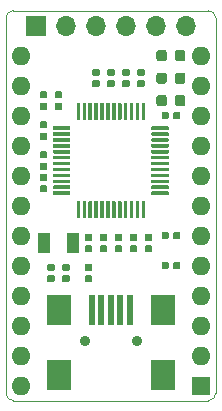
<source format=gbr>
%TF.GenerationSoftware,KiCad,Pcbnew,5.1.4-e60b266~84~ubuntu19.04.1*%
%TF.CreationDate,2020-03-15T10:47:17+00:00*%
%TF.ProjectId,ProMicro_UART,50726f4d-6963-4726-9f5f-554152542e6b,v1.2*%
%TF.SameCoordinates,Original*%
%TF.FileFunction,Soldermask,Top*%
%TF.FilePolarity,Negative*%
%FSLAX45Y45*%
G04 Gerber Fmt 4.5, Leading zero omitted, Abs format (unit mm)*
G04 Created by KiCad (PCBNEW 5.1.4-e60b266~84~ubuntu19.04.1) date 2020-03-15 10:47:17*
%MOMM*%
%LPD*%
G04 APERTURE LIST*
%ADD10C,0.100000*%
%ADD11C,0.150000*%
%ADD12C,0.300000*%
%ADD13C,0.590000*%
%ADD14C,0.900000*%
%ADD15R,0.500000X2.500000*%
%ADD16R,2.000000X2.500000*%
%ADD17R,1.000000X1.800000*%
%ADD18C,0.875000*%
%ADD19O,1.700000X1.700000*%
%ADD20R,1.700000X1.700000*%
%ADD21O,1.600000X1.600000*%
%ADD22R,1.600000X1.600000*%
G04 APERTURE END LIST*
D10*
X10096500Y-10541000D02*
G75*
G02X10033000Y-10477500I0J63500D01*
G01*
X11811000Y-10477500D02*
G75*
G02X11747500Y-10541000I-63500J0D01*
G01*
X11747500Y-7239000D02*
G75*
G02X11811000Y-7302500I0J-63500D01*
G01*
X10033000Y-7302500D02*
G75*
G02X10096500Y-7239000I63500J0D01*
G01*
X10033000Y-10477500D02*
X10033000Y-7302500D01*
X11747500Y-10541000D02*
X10096500Y-10541000D01*
X11811000Y-7302500D02*
X11811000Y-10477500D01*
X10096500Y-7239000D02*
X11747500Y-7239000D01*
D11*
G36*
X10572735Y-8769036D02*
G01*
X10573463Y-8769144D01*
X10574177Y-8769323D01*
X10574870Y-8769571D01*
X10575536Y-8769886D01*
X10576167Y-8770264D01*
X10576758Y-8770702D01*
X10577303Y-8771197D01*
X10577798Y-8771742D01*
X10578236Y-8772333D01*
X10578614Y-8772965D01*
X10578929Y-8773630D01*
X10579177Y-8774323D01*
X10579356Y-8775037D01*
X10579464Y-8775765D01*
X10579500Y-8776500D01*
X10579500Y-8791500D01*
X10579464Y-8792235D01*
X10579356Y-8792963D01*
X10579177Y-8793677D01*
X10578929Y-8794370D01*
X10578614Y-8795036D01*
X10578236Y-8795667D01*
X10577798Y-8796258D01*
X10577303Y-8796803D01*
X10576758Y-8797298D01*
X10576167Y-8797736D01*
X10575536Y-8798114D01*
X10574870Y-8798429D01*
X10574177Y-8798677D01*
X10573463Y-8798856D01*
X10572735Y-8798964D01*
X10572000Y-8799000D01*
X10439500Y-8799000D01*
X10438765Y-8798964D01*
X10438037Y-8798856D01*
X10437323Y-8798677D01*
X10436630Y-8798429D01*
X10435965Y-8798114D01*
X10435333Y-8797736D01*
X10434742Y-8797298D01*
X10434197Y-8796803D01*
X10433702Y-8796258D01*
X10433264Y-8795667D01*
X10432886Y-8795036D01*
X10432571Y-8794370D01*
X10432323Y-8793677D01*
X10432144Y-8792963D01*
X10432036Y-8792235D01*
X10432000Y-8791500D01*
X10432000Y-8776500D01*
X10432036Y-8775765D01*
X10432144Y-8775037D01*
X10432323Y-8774323D01*
X10432571Y-8773630D01*
X10432886Y-8772965D01*
X10433264Y-8772333D01*
X10433702Y-8771742D01*
X10434197Y-8771197D01*
X10434742Y-8770702D01*
X10435333Y-8770264D01*
X10435965Y-8769886D01*
X10436630Y-8769571D01*
X10437323Y-8769323D01*
X10438037Y-8769144D01*
X10438765Y-8769036D01*
X10439500Y-8769000D01*
X10572000Y-8769000D01*
X10572735Y-8769036D01*
X10572735Y-8769036D01*
G37*
D12*
X10505750Y-8784000D03*
D11*
G36*
X10572735Y-8719036D02*
G01*
X10573463Y-8719144D01*
X10574177Y-8719323D01*
X10574870Y-8719571D01*
X10575536Y-8719886D01*
X10576167Y-8720264D01*
X10576758Y-8720702D01*
X10577303Y-8721197D01*
X10577798Y-8721742D01*
X10578236Y-8722333D01*
X10578614Y-8722965D01*
X10578929Y-8723630D01*
X10579177Y-8724323D01*
X10579356Y-8725037D01*
X10579464Y-8725765D01*
X10579500Y-8726500D01*
X10579500Y-8741500D01*
X10579464Y-8742235D01*
X10579356Y-8742963D01*
X10579177Y-8743677D01*
X10578929Y-8744370D01*
X10578614Y-8745036D01*
X10578236Y-8745667D01*
X10577798Y-8746258D01*
X10577303Y-8746803D01*
X10576758Y-8747298D01*
X10576167Y-8747736D01*
X10575536Y-8748114D01*
X10574870Y-8748429D01*
X10574177Y-8748677D01*
X10573463Y-8748856D01*
X10572735Y-8748964D01*
X10572000Y-8749000D01*
X10439500Y-8749000D01*
X10438765Y-8748964D01*
X10438037Y-8748856D01*
X10437323Y-8748677D01*
X10436630Y-8748429D01*
X10435965Y-8748114D01*
X10435333Y-8747736D01*
X10434742Y-8747298D01*
X10434197Y-8746803D01*
X10433702Y-8746258D01*
X10433264Y-8745667D01*
X10432886Y-8745036D01*
X10432571Y-8744370D01*
X10432323Y-8743677D01*
X10432144Y-8742963D01*
X10432036Y-8742235D01*
X10432000Y-8741500D01*
X10432000Y-8726500D01*
X10432036Y-8725765D01*
X10432144Y-8725037D01*
X10432323Y-8724323D01*
X10432571Y-8723630D01*
X10432886Y-8722965D01*
X10433264Y-8722333D01*
X10433702Y-8721742D01*
X10434197Y-8721197D01*
X10434742Y-8720702D01*
X10435333Y-8720264D01*
X10435965Y-8719886D01*
X10436630Y-8719571D01*
X10437323Y-8719323D01*
X10438037Y-8719144D01*
X10438765Y-8719036D01*
X10439500Y-8719000D01*
X10572000Y-8719000D01*
X10572735Y-8719036D01*
X10572735Y-8719036D01*
G37*
D12*
X10505750Y-8734000D03*
D11*
G36*
X10572735Y-8669036D02*
G01*
X10573463Y-8669144D01*
X10574177Y-8669323D01*
X10574870Y-8669571D01*
X10575536Y-8669886D01*
X10576167Y-8670264D01*
X10576758Y-8670702D01*
X10577303Y-8671197D01*
X10577798Y-8671742D01*
X10578236Y-8672333D01*
X10578614Y-8672965D01*
X10578929Y-8673630D01*
X10579177Y-8674323D01*
X10579356Y-8675037D01*
X10579464Y-8675765D01*
X10579500Y-8676500D01*
X10579500Y-8691500D01*
X10579464Y-8692235D01*
X10579356Y-8692963D01*
X10579177Y-8693677D01*
X10578929Y-8694370D01*
X10578614Y-8695036D01*
X10578236Y-8695667D01*
X10577798Y-8696258D01*
X10577303Y-8696803D01*
X10576758Y-8697298D01*
X10576167Y-8697736D01*
X10575536Y-8698114D01*
X10574870Y-8698429D01*
X10574177Y-8698677D01*
X10573463Y-8698856D01*
X10572735Y-8698964D01*
X10572000Y-8699000D01*
X10439500Y-8699000D01*
X10438765Y-8698964D01*
X10438037Y-8698856D01*
X10437323Y-8698677D01*
X10436630Y-8698429D01*
X10435965Y-8698114D01*
X10435333Y-8697736D01*
X10434742Y-8697298D01*
X10434197Y-8696803D01*
X10433702Y-8696258D01*
X10433264Y-8695667D01*
X10432886Y-8695036D01*
X10432571Y-8694370D01*
X10432323Y-8693677D01*
X10432144Y-8692963D01*
X10432036Y-8692235D01*
X10432000Y-8691500D01*
X10432000Y-8676500D01*
X10432036Y-8675765D01*
X10432144Y-8675037D01*
X10432323Y-8674323D01*
X10432571Y-8673630D01*
X10432886Y-8672965D01*
X10433264Y-8672333D01*
X10433702Y-8671742D01*
X10434197Y-8671197D01*
X10434742Y-8670702D01*
X10435333Y-8670264D01*
X10435965Y-8669886D01*
X10436630Y-8669571D01*
X10437323Y-8669323D01*
X10438037Y-8669144D01*
X10438765Y-8669036D01*
X10439500Y-8669000D01*
X10572000Y-8669000D01*
X10572735Y-8669036D01*
X10572735Y-8669036D01*
G37*
D12*
X10505750Y-8684000D03*
D11*
G36*
X10572735Y-8619036D02*
G01*
X10573463Y-8619144D01*
X10574177Y-8619323D01*
X10574870Y-8619571D01*
X10575536Y-8619886D01*
X10576167Y-8620264D01*
X10576758Y-8620702D01*
X10577303Y-8621197D01*
X10577798Y-8621742D01*
X10578236Y-8622333D01*
X10578614Y-8622965D01*
X10578929Y-8623630D01*
X10579177Y-8624323D01*
X10579356Y-8625037D01*
X10579464Y-8625765D01*
X10579500Y-8626500D01*
X10579500Y-8641500D01*
X10579464Y-8642235D01*
X10579356Y-8642963D01*
X10579177Y-8643677D01*
X10578929Y-8644370D01*
X10578614Y-8645036D01*
X10578236Y-8645667D01*
X10577798Y-8646258D01*
X10577303Y-8646803D01*
X10576758Y-8647298D01*
X10576167Y-8647736D01*
X10575536Y-8648114D01*
X10574870Y-8648429D01*
X10574177Y-8648677D01*
X10573463Y-8648856D01*
X10572735Y-8648964D01*
X10572000Y-8649000D01*
X10439500Y-8649000D01*
X10438765Y-8648964D01*
X10438037Y-8648856D01*
X10437323Y-8648677D01*
X10436630Y-8648429D01*
X10435965Y-8648114D01*
X10435333Y-8647736D01*
X10434742Y-8647298D01*
X10434197Y-8646803D01*
X10433702Y-8646258D01*
X10433264Y-8645667D01*
X10432886Y-8645036D01*
X10432571Y-8644370D01*
X10432323Y-8643677D01*
X10432144Y-8642963D01*
X10432036Y-8642235D01*
X10432000Y-8641500D01*
X10432000Y-8626500D01*
X10432036Y-8625765D01*
X10432144Y-8625037D01*
X10432323Y-8624323D01*
X10432571Y-8623630D01*
X10432886Y-8622965D01*
X10433264Y-8622333D01*
X10433702Y-8621742D01*
X10434197Y-8621197D01*
X10434742Y-8620702D01*
X10435333Y-8620264D01*
X10435965Y-8619886D01*
X10436630Y-8619571D01*
X10437323Y-8619323D01*
X10438037Y-8619144D01*
X10438765Y-8619036D01*
X10439500Y-8619000D01*
X10572000Y-8619000D01*
X10572735Y-8619036D01*
X10572735Y-8619036D01*
G37*
D12*
X10505750Y-8634000D03*
D11*
G36*
X10572735Y-8569036D02*
G01*
X10573463Y-8569144D01*
X10574177Y-8569323D01*
X10574870Y-8569571D01*
X10575536Y-8569886D01*
X10576167Y-8570264D01*
X10576758Y-8570702D01*
X10577303Y-8571197D01*
X10577798Y-8571742D01*
X10578236Y-8572333D01*
X10578614Y-8572965D01*
X10578929Y-8573630D01*
X10579177Y-8574323D01*
X10579356Y-8575037D01*
X10579464Y-8575765D01*
X10579500Y-8576500D01*
X10579500Y-8591500D01*
X10579464Y-8592235D01*
X10579356Y-8592963D01*
X10579177Y-8593677D01*
X10578929Y-8594370D01*
X10578614Y-8595036D01*
X10578236Y-8595667D01*
X10577798Y-8596258D01*
X10577303Y-8596803D01*
X10576758Y-8597298D01*
X10576167Y-8597736D01*
X10575536Y-8598114D01*
X10574870Y-8598429D01*
X10574177Y-8598677D01*
X10573463Y-8598856D01*
X10572735Y-8598964D01*
X10572000Y-8599000D01*
X10439500Y-8599000D01*
X10438765Y-8598964D01*
X10438037Y-8598856D01*
X10437323Y-8598677D01*
X10436630Y-8598429D01*
X10435965Y-8598114D01*
X10435333Y-8597736D01*
X10434742Y-8597298D01*
X10434197Y-8596803D01*
X10433702Y-8596258D01*
X10433264Y-8595667D01*
X10432886Y-8595036D01*
X10432571Y-8594370D01*
X10432323Y-8593677D01*
X10432144Y-8592963D01*
X10432036Y-8592235D01*
X10432000Y-8591500D01*
X10432000Y-8576500D01*
X10432036Y-8575765D01*
X10432144Y-8575037D01*
X10432323Y-8574323D01*
X10432571Y-8573630D01*
X10432886Y-8572965D01*
X10433264Y-8572333D01*
X10433702Y-8571742D01*
X10434197Y-8571197D01*
X10434742Y-8570702D01*
X10435333Y-8570264D01*
X10435965Y-8569886D01*
X10436630Y-8569571D01*
X10437323Y-8569323D01*
X10438037Y-8569144D01*
X10438765Y-8569036D01*
X10439500Y-8569000D01*
X10572000Y-8569000D01*
X10572735Y-8569036D01*
X10572735Y-8569036D01*
G37*
D12*
X10505750Y-8584000D03*
D11*
G36*
X10572735Y-8519036D02*
G01*
X10573463Y-8519144D01*
X10574177Y-8519323D01*
X10574870Y-8519571D01*
X10575536Y-8519886D01*
X10576167Y-8520264D01*
X10576758Y-8520702D01*
X10577303Y-8521197D01*
X10577798Y-8521742D01*
X10578236Y-8522333D01*
X10578614Y-8522965D01*
X10578929Y-8523630D01*
X10579177Y-8524323D01*
X10579356Y-8525037D01*
X10579464Y-8525765D01*
X10579500Y-8526500D01*
X10579500Y-8541500D01*
X10579464Y-8542235D01*
X10579356Y-8542963D01*
X10579177Y-8543677D01*
X10578929Y-8544370D01*
X10578614Y-8545036D01*
X10578236Y-8545667D01*
X10577798Y-8546258D01*
X10577303Y-8546803D01*
X10576758Y-8547298D01*
X10576167Y-8547736D01*
X10575536Y-8548114D01*
X10574870Y-8548429D01*
X10574177Y-8548677D01*
X10573463Y-8548856D01*
X10572735Y-8548964D01*
X10572000Y-8549000D01*
X10439500Y-8549000D01*
X10438765Y-8548964D01*
X10438037Y-8548856D01*
X10437323Y-8548677D01*
X10436630Y-8548429D01*
X10435965Y-8548114D01*
X10435333Y-8547736D01*
X10434742Y-8547298D01*
X10434197Y-8546803D01*
X10433702Y-8546258D01*
X10433264Y-8545667D01*
X10432886Y-8545036D01*
X10432571Y-8544370D01*
X10432323Y-8543677D01*
X10432144Y-8542963D01*
X10432036Y-8542235D01*
X10432000Y-8541500D01*
X10432000Y-8526500D01*
X10432036Y-8525765D01*
X10432144Y-8525037D01*
X10432323Y-8524323D01*
X10432571Y-8523630D01*
X10432886Y-8522965D01*
X10433264Y-8522333D01*
X10433702Y-8521742D01*
X10434197Y-8521197D01*
X10434742Y-8520702D01*
X10435333Y-8520264D01*
X10435965Y-8519886D01*
X10436630Y-8519571D01*
X10437323Y-8519323D01*
X10438037Y-8519144D01*
X10438765Y-8519036D01*
X10439500Y-8519000D01*
X10572000Y-8519000D01*
X10572735Y-8519036D01*
X10572735Y-8519036D01*
G37*
D12*
X10505750Y-8534000D03*
D11*
G36*
X10572735Y-8469036D02*
G01*
X10573463Y-8469144D01*
X10574177Y-8469323D01*
X10574870Y-8469571D01*
X10575536Y-8469886D01*
X10576167Y-8470264D01*
X10576758Y-8470702D01*
X10577303Y-8471197D01*
X10577798Y-8471742D01*
X10578236Y-8472333D01*
X10578614Y-8472965D01*
X10578929Y-8473630D01*
X10579177Y-8474323D01*
X10579356Y-8475037D01*
X10579464Y-8475765D01*
X10579500Y-8476500D01*
X10579500Y-8491500D01*
X10579464Y-8492235D01*
X10579356Y-8492963D01*
X10579177Y-8493677D01*
X10578929Y-8494370D01*
X10578614Y-8495036D01*
X10578236Y-8495667D01*
X10577798Y-8496258D01*
X10577303Y-8496803D01*
X10576758Y-8497298D01*
X10576167Y-8497736D01*
X10575536Y-8498114D01*
X10574870Y-8498429D01*
X10574177Y-8498677D01*
X10573463Y-8498856D01*
X10572735Y-8498964D01*
X10572000Y-8499000D01*
X10439500Y-8499000D01*
X10438765Y-8498964D01*
X10438037Y-8498856D01*
X10437323Y-8498677D01*
X10436630Y-8498429D01*
X10435965Y-8498114D01*
X10435333Y-8497736D01*
X10434742Y-8497298D01*
X10434197Y-8496803D01*
X10433702Y-8496258D01*
X10433264Y-8495667D01*
X10432886Y-8495036D01*
X10432571Y-8494370D01*
X10432323Y-8493677D01*
X10432144Y-8492963D01*
X10432036Y-8492235D01*
X10432000Y-8491500D01*
X10432000Y-8476500D01*
X10432036Y-8475765D01*
X10432144Y-8475037D01*
X10432323Y-8474323D01*
X10432571Y-8473630D01*
X10432886Y-8472965D01*
X10433264Y-8472333D01*
X10433702Y-8471742D01*
X10434197Y-8471197D01*
X10434742Y-8470702D01*
X10435333Y-8470264D01*
X10435965Y-8469886D01*
X10436630Y-8469571D01*
X10437323Y-8469323D01*
X10438037Y-8469144D01*
X10438765Y-8469036D01*
X10439500Y-8469000D01*
X10572000Y-8469000D01*
X10572735Y-8469036D01*
X10572735Y-8469036D01*
G37*
D12*
X10505750Y-8484000D03*
D11*
G36*
X10572735Y-8419036D02*
G01*
X10573463Y-8419144D01*
X10574177Y-8419323D01*
X10574870Y-8419571D01*
X10575536Y-8419886D01*
X10576167Y-8420264D01*
X10576758Y-8420702D01*
X10577303Y-8421197D01*
X10577798Y-8421742D01*
X10578236Y-8422333D01*
X10578614Y-8422965D01*
X10578929Y-8423630D01*
X10579177Y-8424323D01*
X10579356Y-8425037D01*
X10579464Y-8425765D01*
X10579500Y-8426500D01*
X10579500Y-8441500D01*
X10579464Y-8442235D01*
X10579356Y-8442963D01*
X10579177Y-8443677D01*
X10578929Y-8444370D01*
X10578614Y-8445036D01*
X10578236Y-8445667D01*
X10577798Y-8446258D01*
X10577303Y-8446803D01*
X10576758Y-8447298D01*
X10576167Y-8447736D01*
X10575536Y-8448114D01*
X10574870Y-8448429D01*
X10574177Y-8448677D01*
X10573463Y-8448856D01*
X10572735Y-8448964D01*
X10572000Y-8449000D01*
X10439500Y-8449000D01*
X10438765Y-8448964D01*
X10438037Y-8448856D01*
X10437323Y-8448677D01*
X10436630Y-8448429D01*
X10435965Y-8448114D01*
X10435333Y-8447736D01*
X10434742Y-8447298D01*
X10434197Y-8446803D01*
X10433702Y-8446258D01*
X10433264Y-8445667D01*
X10432886Y-8445036D01*
X10432571Y-8444370D01*
X10432323Y-8443677D01*
X10432144Y-8442963D01*
X10432036Y-8442235D01*
X10432000Y-8441500D01*
X10432000Y-8426500D01*
X10432036Y-8425765D01*
X10432144Y-8425037D01*
X10432323Y-8424323D01*
X10432571Y-8423630D01*
X10432886Y-8422965D01*
X10433264Y-8422333D01*
X10433702Y-8421742D01*
X10434197Y-8421197D01*
X10434742Y-8420702D01*
X10435333Y-8420264D01*
X10435965Y-8419886D01*
X10436630Y-8419571D01*
X10437323Y-8419323D01*
X10438037Y-8419144D01*
X10438765Y-8419036D01*
X10439500Y-8419000D01*
X10572000Y-8419000D01*
X10572735Y-8419036D01*
X10572735Y-8419036D01*
G37*
D12*
X10505750Y-8434000D03*
D11*
G36*
X10572735Y-8369036D02*
G01*
X10573463Y-8369144D01*
X10574177Y-8369323D01*
X10574870Y-8369571D01*
X10575536Y-8369886D01*
X10576167Y-8370264D01*
X10576758Y-8370702D01*
X10577303Y-8371197D01*
X10577798Y-8371742D01*
X10578236Y-8372333D01*
X10578614Y-8372964D01*
X10578929Y-8373630D01*
X10579177Y-8374323D01*
X10579356Y-8375037D01*
X10579464Y-8375765D01*
X10579500Y-8376500D01*
X10579500Y-8391500D01*
X10579464Y-8392235D01*
X10579356Y-8392963D01*
X10579177Y-8393677D01*
X10578929Y-8394370D01*
X10578614Y-8395036D01*
X10578236Y-8395667D01*
X10577798Y-8396258D01*
X10577303Y-8396803D01*
X10576758Y-8397298D01*
X10576167Y-8397736D01*
X10575536Y-8398114D01*
X10574870Y-8398429D01*
X10574177Y-8398677D01*
X10573463Y-8398856D01*
X10572735Y-8398964D01*
X10572000Y-8399000D01*
X10439500Y-8399000D01*
X10438765Y-8398964D01*
X10438037Y-8398856D01*
X10437323Y-8398677D01*
X10436630Y-8398429D01*
X10435965Y-8398114D01*
X10435333Y-8397736D01*
X10434742Y-8397298D01*
X10434197Y-8396803D01*
X10433702Y-8396258D01*
X10433264Y-8395667D01*
X10432886Y-8395036D01*
X10432571Y-8394370D01*
X10432323Y-8393677D01*
X10432144Y-8392963D01*
X10432036Y-8392235D01*
X10432000Y-8391500D01*
X10432000Y-8376500D01*
X10432036Y-8375765D01*
X10432144Y-8375037D01*
X10432323Y-8374323D01*
X10432571Y-8373630D01*
X10432886Y-8372964D01*
X10433264Y-8372333D01*
X10433702Y-8371742D01*
X10434197Y-8371197D01*
X10434742Y-8370702D01*
X10435333Y-8370264D01*
X10435965Y-8369886D01*
X10436630Y-8369571D01*
X10437323Y-8369323D01*
X10438037Y-8369144D01*
X10438765Y-8369036D01*
X10439500Y-8369000D01*
X10572000Y-8369000D01*
X10572735Y-8369036D01*
X10572735Y-8369036D01*
G37*
D12*
X10505750Y-8384000D03*
D11*
G36*
X10572735Y-8319036D02*
G01*
X10573463Y-8319144D01*
X10574177Y-8319323D01*
X10574870Y-8319571D01*
X10575536Y-8319886D01*
X10576167Y-8320264D01*
X10576758Y-8320702D01*
X10577303Y-8321197D01*
X10577798Y-8321742D01*
X10578236Y-8322333D01*
X10578614Y-8322964D01*
X10578929Y-8323630D01*
X10579177Y-8324323D01*
X10579356Y-8325037D01*
X10579464Y-8325765D01*
X10579500Y-8326500D01*
X10579500Y-8341500D01*
X10579464Y-8342235D01*
X10579356Y-8342963D01*
X10579177Y-8343677D01*
X10578929Y-8344370D01*
X10578614Y-8345035D01*
X10578236Y-8345667D01*
X10577798Y-8346258D01*
X10577303Y-8346803D01*
X10576758Y-8347298D01*
X10576167Y-8347736D01*
X10575536Y-8348114D01*
X10574870Y-8348429D01*
X10574177Y-8348677D01*
X10573463Y-8348856D01*
X10572735Y-8348964D01*
X10572000Y-8349000D01*
X10439500Y-8349000D01*
X10438765Y-8348964D01*
X10438037Y-8348856D01*
X10437323Y-8348677D01*
X10436630Y-8348429D01*
X10435965Y-8348114D01*
X10435333Y-8347736D01*
X10434742Y-8347298D01*
X10434197Y-8346803D01*
X10433702Y-8346258D01*
X10433264Y-8345667D01*
X10432886Y-8345035D01*
X10432571Y-8344370D01*
X10432323Y-8343677D01*
X10432144Y-8342963D01*
X10432036Y-8342235D01*
X10432000Y-8341500D01*
X10432000Y-8326500D01*
X10432036Y-8325765D01*
X10432144Y-8325037D01*
X10432323Y-8324323D01*
X10432571Y-8323630D01*
X10432886Y-8322964D01*
X10433264Y-8322333D01*
X10433702Y-8321742D01*
X10434197Y-8321197D01*
X10434742Y-8320702D01*
X10435333Y-8320264D01*
X10435965Y-8319886D01*
X10436630Y-8319571D01*
X10437323Y-8319323D01*
X10438037Y-8319144D01*
X10438765Y-8319036D01*
X10439500Y-8319000D01*
X10572000Y-8319000D01*
X10572735Y-8319036D01*
X10572735Y-8319036D01*
G37*
D12*
X10505750Y-8334000D03*
D11*
G36*
X10572735Y-8269036D02*
G01*
X10573463Y-8269144D01*
X10574177Y-8269323D01*
X10574870Y-8269571D01*
X10575536Y-8269886D01*
X10576167Y-8270264D01*
X10576758Y-8270702D01*
X10577303Y-8271197D01*
X10577798Y-8271742D01*
X10578236Y-8272333D01*
X10578614Y-8272964D01*
X10578929Y-8273630D01*
X10579177Y-8274323D01*
X10579356Y-8275037D01*
X10579464Y-8275765D01*
X10579500Y-8276500D01*
X10579500Y-8291500D01*
X10579464Y-8292235D01*
X10579356Y-8292963D01*
X10579177Y-8293677D01*
X10578929Y-8294370D01*
X10578614Y-8295035D01*
X10578236Y-8295667D01*
X10577798Y-8296258D01*
X10577303Y-8296803D01*
X10576758Y-8297298D01*
X10576167Y-8297736D01*
X10575536Y-8298114D01*
X10574870Y-8298429D01*
X10574177Y-8298677D01*
X10573463Y-8298856D01*
X10572735Y-8298964D01*
X10572000Y-8299000D01*
X10439500Y-8299000D01*
X10438765Y-8298964D01*
X10438037Y-8298856D01*
X10437323Y-8298677D01*
X10436630Y-8298429D01*
X10435965Y-8298114D01*
X10435333Y-8297736D01*
X10434742Y-8297298D01*
X10434197Y-8296803D01*
X10433702Y-8296258D01*
X10433264Y-8295667D01*
X10432886Y-8295035D01*
X10432571Y-8294370D01*
X10432323Y-8293677D01*
X10432144Y-8292963D01*
X10432036Y-8292235D01*
X10432000Y-8291500D01*
X10432000Y-8276500D01*
X10432036Y-8275765D01*
X10432144Y-8275037D01*
X10432323Y-8274323D01*
X10432571Y-8273630D01*
X10432886Y-8272964D01*
X10433264Y-8272333D01*
X10433702Y-8271742D01*
X10434197Y-8271197D01*
X10434742Y-8270702D01*
X10435333Y-8270264D01*
X10435965Y-8269886D01*
X10436630Y-8269571D01*
X10437323Y-8269323D01*
X10438037Y-8269144D01*
X10438765Y-8269036D01*
X10439500Y-8269000D01*
X10572000Y-8269000D01*
X10572735Y-8269036D01*
X10572735Y-8269036D01*
G37*
D12*
X10505750Y-8284000D03*
D11*
G36*
X10572735Y-8219036D02*
G01*
X10573463Y-8219144D01*
X10574177Y-8219323D01*
X10574870Y-8219571D01*
X10575536Y-8219886D01*
X10576167Y-8220264D01*
X10576758Y-8220702D01*
X10577303Y-8221197D01*
X10577798Y-8221742D01*
X10578236Y-8222333D01*
X10578614Y-8222964D01*
X10578929Y-8223630D01*
X10579177Y-8224323D01*
X10579356Y-8225037D01*
X10579464Y-8225765D01*
X10579500Y-8226500D01*
X10579500Y-8241500D01*
X10579464Y-8242235D01*
X10579356Y-8242963D01*
X10579177Y-8243677D01*
X10578929Y-8244370D01*
X10578614Y-8245035D01*
X10578236Y-8245667D01*
X10577798Y-8246258D01*
X10577303Y-8246803D01*
X10576758Y-8247298D01*
X10576167Y-8247736D01*
X10575536Y-8248114D01*
X10574870Y-8248429D01*
X10574177Y-8248677D01*
X10573463Y-8248856D01*
X10572735Y-8248964D01*
X10572000Y-8249000D01*
X10439500Y-8249000D01*
X10438765Y-8248964D01*
X10438037Y-8248856D01*
X10437323Y-8248677D01*
X10436630Y-8248429D01*
X10435965Y-8248114D01*
X10435333Y-8247736D01*
X10434742Y-8247298D01*
X10434197Y-8246803D01*
X10433702Y-8246258D01*
X10433264Y-8245667D01*
X10432886Y-8245035D01*
X10432571Y-8244370D01*
X10432323Y-8243677D01*
X10432144Y-8242963D01*
X10432036Y-8242235D01*
X10432000Y-8241500D01*
X10432000Y-8226500D01*
X10432036Y-8225765D01*
X10432144Y-8225037D01*
X10432323Y-8224323D01*
X10432571Y-8223630D01*
X10432886Y-8222964D01*
X10433264Y-8222333D01*
X10433702Y-8221742D01*
X10434197Y-8221197D01*
X10434742Y-8220702D01*
X10435333Y-8220264D01*
X10435965Y-8219886D01*
X10436630Y-8219571D01*
X10437323Y-8219323D01*
X10438037Y-8219144D01*
X10438765Y-8219036D01*
X10439500Y-8219000D01*
X10572000Y-8219000D01*
X10572735Y-8219036D01*
X10572735Y-8219036D01*
G37*
D12*
X10505750Y-8234000D03*
D11*
G36*
X10655235Y-8019036D02*
G01*
X10655963Y-8019144D01*
X10656677Y-8019323D01*
X10657370Y-8019571D01*
X10658036Y-8019886D01*
X10658667Y-8020264D01*
X10659258Y-8020702D01*
X10659803Y-8021197D01*
X10660298Y-8021742D01*
X10660736Y-8022333D01*
X10661114Y-8022964D01*
X10661429Y-8023630D01*
X10661677Y-8024323D01*
X10661856Y-8025037D01*
X10661964Y-8025765D01*
X10662000Y-8026500D01*
X10662000Y-8159000D01*
X10661964Y-8159735D01*
X10661856Y-8160463D01*
X10661677Y-8161177D01*
X10661429Y-8161870D01*
X10661114Y-8162535D01*
X10660736Y-8163167D01*
X10660298Y-8163758D01*
X10659803Y-8164303D01*
X10659258Y-8164798D01*
X10658667Y-8165236D01*
X10658036Y-8165614D01*
X10657370Y-8165929D01*
X10656677Y-8166177D01*
X10655963Y-8166356D01*
X10655235Y-8166464D01*
X10654500Y-8166500D01*
X10639500Y-8166500D01*
X10638765Y-8166464D01*
X10638037Y-8166356D01*
X10637323Y-8166177D01*
X10636630Y-8165929D01*
X10635965Y-8165614D01*
X10635333Y-8165236D01*
X10634742Y-8164798D01*
X10634197Y-8164303D01*
X10633702Y-8163758D01*
X10633264Y-8163167D01*
X10632886Y-8162535D01*
X10632571Y-8161870D01*
X10632323Y-8161177D01*
X10632144Y-8160463D01*
X10632036Y-8159735D01*
X10632000Y-8159000D01*
X10632000Y-8026500D01*
X10632036Y-8025765D01*
X10632144Y-8025037D01*
X10632323Y-8024323D01*
X10632571Y-8023630D01*
X10632886Y-8022964D01*
X10633264Y-8022333D01*
X10633702Y-8021742D01*
X10634197Y-8021197D01*
X10634742Y-8020702D01*
X10635333Y-8020264D01*
X10635965Y-8019886D01*
X10636630Y-8019571D01*
X10637323Y-8019323D01*
X10638037Y-8019144D01*
X10638765Y-8019036D01*
X10639500Y-8019000D01*
X10654500Y-8019000D01*
X10655235Y-8019036D01*
X10655235Y-8019036D01*
G37*
D12*
X10647000Y-8092750D03*
D11*
G36*
X10705235Y-8019036D02*
G01*
X10705963Y-8019144D01*
X10706677Y-8019323D01*
X10707370Y-8019571D01*
X10708036Y-8019886D01*
X10708667Y-8020264D01*
X10709258Y-8020702D01*
X10709803Y-8021197D01*
X10710298Y-8021742D01*
X10710736Y-8022333D01*
X10711114Y-8022964D01*
X10711429Y-8023630D01*
X10711677Y-8024323D01*
X10711856Y-8025037D01*
X10711964Y-8025765D01*
X10712000Y-8026500D01*
X10712000Y-8159000D01*
X10711964Y-8159735D01*
X10711856Y-8160463D01*
X10711677Y-8161177D01*
X10711429Y-8161870D01*
X10711114Y-8162535D01*
X10710736Y-8163167D01*
X10710298Y-8163758D01*
X10709803Y-8164303D01*
X10709258Y-8164798D01*
X10708667Y-8165236D01*
X10708036Y-8165614D01*
X10707370Y-8165929D01*
X10706677Y-8166177D01*
X10705963Y-8166356D01*
X10705235Y-8166464D01*
X10704500Y-8166500D01*
X10689500Y-8166500D01*
X10688765Y-8166464D01*
X10688037Y-8166356D01*
X10687323Y-8166177D01*
X10686630Y-8165929D01*
X10685965Y-8165614D01*
X10685333Y-8165236D01*
X10684742Y-8164798D01*
X10684197Y-8164303D01*
X10683702Y-8163758D01*
X10683264Y-8163167D01*
X10682886Y-8162535D01*
X10682571Y-8161870D01*
X10682323Y-8161177D01*
X10682144Y-8160463D01*
X10682036Y-8159735D01*
X10682000Y-8159000D01*
X10682000Y-8026500D01*
X10682036Y-8025765D01*
X10682144Y-8025037D01*
X10682323Y-8024323D01*
X10682571Y-8023630D01*
X10682886Y-8022964D01*
X10683264Y-8022333D01*
X10683702Y-8021742D01*
X10684197Y-8021197D01*
X10684742Y-8020702D01*
X10685333Y-8020264D01*
X10685965Y-8019886D01*
X10686630Y-8019571D01*
X10687323Y-8019323D01*
X10688037Y-8019144D01*
X10688765Y-8019036D01*
X10689500Y-8019000D01*
X10704500Y-8019000D01*
X10705235Y-8019036D01*
X10705235Y-8019036D01*
G37*
D12*
X10697000Y-8092750D03*
D11*
G36*
X10755235Y-8019036D02*
G01*
X10755963Y-8019144D01*
X10756677Y-8019323D01*
X10757370Y-8019571D01*
X10758036Y-8019886D01*
X10758667Y-8020264D01*
X10759258Y-8020702D01*
X10759803Y-8021197D01*
X10760298Y-8021742D01*
X10760736Y-8022333D01*
X10761114Y-8022964D01*
X10761429Y-8023630D01*
X10761677Y-8024323D01*
X10761856Y-8025037D01*
X10761964Y-8025765D01*
X10762000Y-8026500D01*
X10762000Y-8159000D01*
X10761964Y-8159735D01*
X10761856Y-8160463D01*
X10761677Y-8161177D01*
X10761429Y-8161870D01*
X10761114Y-8162535D01*
X10760736Y-8163167D01*
X10760298Y-8163758D01*
X10759803Y-8164303D01*
X10759258Y-8164798D01*
X10758667Y-8165236D01*
X10758036Y-8165614D01*
X10757370Y-8165929D01*
X10756677Y-8166177D01*
X10755963Y-8166356D01*
X10755235Y-8166464D01*
X10754500Y-8166500D01*
X10739500Y-8166500D01*
X10738765Y-8166464D01*
X10738037Y-8166356D01*
X10737323Y-8166177D01*
X10736630Y-8165929D01*
X10735965Y-8165614D01*
X10735333Y-8165236D01*
X10734742Y-8164798D01*
X10734197Y-8164303D01*
X10733702Y-8163758D01*
X10733264Y-8163167D01*
X10732886Y-8162535D01*
X10732571Y-8161870D01*
X10732323Y-8161177D01*
X10732144Y-8160463D01*
X10732036Y-8159735D01*
X10732000Y-8159000D01*
X10732000Y-8026500D01*
X10732036Y-8025765D01*
X10732144Y-8025037D01*
X10732323Y-8024323D01*
X10732571Y-8023630D01*
X10732886Y-8022964D01*
X10733264Y-8022333D01*
X10733702Y-8021742D01*
X10734197Y-8021197D01*
X10734742Y-8020702D01*
X10735333Y-8020264D01*
X10735965Y-8019886D01*
X10736630Y-8019571D01*
X10737323Y-8019323D01*
X10738037Y-8019144D01*
X10738765Y-8019036D01*
X10739500Y-8019000D01*
X10754500Y-8019000D01*
X10755235Y-8019036D01*
X10755235Y-8019036D01*
G37*
D12*
X10747000Y-8092750D03*
D11*
G36*
X10805235Y-8019036D02*
G01*
X10805963Y-8019144D01*
X10806677Y-8019323D01*
X10807370Y-8019571D01*
X10808036Y-8019886D01*
X10808667Y-8020264D01*
X10809258Y-8020702D01*
X10809803Y-8021197D01*
X10810298Y-8021742D01*
X10810736Y-8022333D01*
X10811114Y-8022964D01*
X10811429Y-8023630D01*
X10811677Y-8024323D01*
X10811856Y-8025037D01*
X10811964Y-8025765D01*
X10812000Y-8026500D01*
X10812000Y-8159000D01*
X10811964Y-8159735D01*
X10811856Y-8160463D01*
X10811677Y-8161177D01*
X10811429Y-8161870D01*
X10811114Y-8162535D01*
X10810736Y-8163167D01*
X10810298Y-8163758D01*
X10809803Y-8164303D01*
X10809258Y-8164798D01*
X10808667Y-8165236D01*
X10808036Y-8165614D01*
X10807370Y-8165929D01*
X10806677Y-8166177D01*
X10805963Y-8166356D01*
X10805235Y-8166464D01*
X10804500Y-8166500D01*
X10789500Y-8166500D01*
X10788765Y-8166464D01*
X10788037Y-8166356D01*
X10787323Y-8166177D01*
X10786630Y-8165929D01*
X10785965Y-8165614D01*
X10785333Y-8165236D01*
X10784742Y-8164798D01*
X10784197Y-8164303D01*
X10783702Y-8163758D01*
X10783264Y-8163167D01*
X10782886Y-8162535D01*
X10782571Y-8161870D01*
X10782323Y-8161177D01*
X10782144Y-8160463D01*
X10782036Y-8159735D01*
X10782000Y-8159000D01*
X10782000Y-8026500D01*
X10782036Y-8025765D01*
X10782144Y-8025037D01*
X10782323Y-8024323D01*
X10782571Y-8023630D01*
X10782886Y-8022964D01*
X10783264Y-8022333D01*
X10783702Y-8021742D01*
X10784197Y-8021197D01*
X10784742Y-8020702D01*
X10785333Y-8020264D01*
X10785965Y-8019886D01*
X10786630Y-8019571D01*
X10787323Y-8019323D01*
X10788037Y-8019144D01*
X10788765Y-8019036D01*
X10789500Y-8019000D01*
X10804500Y-8019000D01*
X10805235Y-8019036D01*
X10805235Y-8019036D01*
G37*
D12*
X10797000Y-8092750D03*
D11*
G36*
X10855235Y-8019036D02*
G01*
X10855963Y-8019144D01*
X10856677Y-8019323D01*
X10857370Y-8019571D01*
X10858036Y-8019886D01*
X10858667Y-8020264D01*
X10859258Y-8020702D01*
X10859803Y-8021197D01*
X10860298Y-8021742D01*
X10860736Y-8022333D01*
X10861114Y-8022964D01*
X10861429Y-8023630D01*
X10861677Y-8024323D01*
X10861856Y-8025037D01*
X10861964Y-8025765D01*
X10862000Y-8026500D01*
X10862000Y-8159000D01*
X10861964Y-8159735D01*
X10861856Y-8160463D01*
X10861677Y-8161177D01*
X10861429Y-8161870D01*
X10861114Y-8162535D01*
X10860736Y-8163167D01*
X10860298Y-8163758D01*
X10859803Y-8164303D01*
X10859258Y-8164798D01*
X10858667Y-8165236D01*
X10858036Y-8165614D01*
X10857370Y-8165929D01*
X10856677Y-8166177D01*
X10855963Y-8166356D01*
X10855235Y-8166464D01*
X10854500Y-8166500D01*
X10839500Y-8166500D01*
X10838765Y-8166464D01*
X10838037Y-8166356D01*
X10837323Y-8166177D01*
X10836630Y-8165929D01*
X10835965Y-8165614D01*
X10835333Y-8165236D01*
X10834742Y-8164798D01*
X10834197Y-8164303D01*
X10833702Y-8163758D01*
X10833264Y-8163167D01*
X10832886Y-8162535D01*
X10832571Y-8161870D01*
X10832323Y-8161177D01*
X10832144Y-8160463D01*
X10832036Y-8159735D01*
X10832000Y-8159000D01*
X10832000Y-8026500D01*
X10832036Y-8025765D01*
X10832144Y-8025037D01*
X10832323Y-8024323D01*
X10832571Y-8023630D01*
X10832886Y-8022964D01*
X10833264Y-8022333D01*
X10833702Y-8021742D01*
X10834197Y-8021197D01*
X10834742Y-8020702D01*
X10835333Y-8020264D01*
X10835965Y-8019886D01*
X10836630Y-8019571D01*
X10837323Y-8019323D01*
X10838037Y-8019144D01*
X10838765Y-8019036D01*
X10839500Y-8019000D01*
X10854500Y-8019000D01*
X10855235Y-8019036D01*
X10855235Y-8019036D01*
G37*
D12*
X10847000Y-8092750D03*
D11*
G36*
X10905235Y-8019036D02*
G01*
X10905963Y-8019144D01*
X10906677Y-8019323D01*
X10907370Y-8019571D01*
X10908036Y-8019886D01*
X10908667Y-8020264D01*
X10909258Y-8020702D01*
X10909803Y-8021197D01*
X10910298Y-8021742D01*
X10910736Y-8022333D01*
X10911114Y-8022964D01*
X10911429Y-8023630D01*
X10911677Y-8024323D01*
X10911856Y-8025037D01*
X10911964Y-8025765D01*
X10912000Y-8026500D01*
X10912000Y-8159000D01*
X10911964Y-8159735D01*
X10911856Y-8160463D01*
X10911677Y-8161177D01*
X10911429Y-8161870D01*
X10911114Y-8162535D01*
X10910736Y-8163167D01*
X10910298Y-8163758D01*
X10909803Y-8164303D01*
X10909258Y-8164798D01*
X10908667Y-8165236D01*
X10908036Y-8165614D01*
X10907370Y-8165929D01*
X10906677Y-8166177D01*
X10905963Y-8166356D01*
X10905235Y-8166464D01*
X10904500Y-8166500D01*
X10889500Y-8166500D01*
X10888765Y-8166464D01*
X10888037Y-8166356D01*
X10887323Y-8166177D01*
X10886630Y-8165929D01*
X10885965Y-8165614D01*
X10885333Y-8165236D01*
X10884742Y-8164798D01*
X10884197Y-8164303D01*
X10883702Y-8163758D01*
X10883264Y-8163167D01*
X10882886Y-8162535D01*
X10882571Y-8161870D01*
X10882323Y-8161177D01*
X10882144Y-8160463D01*
X10882036Y-8159735D01*
X10882000Y-8159000D01*
X10882000Y-8026500D01*
X10882036Y-8025765D01*
X10882144Y-8025037D01*
X10882323Y-8024323D01*
X10882571Y-8023630D01*
X10882886Y-8022964D01*
X10883264Y-8022333D01*
X10883702Y-8021742D01*
X10884197Y-8021197D01*
X10884742Y-8020702D01*
X10885333Y-8020264D01*
X10885965Y-8019886D01*
X10886630Y-8019571D01*
X10887323Y-8019323D01*
X10888037Y-8019144D01*
X10888765Y-8019036D01*
X10889500Y-8019000D01*
X10904500Y-8019000D01*
X10905235Y-8019036D01*
X10905235Y-8019036D01*
G37*
D12*
X10897000Y-8092750D03*
D11*
G36*
X10955235Y-8019036D02*
G01*
X10955963Y-8019144D01*
X10956677Y-8019323D01*
X10957370Y-8019571D01*
X10958036Y-8019886D01*
X10958667Y-8020264D01*
X10959258Y-8020702D01*
X10959803Y-8021197D01*
X10960298Y-8021742D01*
X10960736Y-8022333D01*
X10961114Y-8022964D01*
X10961429Y-8023630D01*
X10961677Y-8024323D01*
X10961856Y-8025037D01*
X10961964Y-8025765D01*
X10962000Y-8026500D01*
X10962000Y-8159000D01*
X10961964Y-8159735D01*
X10961856Y-8160463D01*
X10961677Y-8161177D01*
X10961429Y-8161870D01*
X10961114Y-8162535D01*
X10960736Y-8163167D01*
X10960298Y-8163758D01*
X10959803Y-8164303D01*
X10959258Y-8164798D01*
X10958667Y-8165236D01*
X10958036Y-8165614D01*
X10957370Y-8165929D01*
X10956677Y-8166177D01*
X10955963Y-8166356D01*
X10955235Y-8166464D01*
X10954500Y-8166500D01*
X10939500Y-8166500D01*
X10938765Y-8166464D01*
X10938037Y-8166356D01*
X10937323Y-8166177D01*
X10936630Y-8165929D01*
X10935965Y-8165614D01*
X10935333Y-8165236D01*
X10934742Y-8164798D01*
X10934197Y-8164303D01*
X10933702Y-8163758D01*
X10933264Y-8163167D01*
X10932886Y-8162535D01*
X10932571Y-8161870D01*
X10932323Y-8161177D01*
X10932144Y-8160463D01*
X10932036Y-8159735D01*
X10932000Y-8159000D01*
X10932000Y-8026500D01*
X10932036Y-8025765D01*
X10932144Y-8025037D01*
X10932323Y-8024323D01*
X10932571Y-8023630D01*
X10932886Y-8022964D01*
X10933264Y-8022333D01*
X10933702Y-8021742D01*
X10934197Y-8021197D01*
X10934742Y-8020702D01*
X10935333Y-8020264D01*
X10935965Y-8019886D01*
X10936630Y-8019571D01*
X10937323Y-8019323D01*
X10938037Y-8019144D01*
X10938765Y-8019036D01*
X10939500Y-8019000D01*
X10954500Y-8019000D01*
X10955235Y-8019036D01*
X10955235Y-8019036D01*
G37*
D12*
X10947000Y-8092750D03*
D11*
G36*
X11005235Y-8019036D02*
G01*
X11005963Y-8019144D01*
X11006677Y-8019323D01*
X11007370Y-8019571D01*
X11008036Y-8019886D01*
X11008667Y-8020264D01*
X11009258Y-8020702D01*
X11009803Y-8021197D01*
X11010298Y-8021742D01*
X11010736Y-8022333D01*
X11011114Y-8022964D01*
X11011429Y-8023630D01*
X11011677Y-8024323D01*
X11011856Y-8025037D01*
X11011964Y-8025765D01*
X11012000Y-8026500D01*
X11012000Y-8159000D01*
X11011964Y-8159735D01*
X11011856Y-8160463D01*
X11011677Y-8161177D01*
X11011429Y-8161870D01*
X11011114Y-8162535D01*
X11010736Y-8163167D01*
X11010298Y-8163758D01*
X11009803Y-8164303D01*
X11009258Y-8164798D01*
X11008667Y-8165236D01*
X11008036Y-8165614D01*
X11007370Y-8165929D01*
X11006677Y-8166177D01*
X11005963Y-8166356D01*
X11005235Y-8166464D01*
X11004500Y-8166500D01*
X10989500Y-8166500D01*
X10988765Y-8166464D01*
X10988037Y-8166356D01*
X10987323Y-8166177D01*
X10986630Y-8165929D01*
X10985965Y-8165614D01*
X10985333Y-8165236D01*
X10984742Y-8164798D01*
X10984197Y-8164303D01*
X10983702Y-8163758D01*
X10983264Y-8163167D01*
X10982886Y-8162535D01*
X10982571Y-8161870D01*
X10982323Y-8161177D01*
X10982144Y-8160463D01*
X10982036Y-8159735D01*
X10982000Y-8159000D01*
X10982000Y-8026500D01*
X10982036Y-8025765D01*
X10982144Y-8025037D01*
X10982323Y-8024323D01*
X10982571Y-8023630D01*
X10982886Y-8022964D01*
X10983264Y-8022333D01*
X10983702Y-8021742D01*
X10984197Y-8021197D01*
X10984742Y-8020702D01*
X10985333Y-8020264D01*
X10985965Y-8019886D01*
X10986630Y-8019571D01*
X10987323Y-8019323D01*
X10988037Y-8019144D01*
X10988765Y-8019036D01*
X10989500Y-8019000D01*
X11004500Y-8019000D01*
X11005235Y-8019036D01*
X11005235Y-8019036D01*
G37*
D12*
X10997000Y-8092750D03*
D11*
G36*
X11055235Y-8019036D02*
G01*
X11055963Y-8019144D01*
X11056677Y-8019323D01*
X11057370Y-8019571D01*
X11058036Y-8019886D01*
X11058667Y-8020264D01*
X11059258Y-8020702D01*
X11059803Y-8021197D01*
X11060298Y-8021742D01*
X11060736Y-8022333D01*
X11061114Y-8022964D01*
X11061429Y-8023630D01*
X11061677Y-8024323D01*
X11061856Y-8025037D01*
X11061964Y-8025765D01*
X11062000Y-8026500D01*
X11062000Y-8159000D01*
X11061964Y-8159735D01*
X11061856Y-8160463D01*
X11061677Y-8161177D01*
X11061429Y-8161870D01*
X11061114Y-8162535D01*
X11060736Y-8163167D01*
X11060298Y-8163758D01*
X11059803Y-8164303D01*
X11059258Y-8164798D01*
X11058667Y-8165236D01*
X11058036Y-8165614D01*
X11057370Y-8165929D01*
X11056677Y-8166177D01*
X11055963Y-8166356D01*
X11055235Y-8166464D01*
X11054500Y-8166500D01*
X11039500Y-8166500D01*
X11038765Y-8166464D01*
X11038037Y-8166356D01*
X11037323Y-8166177D01*
X11036630Y-8165929D01*
X11035965Y-8165614D01*
X11035333Y-8165236D01*
X11034742Y-8164798D01*
X11034197Y-8164303D01*
X11033702Y-8163758D01*
X11033264Y-8163167D01*
X11032886Y-8162535D01*
X11032571Y-8161870D01*
X11032323Y-8161177D01*
X11032144Y-8160463D01*
X11032036Y-8159735D01*
X11032000Y-8159000D01*
X11032000Y-8026500D01*
X11032036Y-8025765D01*
X11032144Y-8025037D01*
X11032323Y-8024323D01*
X11032571Y-8023630D01*
X11032886Y-8022964D01*
X11033264Y-8022333D01*
X11033702Y-8021742D01*
X11034197Y-8021197D01*
X11034742Y-8020702D01*
X11035333Y-8020264D01*
X11035965Y-8019886D01*
X11036630Y-8019571D01*
X11037323Y-8019323D01*
X11038037Y-8019144D01*
X11038765Y-8019036D01*
X11039500Y-8019000D01*
X11054500Y-8019000D01*
X11055235Y-8019036D01*
X11055235Y-8019036D01*
G37*
D12*
X11047000Y-8092750D03*
D11*
G36*
X11105235Y-8019036D02*
G01*
X11105963Y-8019144D01*
X11106677Y-8019323D01*
X11107370Y-8019571D01*
X11108036Y-8019886D01*
X11108667Y-8020264D01*
X11109258Y-8020702D01*
X11109803Y-8021197D01*
X11110298Y-8021742D01*
X11110736Y-8022333D01*
X11111114Y-8022964D01*
X11111429Y-8023630D01*
X11111677Y-8024323D01*
X11111856Y-8025037D01*
X11111964Y-8025765D01*
X11112000Y-8026500D01*
X11112000Y-8159000D01*
X11111964Y-8159735D01*
X11111856Y-8160463D01*
X11111677Y-8161177D01*
X11111429Y-8161870D01*
X11111114Y-8162535D01*
X11110736Y-8163167D01*
X11110298Y-8163758D01*
X11109803Y-8164303D01*
X11109258Y-8164798D01*
X11108667Y-8165236D01*
X11108036Y-8165614D01*
X11107370Y-8165929D01*
X11106677Y-8166177D01*
X11105963Y-8166356D01*
X11105235Y-8166464D01*
X11104500Y-8166500D01*
X11089500Y-8166500D01*
X11088765Y-8166464D01*
X11088037Y-8166356D01*
X11087323Y-8166177D01*
X11086630Y-8165929D01*
X11085965Y-8165614D01*
X11085333Y-8165236D01*
X11084742Y-8164798D01*
X11084197Y-8164303D01*
X11083702Y-8163758D01*
X11083264Y-8163167D01*
X11082886Y-8162535D01*
X11082571Y-8161870D01*
X11082323Y-8161177D01*
X11082144Y-8160463D01*
X11082036Y-8159735D01*
X11082000Y-8159000D01*
X11082000Y-8026500D01*
X11082036Y-8025765D01*
X11082144Y-8025037D01*
X11082323Y-8024323D01*
X11082571Y-8023630D01*
X11082886Y-8022964D01*
X11083264Y-8022333D01*
X11083702Y-8021742D01*
X11084197Y-8021197D01*
X11084742Y-8020702D01*
X11085333Y-8020264D01*
X11085965Y-8019886D01*
X11086630Y-8019571D01*
X11087323Y-8019323D01*
X11088037Y-8019144D01*
X11088765Y-8019036D01*
X11089500Y-8019000D01*
X11104500Y-8019000D01*
X11105235Y-8019036D01*
X11105235Y-8019036D01*
G37*
D12*
X11097000Y-8092750D03*
D11*
G36*
X11155235Y-8019036D02*
G01*
X11155963Y-8019144D01*
X11156677Y-8019323D01*
X11157370Y-8019571D01*
X11158036Y-8019886D01*
X11158667Y-8020264D01*
X11159258Y-8020702D01*
X11159803Y-8021197D01*
X11160298Y-8021742D01*
X11160736Y-8022333D01*
X11161114Y-8022964D01*
X11161429Y-8023630D01*
X11161677Y-8024323D01*
X11161856Y-8025037D01*
X11161964Y-8025765D01*
X11162000Y-8026500D01*
X11162000Y-8159000D01*
X11161964Y-8159735D01*
X11161856Y-8160463D01*
X11161677Y-8161177D01*
X11161429Y-8161870D01*
X11161114Y-8162535D01*
X11160736Y-8163167D01*
X11160298Y-8163758D01*
X11159803Y-8164303D01*
X11159258Y-8164798D01*
X11158667Y-8165236D01*
X11158036Y-8165614D01*
X11157370Y-8165929D01*
X11156677Y-8166177D01*
X11155963Y-8166356D01*
X11155235Y-8166464D01*
X11154500Y-8166500D01*
X11139500Y-8166500D01*
X11138765Y-8166464D01*
X11138037Y-8166356D01*
X11137323Y-8166177D01*
X11136630Y-8165929D01*
X11135965Y-8165614D01*
X11135333Y-8165236D01*
X11134742Y-8164798D01*
X11134197Y-8164303D01*
X11133702Y-8163758D01*
X11133264Y-8163167D01*
X11132886Y-8162535D01*
X11132571Y-8161870D01*
X11132323Y-8161177D01*
X11132144Y-8160463D01*
X11132036Y-8159735D01*
X11132000Y-8159000D01*
X11132000Y-8026500D01*
X11132036Y-8025765D01*
X11132144Y-8025037D01*
X11132323Y-8024323D01*
X11132571Y-8023630D01*
X11132886Y-8022964D01*
X11133264Y-8022333D01*
X11133702Y-8021742D01*
X11134197Y-8021197D01*
X11134742Y-8020702D01*
X11135333Y-8020264D01*
X11135965Y-8019886D01*
X11136630Y-8019571D01*
X11137323Y-8019323D01*
X11138037Y-8019144D01*
X11138765Y-8019036D01*
X11139500Y-8019000D01*
X11154500Y-8019000D01*
X11155235Y-8019036D01*
X11155235Y-8019036D01*
G37*
D12*
X11147000Y-8092750D03*
D11*
G36*
X11205235Y-8019036D02*
G01*
X11205963Y-8019144D01*
X11206677Y-8019323D01*
X11207370Y-8019571D01*
X11208035Y-8019886D01*
X11208667Y-8020264D01*
X11209258Y-8020702D01*
X11209803Y-8021197D01*
X11210298Y-8021742D01*
X11210736Y-8022333D01*
X11211114Y-8022964D01*
X11211429Y-8023630D01*
X11211677Y-8024323D01*
X11211856Y-8025037D01*
X11211964Y-8025765D01*
X11212000Y-8026500D01*
X11212000Y-8159000D01*
X11211964Y-8159735D01*
X11211856Y-8160463D01*
X11211677Y-8161177D01*
X11211429Y-8161870D01*
X11211114Y-8162535D01*
X11210736Y-8163167D01*
X11210298Y-8163758D01*
X11209803Y-8164303D01*
X11209258Y-8164798D01*
X11208667Y-8165236D01*
X11208035Y-8165614D01*
X11207370Y-8165929D01*
X11206677Y-8166177D01*
X11205963Y-8166356D01*
X11205235Y-8166464D01*
X11204500Y-8166500D01*
X11189500Y-8166500D01*
X11188765Y-8166464D01*
X11188037Y-8166356D01*
X11187323Y-8166177D01*
X11186630Y-8165929D01*
X11185964Y-8165614D01*
X11185333Y-8165236D01*
X11184742Y-8164798D01*
X11184197Y-8164303D01*
X11183702Y-8163758D01*
X11183264Y-8163167D01*
X11182886Y-8162535D01*
X11182571Y-8161870D01*
X11182323Y-8161177D01*
X11182144Y-8160463D01*
X11182036Y-8159735D01*
X11182000Y-8159000D01*
X11182000Y-8026500D01*
X11182036Y-8025765D01*
X11182144Y-8025037D01*
X11182323Y-8024323D01*
X11182571Y-8023630D01*
X11182886Y-8022964D01*
X11183264Y-8022333D01*
X11183702Y-8021742D01*
X11184197Y-8021197D01*
X11184742Y-8020702D01*
X11185333Y-8020264D01*
X11185964Y-8019886D01*
X11186630Y-8019571D01*
X11187323Y-8019323D01*
X11188037Y-8019144D01*
X11188765Y-8019036D01*
X11189500Y-8019000D01*
X11204500Y-8019000D01*
X11205235Y-8019036D01*
X11205235Y-8019036D01*
G37*
D12*
X11197000Y-8092750D03*
D11*
G36*
X11405235Y-8219036D02*
G01*
X11405963Y-8219144D01*
X11406677Y-8219323D01*
X11407370Y-8219571D01*
X11408035Y-8219886D01*
X11408667Y-8220264D01*
X11409258Y-8220702D01*
X11409803Y-8221197D01*
X11410298Y-8221742D01*
X11410736Y-8222333D01*
X11411114Y-8222964D01*
X11411429Y-8223630D01*
X11411677Y-8224323D01*
X11411856Y-8225037D01*
X11411964Y-8225765D01*
X11412000Y-8226500D01*
X11412000Y-8241500D01*
X11411964Y-8242235D01*
X11411856Y-8242963D01*
X11411677Y-8243677D01*
X11411429Y-8244370D01*
X11411114Y-8245035D01*
X11410736Y-8245667D01*
X11410298Y-8246258D01*
X11409803Y-8246803D01*
X11409258Y-8247298D01*
X11408667Y-8247736D01*
X11408035Y-8248114D01*
X11407370Y-8248429D01*
X11406677Y-8248677D01*
X11405963Y-8248856D01*
X11405235Y-8248964D01*
X11404500Y-8249000D01*
X11272000Y-8249000D01*
X11271265Y-8248964D01*
X11270537Y-8248856D01*
X11269823Y-8248677D01*
X11269130Y-8248429D01*
X11268464Y-8248114D01*
X11267833Y-8247736D01*
X11267242Y-8247298D01*
X11266697Y-8246803D01*
X11266202Y-8246258D01*
X11265764Y-8245667D01*
X11265386Y-8245035D01*
X11265071Y-8244370D01*
X11264823Y-8243677D01*
X11264644Y-8242963D01*
X11264536Y-8242235D01*
X11264500Y-8241500D01*
X11264500Y-8226500D01*
X11264536Y-8225765D01*
X11264644Y-8225037D01*
X11264823Y-8224323D01*
X11265071Y-8223630D01*
X11265386Y-8222964D01*
X11265764Y-8222333D01*
X11266202Y-8221742D01*
X11266697Y-8221197D01*
X11267242Y-8220702D01*
X11267833Y-8220264D01*
X11268464Y-8219886D01*
X11269130Y-8219571D01*
X11269823Y-8219323D01*
X11270537Y-8219144D01*
X11271265Y-8219036D01*
X11272000Y-8219000D01*
X11404500Y-8219000D01*
X11405235Y-8219036D01*
X11405235Y-8219036D01*
G37*
D12*
X11338250Y-8234000D03*
D11*
G36*
X11405235Y-8269036D02*
G01*
X11405963Y-8269144D01*
X11406677Y-8269323D01*
X11407370Y-8269571D01*
X11408035Y-8269886D01*
X11408667Y-8270264D01*
X11409258Y-8270702D01*
X11409803Y-8271197D01*
X11410298Y-8271742D01*
X11410736Y-8272333D01*
X11411114Y-8272964D01*
X11411429Y-8273630D01*
X11411677Y-8274323D01*
X11411856Y-8275037D01*
X11411964Y-8275765D01*
X11412000Y-8276500D01*
X11412000Y-8291500D01*
X11411964Y-8292235D01*
X11411856Y-8292963D01*
X11411677Y-8293677D01*
X11411429Y-8294370D01*
X11411114Y-8295035D01*
X11410736Y-8295667D01*
X11410298Y-8296258D01*
X11409803Y-8296803D01*
X11409258Y-8297298D01*
X11408667Y-8297736D01*
X11408035Y-8298114D01*
X11407370Y-8298429D01*
X11406677Y-8298677D01*
X11405963Y-8298856D01*
X11405235Y-8298964D01*
X11404500Y-8299000D01*
X11272000Y-8299000D01*
X11271265Y-8298964D01*
X11270537Y-8298856D01*
X11269823Y-8298677D01*
X11269130Y-8298429D01*
X11268464Y-8298114D01*
X11267833Y-8297736D01*
X11267242Y-8297298D01*
X11266697Y-8296803D01*
X11266202Y-8296258D01*
X11265764Y-8295667D01*
X11265386Y-8295035D01*
X11265071Y-8294370D01*
X11264823Y-8293677D01*
X11264644Y-8292963D01*
X11264536Y-8292235D01*
X11264500Y-8291500D01*
X11264500Y-8276500D01*
X11264536Y-8275765D01*
X11264644Y-8275037D01*
X11264823Y-8274323D01*
X11265071Y-8273630D01*
X11265386Y-8272964D01*
X11265764Y-8272333D01*
X11266202Y-8271742D01*
X11266697Y-8271197D01*
X11267242Y-8270702D01*
X11267833Y-8270264D01*
X11268464Y-8269886D01*
X11269130Y-8269571D01*
X11269823Y-8269323D01*
X11270537Y-8269144D01*
X11271265Y-8269036D01*
X11272000Y-8269000D01*
X11404500Y-8269000D01*
X11405235Y-8269036D01*
X11405235Y-8269036D01*
G37*
D12*
X11338250Y-8284000D03*
D11*
G36*
X11405235Y-8319036D02*
G01*
X11405963Y-8319144D01*
X11406677Y-8319323D01*
X11407370Y-8319571D01*
X11408035Y-8319886D01*
X11408667Y-8320264D01*
X11409258Y-8320702D01*
X11409803Y-8321197D01*
X11410298Y-8321742D01*
X11410736Y-8322333D01*
X11411114Y-8322964D01*
X11411429Y-8323630D01*
X11411677Y-8324323D01*
X11411856Y-8325037D01*
X11411964Y-8325765D01*
X11412000Y-8326500D01*
X11412000Y-8341500D01*
X11411964Y-8342235D01*
X11411856Y-8342963D01*
X11411677Y-8343677D01*
X11411429Y-8344370D01*
X11411114Y-8345035D01*
X11410736Y-8345667D01*
X11410298Y-8346258D01*
X11409803Y-8346803D01*
X11409258Y-8347298D01*
X11408667Y-8347736D01*
X11408035Y-8348114D01*
X11407370Y-8348429D01*
X11406677Y-8348677D01*
X11405963Y-8348856D01*
X11405235Y-8348964D01*
X11404500Y-8349000D01*
X11272000Y-8349000D01*
X11271265Y-8348964D01*
X11270537Y-8348856D01*
X11269823Y-8348677D01*
X11269130Y-8348429D01*
X11268464Y-8348114D01*
X11267833Y-8347736D01*
X11267242Y-8347298D01*
X11266697Y-8346803D01*
X11266202Y-8346258D01*
X11265764Y-8345667D01*
X11265386Y-8345035D01*
X11265071Y-8344370D01*
X11264823Y-8343677D01*
X11264644Y-8342963D01*
X11264536Y-8342235D01*
X11264500Y-8341500D01*
X11264500Y-8326500D01*
X11264536Y-8325765D01*
X11264644Y-8325037D01*
X11264823Y-8324323D01*
X11265071Y-8323630D01*
X11265386Y-8322964D01*
X11265764Y-8322333D01*
X11266202Y-8321742D01*
X11266697Y-8321197D01*
X11267242Y-8320702D01*
X11267833Y-8320264D01*
X11268464Y-8319886D01*
X11269130Y-8319571D01*
X11269823Y-8319323D01*
X11270537Y-8319144D01*
X11271265Y-8319036D01*
X11272000Y-8319000D01*
X11404500Y-8319000D01*
X11405235Y-8319036D01*
X11405235Y-8319036D01*
G37*
D12*
X11338250Y-8334000D03*
D11*
G36*
X11405235Y-8369036D02*
G01*
X11405963Y-8369144D01*
X11406677Y-8369323D01*
X11407370Y-8369571D01*
X11408035Y-8369886D01*
X11408667Y-8370264D01*
X11409258Y-8370702D01*
X11409803Y-8371197D01*
X11410298Y-8371742D01*
X11410736Y-8372333D01*
X11411114Y-8372964D01*
X11411429Y-8373630D01*
X11411677Y-8374323D01*
X11411856Y-8375037D01*
X11411964Y-8375765D01*
X11412000Y-8376500D01*
X11412000Y-8391500D01*
X11411964Y-8392235D01*
X11411856Y-8392963D01*
X11411677Y-8393677D01*
X11411429Y-8394370D01*
X11411114Y-8395036D01*
X11410736Y-8395667D01*
X11410298Y-8396258D01*
X11409803Y-8396803D01*
X11409258Y-8397298D01*
X11408667Y-8397736D01*
X11408035Y-8398114D01*
X11407370Y-8398429D01*
X11406677Y-8398677D01*
X11405963Y-8398856D01*
X11405235Y-8398964D01*
X11404500Y-8399000D01*
X11272000Y-8399000D01*
X11271265Y-8398964D01*
X11270537Y-8398856D01*
X11269823Y-8398677D01*
X11269130Y-8398429D01*
X11268464Y-8398114D01*
X11267833Y-8397736D01*
X11267242Y-8397298D01*
X11266697Y-8396803D01*
X11266202Y-8396258D01*
X11265764Y-8395667D01*
X11265386Y-8395036D01*
X11265071Y-8394370D01*
X11264823Y-8393677D01*
X11264644Y-8392963D01*
X11264536Y-8392235D01*
X11264500Y-8391500D01*
X11264500Y-8376500D01*
X11264536Y-8375765D01*
X11264644Y-8375037D01*
X11264823Y-8374323D01*
X11265071Y-8373630D01*
X11265386Y-8372964D01*
X11265764Y-8372333D01*
X11266202Y-8371742D01*
X11266697Y-8371197D01*
X11267242Y-8370702D01*
X11267833Y-8370264D01*
X11268464Y-8369886D01*
X11269130Y-8369571D01*
X11269823Y-8369323D01*
X11270537Y-8369144D01*
X11271265Y-8369036D01*
X11272000Y-8369000D01*
X11404500Y-8369000D01*
X11405235Y-8369036D01*
X11405235Y-8369036D01*
G37*
D12*
X11338250Y-8384000D03*
D11*
G36*
X11405235Y-8419036D02*
G01*
X11405963Y-8419144D01*
X11406677Y-8419323D01*
X11407370Y-8419571D01*
X11408035Y-8419886D01*
X11408667Y-8420264D01*
X11409258Y-8420702D01*
X11409803Y-8421197D01*
X11410298Y-8421742D01*
X11410736Y-8422333D01*
X11411114Y-8422965D01*
X11411429Y-8423630D01*
X11411677Y-8424323D01*
X11411856Y-8425037D01*
X11411964Y-8425765D01*
X11412000Y-8426500D01*
X11412000Y-8441500D01*
X11411964Y-8442235D01*
X11411856Y-8442963D01*
X11411677Y-8443677D01*
X11411429Y-8444370D01*
X11411114Y-8445036D01*
X11410736Y-8445667D01*
X11410298Y-8446258D01*
X11409803Y-8446803D01*
X11409258Y-8447298D01*
X11408667Y-8447736D01*
X11408035Y-8448114D01*
X11407370Y-8448429D01*
X11406677Y-8448677D01*
X11405963Y-8448856D01*
X11405235Y-8448964D01*
X11404500Y-8449000D01*
X11272000Y-8449000D01*
X11271265Y-8448964D01*
X11270537Y-8448856D01*
X11269823Y-8448677D01*
X11269130Y-8448429D01*
X11268464Y-8448114D01*
X11267833Y-8447736D01*
X11267242Y-8447298D01*
X11266697Y-8446803D01*
X11266202Y-8446258D01*
X11265764Y-8445667D01*
X11265386Y-8445036D01*
X11265071Y-8444370D01*
X11264823Y-8443677D01*
X11264644Y-8442963D01*
X11264536Y-8442235D01*
X11264500Y-8441500D01*
X11264500Y-8426500D01*
X11264536Y-8425765D01*
X11264644Y-8425037D01*
X11264823Y-8424323D01*
X11265071Y-8423630D01*
X11265386Y-8422965D01*
X11265764Y-8422333D01*
X11266202Y-8421742D01*
X11266697Y-8421197D01*
X11267242Y-8420702D01*
X11267833Y-8420264D01*
X11268464Y-8419886D01*
X11269130Y-8419571D01*
X11269823Y-8419323D01*
X11270537Y-8419144D01*
X11271265Y-8419036D01*
X11272000Y-8419000D01*
X11404500Y-8419000D01*
X11405235Y-8419036D01*
X11405235Y-8419036D01*
G37*
D12*
X11338250Y-8434000D03*
D11*
G36*
X11405235Y-8469036D02*
G01*
X11405963Y-8469144D01*
X11406677Y-8469323D01*
X11407370Y-8469571D01*
X11408035Y-8469886D01*
X11408667Y-8470264D01*
X11409258Y-8470702D01*
X11409803Y-8471197D01*
X11410298Y-8471742D01*
X11410736Y-8472333D01*
X11411114Y-8472965D01*
X11411429Y-8473630D01*
X11411677Y-8474323D01*
X11411856Y-8475037D01*
X11411964Y-8475765D01*
X11412000Y-8476500D01*
X11412000Y-8491500D01*
X11411964Y-8492235D01*
X11411856Y-8492963D01*
X11411677Y-8493677D01*
X11411429Y-8494370D01*
X11411114Y-8495036D01*
X11410736Y-8495667D01*
X11410298Y-8496258D01*
X11409803Y-8496803D01*
X11409258Y-8497298D01*
X11408667Y-8497736D01*
X11408035Y-8498114D01*
X11407370Y-8498429D01*
X11406677Y-8498677D01*
X11405963Y-8498856D01*
X11405235Y-8498964D01*
X11404500Y-8499000D01*
X11272000Y-8499000D01*
X11271265Y-8498964D01*
X11270537Y-8498856D01*
X11269823Y-8498677D01*
X11269130Y-8498429D01*
X11268464Y-8498114D01*
X11267833Y-8497736D01*
X11267242Y-8497298D01*
X11266697Y-8496803D01*
X11266202Y-8496258D01*
X11265764Y-8495667D01*
X11265386Y-8495036D01*
X11265071Y-8494370D01*
X11264823Y-8493677D01*
X11264644Y-8492963D01*
X11264536Y-8492235D01*
X11264500Y-8491500D01*
X11264500Y-8476500D01*
X11264536Y-8475765D01*
X11264644Y-8475037D01*
X11264823Y-8474323D01*
X11265071Y-8473630D01*
X11265386Y-8472965D01*
X11265764Y-8472333D01*
X11266202Y-8471742D01*
X11266697Y-8471197D01*
X11267242Y-8470702D01*
X11267833Y-8470264D01*
X11268464Y-8469886D01*
X11269130Y-8469571D01*
X11269823Y-8469323D01*
X11270537Y-8469144D01*
X11271265Y-8469036D01*
X11272000Y-8469000D01*
X11404500Y-8469000D01*
X11405235Y-8469036D01*
X11405235Y-8469036D01*
G37*
D12*
X11338250Y-8484000D03*
D11*
G36*
X11405235Y-8519036D02*
G01*
X11405963Y-8519144D01*
X11406677Y-8519323D01*
X11407370Y-8519571D01*
X11408035Y-8519886D01*
X11408667Y-8520264D01*
X11409258Y-8520702D01*
X11409803Y-8521197D01*
X11410298Y-8521742D01*
X11410736Y-8522333D01*
X11411114Y-8522965D01*
X11411429Y-8523630D01*
X11411677Y-8524323D01*
X11411856Y-8525037D01*
X11411964Y-8525765D01*
X11412000Y-8526500D01*
X11412000Y-8541500D01*
X11411964Y-8542235D01*
X11411856Y-8542963D01*
X11411677Y-8543677D01*
X11411429Y-8544370D01*
X11411114Y-8545036D01*
X11410736Y-8545667D01*
X11410298Y-8546258D01*
X11409803Y-8546803D01*
X11409258Y-8547298D01*
X11408667Y-8547736D01*
X11408035Y-8548114D01*
X11407370Y-8548429D01*
X11406677Y-8548677D01*
X11405963Y-8548856D01*
X11405235Y-8548964D01*
X11404500Y-8549000D01*
X11272000Y-8549000D01*
X11271265Y-8548964D01*
X11270537Y-8548856D01*
X11269823Y-8548677D01*
X11269130Y-8548429D01*
X11268464Y-8548114D01*
X11267833Y-8547736D01*
X11267242Y-8547298D01*
X11266697Y-8546803D01*
X11266202Y-8546258D01*
X11265764Y-8545667D01*
X11265386Y-8545036D01*
X11265071Y-8544370D01*
X11264823Y-8543677D01*
X11264644Y-8542963D01*
X11264536Y-8542235D01*
X11264500Y-8541500D01*
X11264500Y-8526500D01*
X11264536Y-8525765D01*
X11264644Y-8525037D01*
X11264823Y-8524323D01*
X11265071Y-8523630D01*
X11265386Y-8522965D01*
X11265764Y-8522333D01*
X11266202Y-8521742D01*
X11266697Y-8521197D01*
X11267242Y-8520702D01*
X11267833Y-8520264D01*
X11268464Y-8519886D01*
X11269130Y-8519571D01*
X11269823Y-8519323D01*
X11270537Y-8519144D01*
X11271265Y-8519036D01*
X11272000Y-8519000D01*
X11404500Y-8519000D01*
X11405235Y-8519036D01*
X11405235Y-8519036D01*
G37*
D12*
X11338250Y-8534000D03*
D11*
G36*
X11405235Y-8569036D02*
G01*
X11405963Y-8569144D01*
X11406677Y-8569323D01*
X11407370Y-8569571D01*
X11408035Y-8569886D01*
X11408667Y-8570264D01*
X11409258Y-8570702D01*
X11409803Y-8571197D01*
X11410298Y-8571742D01*
X11410736Y-8572333D01*
X11411114Y-8572965D01*
X11411429Y-8573630D01*
X11411677Y-8574323D01*
X11411856Y-8575037D01*
X11411964Y-8575765D01*
X11412000Y-8576500D01*
X11412000Y-8591500D01*
X11411964Y-8592235D01*
X11411856Y-8592963D01*
X11411677Y-8593677D01*
X11411429Y-8594370D01*
X11411114Y-8595036D01*
X11410736Y-8595667D01*
X11410298Y-8596258D01*
X11409803Y-8596803D01*
X11409258Y-8597298D01*
X11408667Y-8597736D01*
X11408035Y-8598114D01*
X11407370Y-8598429D01*
X11406677Y-8598677D01*
X11405963Y-8598856D01*
X11405235Y-8598964D01*
X11404500Y-8599000D01*
X11272000Y-8599000D01*
X11271265Y-8598964D01*
X11270537Y-8598856D01*
X11269823Y-8598677D01*
X11269130Y-8598429D01*
X11268464Y-8598114D01*
X11267833Y-8597736D01*
X11267242Y-8597298D01*
X11266697Y-8596803D01*
X11266202Y-8596258D01*
X11265764Y-8595667D01*
X11265386Y-8595036D01*
X11265071Y-8594370D01*
X11264823Y-8593677D01*
X11264644Y-8592963D01*
X11264536Y-8592235D01*
X11264500Y-8591500D01*
X11264500Y-8576500D01*
X11264536Y-8575765D01*
X11264644Y-8575037D01*
X11264823Y-8574323D01*
X11265071Y-8573630D01*
X11265386Y-8572965D01*
X11265764Y-8572333D01*
X11266202Y-8571742D01*
X11266697Y-8571197D01*
X11267242Y-8570702D01*
X11267833Y-8570264D01*
X11268464Y-8569886D01*
X11269130Y-8569571D01*
X11269823Y-8569323D01*
X11270537Y-8569144D01*
X11271265Y-8569036D01*
X11272000Y-8569000D01*
X11404500Y-8569000D01*
X11405235Y-8569036D01*
X11405235Y-8569036D01*
G37*
D12*
X11338250Y-8584000D03*
D11*
G36*
X11405235Y-8619036D02*
G01*
X11405963Y-8619144D01*
X11406677Y-8619323D01*
X11407370Y-8619571D01*
X11408035Y-8619886D01*
X11408667Y-8620264D01*
X11409258Y-8620702D01*
X11409803Y-8621197D01*
X11410298Y-8621742D01*
X11410736Y-8622333D01*
X11411114Y-8622965D01*
X11411429Y-8623630D01*
X11411677Y-8624323D01*
X11411856Y-8625037D01*
X11411964Y-8625765D01*
X11412000Y-8626500D01*
X11412000Y-8641500D01*
X11411964Y-8642235D01*
X11411856Y-8642963D01*
X11411677Y-8643677D01*
X11411429Y-8644370D01*
X11411114Y-8645036D01*
X11410736Y-8645667D01*
X11410298Y-8646258D01*
X11409803Y-8646803D01*
X11409258Y-8647298D01*
X11408667Y-8647736D01*
X11408035Y-8648114D01*
X11407370Y-8648429D01*
X11406677Y-8648677D01*
X11405963Y-8648856D01*
X11405235Y-8648964D01*
X11404500Y-8649000D01*
X11272000Y-8649000D01*
X11271265Y-8648964D01*
X11270537Y-8648856D01*
X11269823Y-8648677D01*
X11269130Y-8648429D01*
X11268464Y-8648114D01*
X11267833Y-8647736D01*
X11267242Y-8647298D01*
X11266697Y-8646803D01*
X11266202Y-8646258D01*
X11265764Y-8645667D01*
X11265386Y-8645036D01*
X11265071Y-8644370D01*
X11264823Y-8643677D01*
X11264644Y-8642963D01*
X11264536Y-8642235D01*
X11264500Y-8641500D01*
X11264500Y-8626500D01*
X11264536Y-8625765D01*
X11264644Y-8625037D01*
X11264823Y-8624323D01*
X11265071Y-8623630D01*
X11265386Y-8622965D01*
X11265764Y-8622333D01*
X11266202Y-8621742D01*
X11266697Y-8621197D01*
X11267242Y-8620702D01*
X11267833Y-8620264D01*
X11268464Y-8619886D01*
X11269130Y-8619571D01*
X11269823Y-8619323D01*
X11270537Y-8619144D01*
X11271265Y-8619036D01*
X11272000Y-8619000D01*
X11404500Y-8619000D01*
X11405235Y-8619036D01*
X11405235Y-8619036D01*
G37*
D12*
X11338250Y-8634000D03*
D11*
G36*
X11405235Y-8669036D02*
G01*
X11405963Y-8669144D01*
X11406677Y-8669323D01*
X11407370Y-8669571D01*
X11408035Y-8669886D01*
X11408667Y-8670264D01*
X11409258Y-8670702D01*
X11409803Y-8671197D01*
X11410298Y-8671742D01*
X11410736Y-8672333D01*
X11411114Y-8672965D01*
X11411429Y-8673630D01*
X11411677Y-8674323D01*
X11411856Y-8675037D01*
X11411964Y-8675765D01*
X11412000Y-8676500D01*
X11412000Y-8691500D01*
X11411964Y-8692235D01*
X11411856Y-8692963D01*
X11411677Y-8693677D01*
X11411429Y-8694370D01*
X11411114Y-8695036D01*
X11410736Y-8695667D01*
X11410298Y-8696258D01*
X11409803Y-8696803D01*
X11409258Y-8697298D01*
X11408667Y-8697736D01*
X11408035Y-8698114D01*
X11407370Y-8698429D01*
X11406677Y-8698677D01*
X11405963Y-8698856D01*
X11405235Y-8698964D01*
X11404500Y-8699000D01*
X11272000Y-8699000D01*
X11271265Y-8698964D01*
X11270537Y-8698856D01*
X11269823Y-8698677D01*
X11269130Y-8698429D01*
X11268464Y-8698114D01*
X11267833Y-8697736D01*
X11267242Y-8697298D01*
X11266697Y-8696803D01*
X11266202Y-8696258D01*
X11265764Y-8695667D01*
X11265386Y-8695036D01*
X11265071Y-8694370D01*
X11264823Y-8693677D01*
X11264644Y-8692963D01*
X11264536Y-8692235D01*
X11264500Y-8691500D01*
X11264500Y-8676500D01*
X11264536Y-8675765D01*
X11264644Y-8675037D01*
X11264823Y-8674323D01*
X11265071Y-8673630D01*
X11265386Y-8672965D01*
X11265764Y-8672333D01*
X11266202Y-8671742D01*
X11266697Y-8671197D01*
X11267242Y-8670702D01*
X11267833Y-8670264D01*
X11268464Y-8669886D01*
X11269130Y-8669571D01*
X11269823Y-8669323D01*
X11270537Y-8669144D01*
X11271265Y-8669036D01*
X11272000Y-8669000D01*
X11404500Y-8669000D01*
X11405235Y-8669036D01*
X11405235Y-8669036D01*
G37*
D12*
X11338250Y-8684000D03*
D11*
G36*
X11405235Y-8719036D02*
G01*
X11405963Y-8719144D01*
X11406677Y-8719323D01*
X11407370Y-8719571D01*
X11408035Y-8719886D01*
X11408667Y-8720264D01*
X11409258Y-8720702D01*
X11409803Y-8721197D01*
X11410298Y-8721742D01*
X11410736Y-8722333D01*
X11411114Y-8722965D01*
X11411429Y-8723630D01*
X11411677Y-8724323D01*
X11411856Y-8725037D01*
X11411964Y-8725765D01*
X11412000Y-8726500D01*
X11412000Y-8741500D01*
X11411964Y-8742235D01*
X11411856Y-8742963D01*
X11411677Y-8743677D01*
X11411429Y-8744370D01*
X11411114Y-8745036D01*
X11410736Y-8745667D01*
X11410298Y-8746258D01*
X11409803Y-8746803D01*
X11409258Y-8747298D01*
X11408667Y-8747736D01*
X11408035Y-8748114D01*
X11407370Y-8748429D01*
X11406677Y-8748677D01*
X11405963Y-8748856D01*
X11405235Y-8748964D01*
X11404500Y-8749000D01*
X11272000Y-8749000D01*
X11271265Y-8748964D01*
X11270537Y-8748856D01*
X11269823Y-8748677D01*
X11269130Y-8748429D01*
X11268464Y-8748114D01*
X11267833Y-8747736D01*
X11267242Y-8747298D01*
X11266697Y-8746803D01*
X11266202Y-8746258D01*
X11265764Y-8745667D01*
X11265386Y-8745036D01*
X11265071Y-8744370D01*
X11264823Y-8743677D01*
X11264644Y-8742963D01*
X11264536Y-8742235D01*
X11264500Y-8741500D01*
X11264500Y-8726500D01*
X11264536Y-8725765D01*
X11264644Y-8725037D01*
X11264823Y-8724323D01*
X11265071Y-8723630D01*
X11265386Y-8722965D01*
X11265764Y-8722333D01*
X11266202Y-8721742D01*
X11266697Y-8721197D01*
X11267242Y-8720702D01*
X11267833Y-8720264D01*
X11268464Y-8719886D01*
X11269130Y-8719571D01*
X11269823Y-8719323D01*
X11270537Y-8719144D01*
X11271265Y-8719036D01*
X11272000Y-8719000D01*
X11404500Y-8719000D01*
X11405235Y-8719036D01*
X11405235Y-8719036D01*
G37*
D12*
X11338250Y-8734000D03*
D11*
G36*
X11405235Y-8769036D02*
G01*
X11405963Y-8769144D01*
X11406677Y-8769323D01*
X11407370Y-8769571D01*
X11408035Y-8769886D01*
X11408667Y-8770264D01*
X11409258Y-8770702D01*
X11409803Y-8771197D01*
X11410298Y-8771742D01*
X11410736Y-8772333D01*
X11411114Y-8772965D01*
X11411429Y-8773630D01*
X11411677Y-8774323D01*
X11411856Y-8775037D01*
X11411964Y-8775765D01*
X11412000Y-8776500D01*
X11412000Y-8791500D01*
X11411964Y-8792235D01*
X11411856Y-8792963D01*
X11411677Y-8793677D01*
X11411429Y-8794370D01*
X11411114Y-8795036D01*
X11410736Y-8795667D01*
X11410298Y-8796258D01*
X11409803Y-8796803D01*
X11409258Y-8797298D01*
X11408667Y-8797736D01*
X11408035Y-8798114D01*
X11407370Y-8798429D01*
X11406677Y-8798677D01*
X11405963Y-8798856D01*
X11405235Y-8798964D01*
X11404500Y-8799000D01*
X11272000Y-8799000D01*
X11271265Y-8798964D01*
X11270537Y-8798856D01*
X11269823Y-8798677D01*
X11269130Y-8798429D01*
X11268464Y-8798114D01*
X11267833Y-8797736D01*
X11267242Y-8797298D01*
X11266697Y-8796803D01*
X11266202Y-8796258D01*
X11265764Y-8795667D01*
X11265386Y-8795036D01*
X11265071Y-8794370D01*
X11264823Y-8793677D01*
X11264644Y-8792963D01*
X11264536Y-8792235D01*
X11264500Y-8791500D01*
X11264500Y-8776500D01*
X11264536Y-8775765D01*
X11264644Y-8775037D01*
X11264823Y-8774323D01*
X11265071Y-8773630D01*
X11265386Y-8772965D01*
X11265764Y-8772333D01*
X11266202Y-8771742D01*
X11266697Y-8771197D01*
X11267242Y-8770702D01*
X11267833Y-8770264D01*
X11268464Y-8769886D01*
X11269130Y-8769571D01*
X11269823Y-8769323D01*
X11270537Y-8769144D01*
X11271265Y-8769036D01*
X11272000Y-8769000D01*
X11404500Y-8769000D01*
X11405235Y-8769036D01*
X11405235Y-8769036D01*
G37*
D12*
X11338250Y-8784000D03*
D11*
G36*
X11205235Y-8851536D02*
G01*
X11205963Y-8851644D01*
X11206677Y-8851823D01*
X11207370Y-8852071D01*
X11208035Y-8852386D01*
X11208667Y-8852764D01*
X11209258Y-8853202D01*
X11209803Y-8853697D01*
X11210298Y-8854242D01*
X11210736Y-8854833D01*
X11211114Y-8855465D01*
X11211429Y-8856130D01*
X11211677Y-8856823D01*
X11211856Y-8857537D01*
X11211964Y-8858265D01*
X11212000Y-8859000D01*
X11212000Y-8991500D01*
X11211964Y-8992235D01*
X11211856Y-8992963D01*
X11211677Y-8993677D01*
X11211429Y-8994370D01*
X11211114Y-8995036D01*
X11210736Y-8995667D01*
X11210298Y-8996258D01*
X11209803Y-8996803D01*
X11209258Y-8997298D01*
X11208667Y-8997736D01*
X11208035Y-8998114D01*
X11207370Y-8998429D01*
X11206677Y-8998677D01*
X11205963Y-8998856D01*
X11205235Y-8998964D01*
X11204500Y-8999000D01*
X11189500Y-8999000D01*
X11188765Y-8998964D01*
X11188037Y-8998856D01*
X11187323Y-8998677D01*
X11186630Y-8998429D01*
X11185964Y-8998114D01*
X11185333Y-8997736D01*
X11184742Y-8997298D01*
X11184197Y-8996803D01*
X11183702Y-8996258D01*
X11183264Y-8995667D01*
X11182886Y-8995036D01*
X11182571Y-8994370D01*
X11182323Y-8993677D01*
X11182144Y-8992963D01*
X11182036Y-8992235D01*
X11182000Y-8991500D01*
X11182000Y-8859000D01*
X11182036Y-8858265D01*
X11182144Y-8857537D01*
X11182323Y-8856823D01*
X11182571Y-8856130D01*
X11182886Y-8855465D01*
X11183264Y-8854833D01*
X11183702Y-8854242D01*
X11184197Y-8853697D01*
X11184742Y-8853202D01*
X11185333Y-8852764D01*
X11185964Y-8852386D01*
X11186630Y-8852071D01*
X11187323Y-8851823D01*
X11188037Y-8851644D01*
X11188765Y-8851536D01*
X11189500Y-8851500D01*
X11204500Y-8851500D01*
X11205235Y-8851536D01*
X11205235Y-8851536D01*
G37*
D12*
X11197000Y-8925250D03*
D11*
G36*
X11155235Y-8851536D02*
G01*
X11155963Y-8851644D01*
X11156677Y-8851823D01*
X11157370Y-8852071D01*
X11158036Y-8852386D01*
X11158667Y-8852764D01*
X11159258Y-8853202D01*
X11159803Y-8853697D01*
X11160298Y-8854242D01*
X11160736Y-8854833D01*
X11161114Y-8855465D01*
X11161429Y-8856130D01*
X11161677Y-8856823D01*
X11161856Y-8857537D01*
X11161964Y-8858265D01*
X11162000Y-8859000D01*
X11162000Y-8991500D01*
X11161964Y-8992235D01*
X11161856Y-8992963D01*
X11161677Y-8993677D01*
X11161429Y-8994370D01*
X11161114Y-8995036D01*
X11160736Y-8995667D01*
X11160298Y-8996258D01*
X11159803Y-8996803D01*
X11159258Y-8997298D01*
X11158667Y-8997736D01*
X11158036Y-8998114D01*
X11157370Y-8998429D01*
X11156677Y-8998677D01*
X11155963Y-8998856D01*
X11155235Y-8998964D01*
X11154500Y-8999000D01*
X11139500Y-8999000D01*
X11138765Y-8998964D01*
X11138037Y-8998856D01*
X11137323Y-8998677D01*
X11136630Y-8998429D01*
X11135965Y-8998114D01*
X11135333Y-8997736D01*
X11134742Y-8997298D01*
X11134197Y-8996803D01*
X11133702Y-8996258D01*
X11133264Y-8995667D01*
X11132886Y-8995036D01*
X11132571Y-8994370D01*
X11132323Y-8993677D01*
X11132144Y-8992963D01*
X11132036Y-8992235D01*
X11132000Y-8991500D01*
X11132000Y-8859000D01*
X11132036Y-8858265D01*
X11132144Y-8857537D01*
X11132323Y-8856823D01*
X11132571Y-8856130D01*
X11132886Y-8855465D01*
X11133264Y-8854833D01*
X11133702Y-8854242D01*
X11134197Y-8853697D01*
X11134742Y-8853202D01*
X11135333Y-8852764D01*
X11135965Y-8852386D01*
X11136630Y-8852071D01*
X11137323Y-8851823D01*
X11138037Y-8851644D01*
X11138765Y-8851536D01*
X11139500Y-8851500D01*
X11154500Y-8851500D01*
X11155235Y-8851536D01*
X11155235Y-8851536D01*
G37*
D12*
X11147000Y-8925250D03*
D11*
G36*
X11105235Y-8851536D02*
G01*
X11105963Y-8851644D01*
X11106677Y-8851823D01*
X11107370Y-8852071D01*
X11108036Y-8852386D01*
X11108667Y-8852764D01*
X11109258Y-8853202D01*
X11109803Y-8853697D01*
X11110298Y-8854242D01*
X11110736Y-8854833D01*
X11111114Y-8855465D01*
X11111429Y-8856130D01*
X11111677Y-8856823D01*
X11111856Y-8857537D01*
X11111964Y-8858265D01*
X11112000Y-8859000D01*
X11112000Y-8991500D01*
X11111964Y-8992235D01*
X11111856Y-8992963D01*
X11111677Y-8993677D01*
X11111429Y-8994370D01*
X11111114Y-8995036D01*
X11110736Y-8995667D01*
X11110298Y-8996258D01*
X11109803Y-8996803D01*
X11109258Y-8997298D01*
X11108667Y-8997736D01*
X11108036Y-8998114D01*
X11107370Y-8998429D01*
X11106677Y-8998677D01*
X11105963Y-8998856D01*
X11105235Y-8998964D01*
X11104500Y-8999000D01*
X11089500Y-8999000D01*
X11088765Y-8998964D01*
X11088037Y-8998856D01*
X11087323Y-8998677D01*
X11086630Y-8998429D01*
X11085965Y-8998114D01*
X11085333Y-8997736D01*
X11084742Y-8997298D01*
X11084197Y-8996803D01*
X11083702Y-8996258D01*
X11083264Y-8995667D01*
X11082886Y-8995036D01*
X11082571Y-8994370D01*
X11082323Y-8993677D01*
X11082144Y-8992963D01*
X11082036Y-8992235D01*
X11082000Y-8991500D01*
X11082000Y-8859000D01*
X11082036Y-8858265D01*
X11082144Y-8857537D01*
X11082323Y-8856823D01*
X11082571Y-8856130D01*
X11082886Y-8855465D01*
X11083264Y-8854833D01*
X11083702Y-8854242D01*
X11084197Y-8853697D01*
X11084742Y-8853202D01*
X11085333Y-8852764D01*
X11085965Y-8852386D01*
X11086630Y-8852071D01*
X11087323Y-8851823D01*
X11088037Y-8851644D01*
X11088765Y-8851536D01*
X11089500Y-8851500D01*
X11104500Y-8851500D01*
X11105235Y-8851536D01*
X11105235Y-8851536D01*
G37*
D12*
X11097000Y-8925250D03*
D11*
G36*
X11055235Y-8851536D02*
G01*
X11055963Y-8851644D01*
X11056677Y-8851823D01*
X11057370Y-8852071D01*
X11058036Y-8852386D01*
X11058667Y-8852764D01*
X11059258Y-8853202D01*
X11059803Y-8853697D01*
X11060298Y-8854242D01*
X11060736Y-8854833D01*
X11061114Y-8855465D01*
X11061429Y-8856130D01*
X11061677Y-8856823D01*
X11061856Y-8857537D01*
X11061964Y-8858265D01*
X11062000Y-8859000D01*
X11062000Y-8991500D01*
X11061964Y-8992235D01*
X11061856Y-8992963D01*
X11061677Y-8993677D01*
X11061429Y-8994370D01*
X11061114Y-8995036D01*
X11060736Y-8995667D01*
X11060298Y-8996258D01*
X11059803Y-8996803D01*
X11059258Y-8997298D01*
X11058667Y-8997736D01*
X11058036Y-8998114D01*
X11057370Y-8998429D01*
X11056677Y-8998677D01*
X11055963Y-8998856D01*
X11055235Y-8998964D01*
X11054500Y-8999000D01*
X11039500Y-8999000D01*
X11038765Y-8998964D01*
X11038037Y-8998856D01*
X11037323Y-8998677D01*
X11036630Y-8998429D01*
X11035965Y-8998114D01*
X11035333Y-8997736D01*
X11034742Y-8997298D01*
X11034197Y-8996803D01*
X11033702Y-8996258D01*
X11033264Y-8995667D01*
X11032886Y-8995036D01*
X11032571Y-8994370D01*
X11032323Y-8993677D01*
X11032144Y-8992963D01*
X11032036Y-8992235D01*
X11032000Y-8991500D01*
X11032000Y-8859000D01*
X11032036Y-8858265D01*
X11032144Y-8857537D01*
X11032323Y-8856823D01*
X11032571Y-8856130D01*
X11032886Y-8855465D01*
X11033264Y-8854833D01*
X11033702Y-8854242D01*
X11034197Y-8853697D01*
X11034742Y-8853202D01*
X11035333Y-8852764D01*
X11035965Y-8852386D01*
X11036630Y-8852071D01*
X11037323Y-8851823D01*
X11038037Y-8851644D01*
X11038765Y-8851536D01*
X11039500Y-8851500D01*
X11054500Y-8851500D01*
X11055235Y-8851536D01*
X11055235Y-8851536D01*
G37*
D12*
X11047000Y-8925250D03*
D11*
G36*
X11005235Y-8851536D02*
G01*
X11005963Y-8851644D01*
X11006677Y-8851823D01*
X11007370Y-8852071D01*
X11008036Y-8852386D01*
X11008667Y-8852764D01*
X11009258Y-8853202D01*
X11009803Y-8853697D01*
X11010298Y-8854242D01*
X11010736Y-8854833D01*
X11011114Y-8855465D01*
X11011429Y-8856130D01*
X11011677Y-8856823D01*
X11011856Y-8857537D01*
X11011964Y-8858265D01*
X11012000Y-8859000D01*
X11012000Y-8991500D01*
X11011964Y-8992235D01*
X11011856Y-8992963D01*
X11011677Y-8993677D01*
X11011429Y-8994370D01*
X11011114Y-8995036D01*
X11010736Y-8995667D01*
X11010298Y-8996258D01*
X11009803Y-8996803D01*
X11009258Y-8997298D01*
X11008667Y-8997736D01*
X11008036Y-8998114D01*
X11007370Y-8998429D01*
X11006677Y-8998677D01*
X11005963Y-8998856D01*
X11005235Y-8998964D01*
X11004500Y-8999000D01*
X10989500Y-8999000D01*
X10988765Y-8998964D01*
X10988037Y-8998856D01*
X10987323Y-8998677D01*
X10986630Y-8998429D01*
X10985965Y-8998114D01*
X10985333Y-8997736D01*
X10984742Y-8997298D01*
X10984197Y-8996803D01*
X10983702Y-8996258D01*
X10983264Y-8995667D01*
X10982886Y-8995036D01*
X10982571Y-8994370D01*
X10982323Y-8993677D01*
X10982144Y-8992963D01*
X10982036Y-8992235D01*
X10982000Y-8991500D01*
X10982000Y-8859000D01*
X10982036Y-8858265D01*
X10982144Y-8857537D01*
X10982323Y-8856823D01*
X10982571Y-8856130D01*
X10982886Y-8855465D01*
X10983264Y-8854833D01*
X10983702Y-8854242D01*
X10984197Y-8853697D01*
X10984742Y-8853202D01*
X10985333Y-8852764D01*
X10985965Y-8852386D01*
X10986630Y-8852071D01*
X10987323Y-8851823D01*
X10988037Y-8851644D01*
X10988765Y-8851536D01*
X10989500Y-8851500D01*
X11004500Y-8851500D01*
X11005235Y-8851536D01*
X11005235Y-8851536D01*
G37*
D12*
X10997000Y-8925250D03*
D11*
G36*
X10955235Y-8851536D02*
G01*
X10955963Y-8851644D01*
X10956677Y-8851823D01*
X10957370Y-8852071D01*
X10958036Y-8852386D01*
X10958667Y-8852764D01*
X10959258Y-8853202D01*
X10959803Y-8853697D01*
X10960298Y-8854242D01*
X10960736Y-8854833D01*
X10961114Y-8855465D01*
X10961429Y-8856130D01*
X10961677Y-8856823D01*
X10961856Y-8857537D01*
X10961964Y-8858265D01*
X10962000Y-8859000D01*
X10962000Y-8991500D01*
X10961964Y-8992235D01*
X10961856Y-8992963D01*
X10961677Y-8993677D01*
X10961429Y-8994370D01*
X10961114Y-8995036D01*
X10960736Y-8995667D01*
X10960298Y-8996258D01*
X10959803Y-8996803D01*
X10959258Y-8997298D01*
X10958667Y-8997736D01*
X10958036Y-8998114D01*
X10957370Y-8998429D01*
X10956677Y-8998677D01*
X10955963Y-8998856D01*
X10955235Y-8998964D01*
X10954500Y-8999000D01*
X10939500Y-8999000D01*
X10938765Y-8998964D01*
X10938037Y-8998856D01*
X10937323Y-8998677D01*
X10936630Y-8998429D01*
X10935965Y-8998114D01*
X10935333Y-8997736D01*
X10934742Y-8997298D01*
X10934197Y-8996803D01*
X10933702Y-8996258D01*
X10933264Y-8995667D01*
X10932886Y-8995036D01*
X10932571Y-8994370D01*
X10932323Y-8993677D01*
X10932144Y-8992963D01*
X10932036Y-8992235D01*
X10932000Y-8991500D01*
X10932000Y-8859000D01*
X10932036Y-8858265D01*
X10932144Y-8857537D01*
X10932323Y-8856823D01*
X10932571Y-8856130D01*
X10932886Y-8855465D01*
X10933264Y-8854833D01*
X10933702Y-8854242D01*
X10934197Y-8853697D01*
X10934742Y-8853202D01*
X10935333Y-8852764D01*
X10935965Y-8852386D01*
X10936630Y-8852071D01*
X10937323Y-8851823D01*
X10938037Y-8851644D01*
X10938765Y-8851536D01*
X10939500Y-8851500D01*
X10954500Y-8851500D01*
X10955235Y-8851536D01*
X10955235Y-8851536D01*
G37*
D12*
X10947000Y-8925250D03*
D11*
G36*
X10905235Y-8851536D02*
G01*
X10905963Y-8851644D01*
X10906677Y-8851823D01*
X10907370Y-8852071D01*
X10908036Y-8852386D01*
X10908667Y-8852764D01*
X10909258Y-8853202D01*
X10909803Y-8853697D01*
X10910298Y-8854242D01*
X10910736Y-8854833D01*
X10911114Y-8855465D01*
X10911429Y-8856130D01*
X10911677Y-8856823D01*
X10911856Y-8857537D01*
X10911964Y-8858265D01*
X10912000Y-8859000D01*
X10912000Y-8991500D01*
X10911964Y-8992235D01*
X10911856Y-8992963D01*
X10911677Y-8993677D01*
X10911429Y-8994370D01*
X10911114Y-8995036D01*
X10910736Y-8995667D01*
X10910298Y-8996258D01*
X10909803Y-8996803D01*
X10909258Y-8997298D01*
X10908667Y-8997736D01*
X10908036Y-8998114D01*
X10907370Y-8998429D01*
X10906677Y-8998677D01*
X10905963Y-8998856D01*
X10905235Y-8998964D01*
X10904500Y-8999000D01*
X10889500Y-8999000D01*
X10888765Y-8998964D01*
X10888037Y-8998856D01*
X10887323Y-8998677D01*
X10886630Y-8998429D01*
X10885965Y-8998114D01*
X10885333Y-8997736D01*
X10884742Y-8997298D01*
X10884197Y-8996803D01*
X10883702Y-8996258D01*
X10883264Y-8995667D01*
X10882886Y-8995036D01*
X10882571Y-8994370D01*
X10882323Y-8993677D01*
X10882144Y-8992963D01*
X10882036Y-8992235D01*
X10882000Y-8991500D01*
X10882000Y-8859000D01*
X10882036Y-8858265D01*
X10882144Y-8857537D01*
X10882323Y-8856823D01*
X10882571Y-8856130D01*
X10882886Y-8855465D01*
X10883264Y-8854833D01*
X10883702Y-8854242D01*
X10884197Y-8853697D01*
X10884742Y-8853202D01*
X10885333Y-8852764D01*
X10885965Y-8852386D01*
X10886630Y-8852071D01*
X10887323Y-8851823D01*
X10888037Y-8851644D01*
X10888765Y-8851536D01*
X10889500Y-8851500D01*
X10904500Y-8851500D01*
X10905235Y-8851536D01*
X10905235Y-8851536D01*
G37*
D12*
X10897000Y-8925250D03*
D11*
G36*
X10855235Y-8851536D02*
G01*
X10855963Y-8851644D01*
X10856677Y-8851823D01*
X10857370Y-8852071D01*
X10858036Y-8852386D01*
X10858667Y-8852764D01*
X10859258Y-8853202D01*
X10859803Y-8853697D01*
X10860298Y-8854242D01*
X10860736Y-8854833D01*
X10861114Y-8855465D01*
X10861429Y-8856130D01*
X10861677Y-8856823D01*
X10861856Y-8857537D01*
X10861964Y-8858265D01*
X10862000Y-8859000D01*
X10862000Y-8991500D01*
X10861964Y-8992235D01*
X10861856Y-8992963D01*
X10861677Y-8993677D01*
X10861429Y-8994370D01*
X10861114Y-8995036D01*
X10860736Y-8995667D01*
X10860298Y-8996258D01*
X10859803Y-8996803D01*
X10859258Y-8997298D01*
X10858667Y-8997736D01*
X10858036Y-8998114D01*
X10857370Y-8998429D01*
X10856677Y-8998677D01*
X10855963Y-8998856D01*
X10855235Y-8998964D01*
X10854500Y-8999000D01*
X10839500Y-8999000D01*
X10838765Y-8998964D01*
X10838037Y-8998856D01*
X10837323Y-8998677D01*
X10836630Y-8998429D01*
X10835965Y-8998114D01*
X10835333Y-8997736D01*
X10834742Y-8997298D01*
X10834197Y-8996803D01*
X10833702Y-8996258D01*
X10833264Y-8995667D01*
X10832886Y-8995036D01*
X10832571Y-8994370D01*
X10832323Y-8993677D01*
X10832144Y-8992963D01*
X10832036Y-8992235D01*
X10832000Y-8991500D01*
X10832000Y-8859000D01*
X10832036Y-8858265D01*
X10832144Y-8857537D01*
X10832323Y-8856823D01*
X10832571Y-8856130D01*
X10832886Y-8855465D01*
X10833264Y-8854833D01*
X10833702Y-8854242D01*
X10834197Y-8853697D01*
X10834742Y-8853202D01*
X10835333Y-8852764D01*
X10835965Y-8852386D01*
X10836630Y-8852071D01*
X10837323Y-8851823D01*
X10838037Y-8851644D01*
X10838765Y-8851536D01*
X10839500Y-8851500D01*
X10854500Y-8851500D01*
X10855235Y-8851536D01*
X10855235Y-8851536D01*
G37*
D12*
X10847000Y-8925250D03*
D11*
G36*
X10805235Y-8851536D02*
G01*
X10805963Y-8851644D01*
X10806677Y-8851823D01*
X10807370Y-8852071D01*
X10808036Y-8852386D01*
X10808667Y-8852764D01*
X10809258Y-8853202D01*
X10809803Y-8853697D01*
X10810298Y-8854242D01*
X10810736Y-8854833D01*
X10811114Y-8855465D01*
X10811429Y-8856130D01*
X10811677Y-8856823D01*
X10811856Y-8857537D01*
X10811964Y-8858265D01*
X10812000Y-8859000D01*
X10812000Y-8991500D01*
X10811964Y-8992235D01*
X10811856Y-8992963D01*
X10811677Y-8993677D01*
X10811429Y-8994370D01*
X10811114Y-8995036D01*
X10810736Y-8995667D01*
X10810298Y-8996258D01*
X10809803Y-8996803D01*
X10809258Y-8997298D01*
X10808667Y-8997736D01*
X10808036Y-8998114D01*
X10807370Y-8998429D01*
X10806677Y-8998677D01*
X10805963Y-8998856D01*
X10805235Y-8998964D01*
X10804500Y-8999000D01*
X10789500Y-8999000D01*
X10788765Y-8998964D01*
X10788037Y-8998856D01*
X10787323Y-8998677D01*
X10786630Y-8998429D01*
X10785965Y-8998114D01*
X10785333Y-8997736D01*
X10784742Y-8997298D01*
X10784197Y-8996803D01*
X10783702Y-8996258D01*
X10783264Y-8995667D01*
X10782886Y-8995036D01*
X10782571Y-8994370D01*
X10782323Y-8993677D01*
X10782144Y-8992963D01*
X10782036Y-8992235D01*
X10782000Y-8991500D01*
X10782000Y-8859000D01*
X10782036Y-8858265D01*
X10782144Y-8857537D01*
X10782323Y-8856823D01*
X10782571Y-8856130D01*
X10782886Y-8855465D01*
X10783264Y-8854833D01*
X10783702Y-8854242D01*
X10784197Y-8853697D01*
X10784742Y-8853202D01*
X10785333Y-8852764D01*
X10785965Y-8852386D01*
X10786630Y-8852071D01*
X10787323Y-8851823D01*
X10788037Y-8851644D01*
X10788765Y-8851536D01*
X10789500Y-8851500D01*
X10804500Y-8851500D01*
X10805235Y-8851536D01*
X10805235Y-8851536D01*
G37*
D12*
X10797000Y-8925250D03*
D11*
G36*
X10755235Y-8851536D02*
G01*
X10755963Y-8851644D01*
X10756677Y-8851823D01*
X10757370Y-8852071D01*
X10758036Y-8852386D01*
X10758667Y-8852764D01*
X10759258Y-8853202D01*
X10759803Y-8853697D01*
X10760298Y-8854242D01*
X10760736Y-8854833D01*
X10761114Y-8855465D01*
X10761429Y-8856130D01*
X10761677Y-8856823D01*
X10761856Y-8857537D01*
X10761964Y-8858265D01*
X10762000Y-8859000D01*
X10762000Y-8991500D01*
X10761964Y-8992235D01*
X10761856Y-8992963D01*
X10761677Y-8993677D01*
X10761429Y-8994370D01*
X10761114Y-8995036D01*
X10760736Y-8995667D01*
X10760298Y-8996258D01*
X10759803Y-8996803D01*
X10759258Y-8997298D01*
X10758667Y-8997736D01*
X10758036Y-8998114D01*
X10757370Y-8998429D01*
X10756677Y-8998677D01*
X10755963Y-8998856D01*
X10755235Y-8998964D01*
X10754500Y-8999000D01*
X10739500Y-8999000D01*
X10738765Y-8998964D01*
X10738037Y-8998856D01*
X10737323Y-8998677D01*
X10736630Y-8998429D01*
X10735965Y-8998114D01*
X10735333Y-8997736D01*
X10734742Y-8997298D01*
X10734197Y-8996803D01*
X10733702Y-8996258D01*
X10733264Y-8995667D01*
X10732886Y-8995036D01*
X10732571Y-8994370D01*
X10732323Y-8993677D01*
X10732144Y-8992963D01*
X10732036Y-8992235D01*
X10732000Y-8991500D01*
X10732000Y-8859000D01*
X10732036Y-8858265D01*
X10732144Y-8857537D01*
X10732323Y-8856823D01*
X10732571Y-8856130D01*
X10732886Y-8855465D01*
X10733264Y-8854833D01*
X10733702Y-8854242D01*
X10734197Y-8853697D01*
X10734742Y-8853202D01*
X10735333Y-8852764D01*
X10735965Y-8852386D01*
X10736630Y-8852071D01*
X10737323Y-8851823D01*
X10738037Y-8851644D01*
X10738765Y-8851536D01*
X10739500Y-8851500D01*
X10754500Y-8851500D01*
X10755235Y-8851536D01*
X10755235Y-8851536D01*
G37*
D12*
X10747000Y-8925250D03*
D11*
G36*
X10705235Y-8851536D02*
G01*
X10705963Y-8851644D01*
X10706677Y-8851823D01*
X10707370Y-8852071D01*
X10708036Y-8852386D01*
X10708667Y-8852764D01*
X10709258Y-8853202D01*
X10709803Y-8853697D01*
X10710298Y-8854242D01*
X10710736Y-8854833D01*
X10711114Y-8855465D01*
X10711429Y-8856130D01*
X10711677Y-8856823D01*
X10711856Y-8857537D01*
X10711964Y-8858265D01*
X10712000Y-8859000D01*
X10712000Y-8991500D01*
X10711964Y-8992235D01*
X10711856Y-8992963D01*
X10711677Y-8993677D01*
X10711429Y-8994370D01*
X10711114Y-8995036D01*
X10710736Y-8995667D01*
X10710298Y-8996258D01*
X10709803Y-8996803D01*
X10709258Y-8997298D01*
X10708667Y-8997736D01*
X10708036Y-8998114D01*
X10707370Y-8998429D01*
X10706677Y-8998677D01*
X10705963Y-8998856D01*
X10705235Y-8998964D01*
X10704500Y-8999000D01*
X10689500Y-8999000D01*
X10688765Y-8998964D01*
X10688037Y-8998856D01*
X10687323Y-8998677D01*
X10686630Y-8998429D01*
X10685965Y-8998114D01*
X10685333Y-8997736D01*
X10684742Y-8997298D01*
X10684197Y-8996803D01*
X10683702Y-8996258D01*
X10683264Y-8995667D01*
X10682886Y-8995036D01*
X10682571Y-8994370D01*
X10682323Y-8993677D01*
X10682144Y-8992963D01*
X10682036Y-8992235D01*
X10682000Y-8991500D01*
X10682000Y-8859000D01*
X10682036Y-8858265D01*
X10682144Y-8857537D01*
X10682323Y-8856823D01*
X10682571Y-8856130D01*
X10682886Y-8855465D01*
X10683264Y-8854833D01*
X10683702Y-8854242D01*
X10684197Y-8853697D01*
X10684742Y-8853202D01*
X10685333Y-8852764D01*
X10685965Y-8852386D01*
X10686630Y-8852071D01*
X10687323Y-8851823D01*
X10688037Y-8851644D01*
X10688765Y-8851536D01*
X10689500Y-8851500D01*
X10704500Y-8851500D01*
X10705235Y-8851536D01*
X10705235Y-8851536D01*
G37*
D12*
X10697000Y-8925250D03*
D11*
G36*
X10655235Y-8851536D02*
G01*
X10655963Y-8851644D01*
X10656677Y-8851823D01*
X10657370Y-8852071D01*
X10658036Y-8852386D01*
X10658667Y-8852764D01*
X10659258Y-8853202D01*
X10659803Y-8853697D01*
X10660298Y-8854242D01*
X10660736Y-8854833D01*
X10661114Y-8855465D01*
X10661429Y-8856130D01*
X10661677Y-8856823D01*
X10661856Y-8857537D01*
X10661964Y-8858265D01*
X10662000Y-8859000D01*
X10662000Y-8991500D01*
X10661964Y-8992235D01*
X10661856Y-8992963D01*
X10661677Y-8993677D01*
X10661429Y-8994370D01*
X10661114Y-8995036D01*
X10660736Y-8995667D01*
X10660298Y-8996258D01*
X10659803Y-8996803D01*
X10659258Y-8997298D01*
X10658667Y-8997736D01*
X10658036Y-8998114D01*
X10657370Y-8998429D01*
X10656677Y-8998677D01*
X10655963Y-8998856D01*
X10655235Y-8998964D01*
X10654500Y-8999000D01*
X10639500Y-8999000D01*
X10638765Y-8998964D01*
X10638037Y-8998856D01*
X10637323Y-8998677D01*
X10636630Y-8998429D01*
X10635965Y-8998114D01*
X10635333Y-8997736D01*
X10634742Y-8997298D01*
X10634197Y-8996803D01*
X10633702Y-8996258D01*
X10633264Y-8995667D01*
X10632886Y-8995036D01*
X10632571Y-8994370D01*
X10632323Y-8993677D01*
X10632144Y-8992963D01*
X10632036Y-8992235D01*
X10632000Y-8991500D01*
X10632000Y-8859000D01*
X10632036Y-8858265D01*
X10632144Y-8857537D01*
X10632323Y-8856823D01*
X10632571Y-8856130D01*
X10632886Y-8855465D01*
X10633264Y-8854833D01*
X10633702Y-8854242D01*
X10634197Y-8853697D01*
X10634742Y-8853202D01*
X10635333Y-8852764D01*
X10635965Y-8852386D01*
X10636630Y-8852071D01*
X10637323Y-8851823D01*
X10638037Y-8851644D01*
X10638765Y-8851536D01*
X10639500Y-8851500D01*
X10654500Y-8851500D01*
X10655235Y-8851536D01*
X10655235Y-8851536D01*
G37*
D12*
X10647000Y-8925250D03*
D11*
G36*
X10750196Y-9226571D02*
G01*
X10751628Y-9226783D01*
X10753032Y-9227135D01*
X10754395Y-9227623D01*
X10755703Y-9228242D01*
X10756945Y-9228986D01*
X10758107Y-9229848D01*
X10759180Y-9230820D01*
X10760152Y-9231893D01*
X10761014Y-9233055D01*
X10761758Y-9234297D01*
X10762377Y-9235605D01*
X10762865Y-9236968D01*
X10763217Y-9238372D01*
X10763429Y-9239804D01*
X10763500Y-9241250D01*
X10763500Y-9270750D01*
X10763429Y-9272196D01*
X10763217Y-9273628D01*
X10762865Y-9275032D01*
X10762377Y-9276395D01*
X10761758Y-9277703D01*
X10761014Y-9278945D01*
X10760152Y-9280107D01*
X10759180Y-9281180D01*
X10758107Y-9282152D01*
X10756945Y-9283014D01*
X10755703Y-9283758D01*
X10754395Y-9284377D01*
X10753032Y-9284865D01*
X10751628Y-9285217D01*
X10750196Y-9285429D01*
X10748750Y-9285500D01*
X10714250Y-9285500D01*
X10712804Y-9285429D01*
X10711372Y-9285217D01*
X10709968Y-9284865D01*
X10708605Y-9284377D01*
X10707297Y-9283758D01*
X10706055Y-9283014D01*
X10704893Y-9282152D01*
X10703820Y-9281180D01*
X10702848Y-9280107D01*
X10701986Y-9278945D01*
X10701242Y-9277703D01*
X10700623Y-9276395D01*
X10700135Y-9275032D01*
X10699783Y-9273628D01*
X10699571Y-9272196D01*
X10699500Y-9270750D01*
X10699500Y-9241250D01*
X10699571Y-9239804D01*
X10699783Y-9238372D01*
X10700135Y-9236968D01*
X10700623Y-9235605D01*
X10701242Y-9234297D01*
X10701986Y-9233055D01*
X10702848Y-9231893D01*
X10703820Y-9230820D01*
X10704893Y-9229848D01*
X10706055Y-9228986D01*
X10707297Y-9228242D01*
X10708605Y-9227623D01*
X10709968Y-9227135D01*
X10711372Y-9226783D01*
X10712804Y-9226571D01*
X10714250Y-9226500D01*
X10748750Y-9226500D01*
X10750196Y-9226571D01*
X10750196Y-9226571D01*
G37*
D13*
X10731500Y-9256000D03*
D11*
G36*
X10750196Y-9129571D02*
G01*
X10751628Y-9129783D01*
X10753032Y-9130135D01*
X10754395Y-9130623D01*
X10755703Y-9131242D01*
X10756945Y-9131986D01*
X10758107Y-9132848D01*
X10759180Y-9133820D01*
X10760152Y-9134893D01*
X10761014Y-9136055D01*
X10761758Y-9137297D01*
X10762377Y-9138605D01*
X10762865Y-9139968D01*
X10763217Y-9141372D01*
X10763429Y-9142804D01*
X10763500Y-9144250D01*
X10763500Y-9173750D01*
X10763429Y-9175196D01*
X10763217Y-9176628D01*
X10762865Y-9178032D01*
X10762377Y-9179395D01*
X10761758Y-9180703D01*
X10761014Y-9181945D01*
X10760152Y-9183107D01*
X10759180Y-9184180D01*
X10758107Y-9185152D01*
X10756945Y-9186014D01*
X10755703Y-9186758D01*
X10754395Y-9187377D01*
X10753032Y-9187865D01*
X10751628Y-9188217D01*
X10750196Y-9188429D01*
X10748750Y-9188500D01*
X10714250Y-9188500D01*
X10712804Y-9188429D01*
X10711372Y-9188217D01*
X10709968Y-9187865D01*
X10708605Y-9187377D01*
X10707297Y-9186758D01*
X10706055Y-9186014D01*
X10704893Y-9185152D01*
X10703820Y-9184180D01*
X10702848Y-9183107D01*
X10701986Y-9181945D01*
X10701242Y-9180703D01*
X10700623Y-9179395D01*
X10700135Y-9178032D01*
X10699783Y-9176628D01*
X10699571Y-9175196D01*
X10699500Y-9173750D01*
X10699500Y-9144250D01*
X10699571Y-9142804D01*
X10699783Y-9141372D01*
X10700135Y-9139968D01*
X10700623Y-9138605D01*
X10701242Y-9137297D01*
X10701986Y-9136055D01*
X10702848Y-9134893D01*
X10703820Y-9133820D01*
X10704893Y-9132848D01*
X10706055Y-9131986D01*
X10707297Y-9131242D01*
X10708605Y-9130623D01*
X10709968Y-9130135D01*
X10711372Y-9129783D01*
X10712804Y-9129571D01*
X10714250Y-9129500D01*
X10748750Y-9129500D01*
X10750196Y-9129571D01*
X10750196Y-9129571D01*
G37*
D13*
X10731500Y-9159000D03*
D11*
G36*
X10369196Y-7923071D02*
G01*
X10370628Y-7923283D01*
X10372032Y-7923635D01*
X10373395Y-7924123D01*
X10374703Y-7924742D01*
X10375945Y-7925486D01*
X10377107Y-7926348D01*
X10378180Y-7927320D01*
X10379152Y-7928393D01*
X10380014Y-7929555D01*
X10380758Y-7930797D01*
X10381377Y-7932105D01*
X10381865Y-7933468D01*
X10382217Y-7934872D01*
X10382429Y-7936304D01*
X10382500Y-7937750D01*
X10382500Y-7967250D01*
X10382429Y-7968696D01*
X10382217Y-7970128D01*
X10381865Y-7971532D01*
X10381377Y-7972895D01*
X10380758Y-7974203D01*
X10380014Y-7975445D01*
X10379152Y-7976607D01*
X10378180Y-7977680D01*
X10377107Y-7978652D01*
X10375945Y-7979514D01*
X10374703Y-7980258D01*
X10373395Y-7980877D01*
X10372032Y-7981365D01*
X10370628Y-7981717D01*
X10369196Y-7981929D01*
X10367750Y-7982000D01*
X10333250Y-7982000D01*
X10331804Y-7981929D01*
X10330372Y-7981717D01*
X10328968Y-7981365D01*
X10327605Y-7980877D01*
X10326297Y-7980258D01*
X10325055Y-7979514D01*
X10323893Y-7978652D01*
X10322820Y-7977680D01*
X10321848Y-7976607D01*
X10320986Y-7975445D01*
X10320242Y-7974203D01*
X10319623Y-7972895D01*
X10319135Y-7971532D01*
X10318783Y-7970128D01*
X10318571Y-7968696D01*
X10318500Y-7967250D01*
X10318500Y-7937750D01*
X10318571Y-7936304D01*
X10318783Y-7934872D01*
X10319135Y-7933468D01*
X10319623Y-7932105D01*
X10320242Y-7930797D01*
X10320986Y-7929555D01*
X10321848Y-7928393D01*
X10322820Y-7927320D01*
X10323893Y-7926348D01*
X10325055Y-7925486D01*
X10326297Y-7924742D01*
X10327605Y-7924123D01*
X10328968Y-7923635D01*
X10330372Y-7923283D01*
X10331804Y-7923071D01*
X10333250Y-7923000D01*
X10367750Y-7923000D01*
X10369196Y-7923071D01*
X10369196Y-7923071D01*
G37*
D13*
X10350500Y-7952500D03*
D11*
G36*
X10369196Y-8020071D02*
G01*
X10370628Y-8020283D01*
X10372032Y-8020635D01*
X10373395Y-8021123D01*
X10374703Y-8021742D01*
X10375945Y-8022486D01*
X10377107Y-8023348D01*
X10378180Y-8024320D01*
X10379152Y-8025393D01*
X10380014Y-8026555D01*
X10380758Y-8027797D01*
X10381377Y-8029105D01*
X10381865Y-8030468D01*
X10382217Y-8031872D01*
X10382429Y-8033304D01*
X10382500Y-8034750D01*
X10382500Y-8064250D01*
X10382429Y-8065696D01*
X10382217Y-8067128D01*
X10381865Y-8068532D01*
X10381377Y-8069895D01*
X10380758Y-8071203D01*
X10380014Y-8072445D01*
X10379152Y-8073607D01*
X10378180Y-8074680D01*
X10377107Y-8075652D01*
X10375945Y-8076514D01*
X10374703Y-8077258D01*
X10373395Y-8077877D01*
X10372032Y-8078365D01*
X10370628Y-8078717D01*
X10369196Y-8078929D01*
X10367750Y-8079000D01*
X10333250Y-8079000D01*
X10331804Y-8078929D01*
X10330372Y-8078717D01*
X10328968Y-8078365D01*
X10327605Y-8077877D01*
X10326297Y-8077258D01*
X10325055Y-8076514D01*
X10323893Y-8075652D01*
X10322820Y-8074680D01*
X10321848Y-8073607D01*
X10320986Y-8072445D01*
X10320242Y-8071203D01*
X10319623Y-8069895D01*
X10319135Y-8068532D01*
X10318783Y-8067128D01*
X10318571Y-8065696D01*
X10318500Y-8064250D01*
X10318500Y-8034750D01*
X10318571Y-8033304D01*
X10318783Y-8031872D01*
X10319135Y-8030468D01*
X10319623Y-8029105D01*
X10320242Y-8027797D01*
X10320986Y-8026555D01*
X10321848Y-8025393D01*
X10322820Y-8024320D01*
X10323893Y-8023348D01*
X10325055Y-8022486D01*
X10326297Y-8021742D01*
X10327605Y-8021123D01*
X10328968Y-8020635D01*
X10330372Y-8020283D01*
X10331804Y-8020071D01*
X10333250Y-8020000D01*
X10367750Y-8020000D01*
X10369196Y-8020071D01*
X10369196Y-8020071D01*
G37*
D13*
X10350500Y-8049500D03*
D11*
G36*
X10496196Y-7923071D02*
G01*
X10497628Y-7923283D01*
X10499032Y-7923635D01*
X10500395Y-7924123D01*
X10501703Y-7924742D01*
X10502945Y-7925486D01*
X10504107Y-7926348D01*
X10505180Y-7927320D01*
X10506152Y-7928393D01*
X10507014Y-7929555D01*
X10507758Y-7930797D01*
X10508377Y-7932105D01*
X10508865Y-7933468D01*
X10509217Y-7934872D01*
X10509429Y-7936304D01*
X10509500Y-7937750D01*
X10509500Y-7967250D01*
X10509429Y-7968696D01*
X10509217Y-7970128D01*
X10508865Y-7971532D01*
X10508377Y-7972895D01*
X10507758Y-7974203D01*
X10507014Y-7975445D01*
X10506152Y-7976607D01*
X10505180Y-7977680D01*
X10504107Y-7978652D01*
X10502945Y-7979514D01*
X10501703Y-7980258D01*
X10500395Y-7980877D01*
X10499032Y-7981365D01*
X10497628Y-7981717D01*
X10496196Y-7981929D01*
X10494750Y-7982000D01*
X10460250Y-7982000D01*
X10458804Y-7981929D01*
X10457372Y-7981717D01*
X10455968Y-7981365D01*
X10454605Y-7980877D01*
X10453297Y-7980258D01*
X10452055Y-7979514D01*
X10450893Y-7978652D01*
X10449820Y-7977680D01*
X10448848Y-7976607D01*
X10447986Y-7975445D01*
X10447242Y-7974203D01*
X10446623Y-7972895D01*
X10446135Y-7971532D01*
X10445783Y-7970128D01*
X10445571Y-7968696D01*
X10445500Y-7967250D01*
X10445500Y-7937750D01*
X10445571Y-7936304D01*
X10445783Y-7934872D01*
X10446135Y-7933468D01*
X10446623Y-7932105D01*
X10447242Y-7930797D01*
X10447986Y-7929555D01*
X10448848Y-7928393D01*
X10449820Y-7927320D01*
X10450893Y-7926348D01*
X10452055Y-7925486D01*
X10453297Y-7924742D01*
X10454605Y-7924123D01*
X10455968Y-7923635D01*
X10457372Y-7923283D01*
X10458804Y-7923071D01*
X10460250Y-7923000D01*
X10494750Y-7923000D01*
X10496196Y-7923071D01*
X10496196Y-7923071D01*
G37*
D13*
X10477500Y-7952500D03*
D11*
G36*
X10496196Y-8020071D02*
G01*
X10497628Y-8020283D01*
X10499032Y-8020635D01*
X10500395Y-8021123D01*
X10501703Y-8021742D01*
X10502945Y-8022486D01*
X10504107Y-8023348D01*
X10505180Y-8024320D01*
X10506152Y-8025393D01*
X10507014Y-8026555D01*
X10507758Y-8027797D01*
X10508377Y-8029105D01*
X10508865Y-8030468D01*
X10509217Y-8031872D01*
X10509429Y-8033304D01*
X10509500Y-8034750D01*
X10509500Y-8064250D01*
X10509429Y-8065696D01*
X10509217Y-8067128D01*
X10508865Y-8068532D01*
X10508377Y-8069895D01*
X10507758Y-8071203D01*
X10507014Y-8072445D01*
X10506152Y-8073607D01*
X10505180Y-8074680D01*
X10504107Y-8075652D01*
X10502945Y-8076514D01*
X10501703Y-8077258D01*
X10500395Y-8077877D01*
X10499032Y-8078365D01*
X10497628Y-8078717D01*
X10496196Y-8078929D01*
X10494750Y-8079000D01*
X10460250Y-8079000D01*
X10458804Y-8078929D01*
X10457372Y-8078717D01*
X10455968Y-8078365D01*
X10454605Y-8077877D01*
X10453297Y-8077258D01*
X10452055Y-8076514D01*
X10450893Y-8075652D01*
X10449820Y-8074680D01*
X10448848Y-8073607D01*
X10447986Y-8072445D01*
X10447242Y-8071203D01*
X10446623Y-8069895D01*
X10446135Y-8068532D01*
X10445783Y-8067128D01*
X10445571Y-8065696D01*
X10445500Y-8064250D01*
X10445500Y-8034750D01*
X10445571Y-8033304D01*
X10445783Y-8031872D01*
X10446135Y-8030468D01*
X10446623Y-8029105D01*
X10447242Y-8027797D01*
X10447986Y-8026555D01*
X10448848Y-8025393D01*
X10449820Y-8024320D01*
X10450893Y-8023348D01*
X10452055Y-8022486D01*
X10453297Y-8021742D01*
X10454605Y-8021123D01*
X10455968Y-8020635D01*
X10457372Y-8020283D01*
X10458804Y-8020071D01*
X10460250Y-8020000D01*
X10494750Y-8020000D01*
X10496196Y-8020071D01*
X10496196Y-8020071D01*
G37*
D13*
X10477500Y-8049500D03*
D11*
G36*
X11258196Y-9226571D02*
G01*
X11259628Y-9226783D01*
X11261032Y-9227135D01*
X11262395Y-9227623D01*
X11263703Y-9228242D01*
X11264945Y-9228986D01*
X11266107Y-9229848D01*
X11267180Y-9230820D01*
X11268152Y-9231893D01*
X11269014Y-9233055D01*
X11269758Y-9234297D01*
X11270377Y-9235605D01*
X11270865Y-9236968D01*
X11271217Y-9238372D01*
X11271429Y-9239804D01*
X11271500Y-9241250D01*
X11271500Y-9270750D01*
X11271429Y-9272196D01*
X11271217Y-9273628D01*
X11270865Y-9275032D01*
X11270377Y-9276395D01*
X11269758Y-9277703D01*
X11269014Y-9278945D01*
X11268152Y-9280107D01*
X11267180Y-9281180D01*
X11266107Y-9282152D01*
X11264945Y-9283014D01*
X11263703Y-9283758D01*
X11262395Y-9284377D01*
X11261032Y-9284865D01*
X11259628Y-9285217D01*
X11258196Y-9285429D01*
X11256750Y-9285500D01*
X11222250Y-9285500D01*
X11220804Y-9285429D01*
X11219372Y-9285217D01*
X11217968Y-9284865D01*
X11216605Y-9284377D01*
X11215297Y-9283758D01*
X11214055Y-9283014D01*
X11212893Y-9282152D01*
X11211820Y-9281180D01*
X11210848Y-9280107D01*
X11209986Y-9278945D01*
X11209242Y-9277703D01*
X11208623Y-9276395D01*
X11208135Y-9275032D01*
X11207783Y-9273628D01*
X11207571Y-9272196D01*
X11207500Y-9270750D01*
X11207500Y-9241250D01*
X11207571Y-9239804D01*
X11207783Y-9238372D01*
X11208135Y-9236968D01*
X11208623Y-9235605D01*
X11209242Y-9234297D01*
X11209986Y-9233055D01*
X11210848Y-9231893D01*
X11211820Y-9230820D01*
X11212893Y-9229848D01*
X11214055Y-9228986D01*
X11215297Y-9228242D01*
X11216605Y-9227623D01*
X11217968Y-9227135D01*
X11219372Y-9226783D01*
X11220804Y-9226571D01*
X11222250Y-9226500D01*
X11256750Y-9226500D01*
X11258196Y-9226571D01*
X11258196Y-9226571D01*
G37*
D13*
X11239500Y-9256000D03*
D11*
G36*
X11258196Y-9129571D02*
G01*
X11259628Y-9129783D01*
X11261032Y-9130135D01*
X11262395Y-9130623D01*
X11263703Y-9131242D01*
X11264945Y-9131986D01*
X11266107Y-9132848D01*
X11267180Y-9133820D01*
X11268152Y-9134893D01*
X11269014Y-9136055D01*
X11269758Y-9137297D01*
X11270377Y-9138605D01*
X11270865Y-9139968D01*
X11271217Y-9141372D01*
X11271429Y-9142804D01*
X11271500Y-9144250D01*
X11271500Y-9173750D01*
X11271429Y-9175196D01*
X11271217Y-9176628D01*
X11270865Y-9178032D01*
X11270377Y-9179395D01*
X11269758Y-9180703D01*
X11269014Y-9181945D01*
X11268152Y-9183107D01*
X11267180Y-9184180D01*
X11266107Y-9185152D01*
X11264945Y-9186014D01*
X11263703Y-9186758D01*
X11262395Y-9187377D01*
X11261032Y-9187865D01*
X11259628Y-9188217D01*
X11258196Y-9188429D01*
X11256750Y-9188500D01*
X11222250Y-9188500D01*
X11220804Y-9188429D01*
X11219372Y-9188217D01*
X11217968Y-9187865D01*
X11216605Y-9187377D01*
X11215297Y-9186758D01*
X11214055Y-9186014D01*
X11212893Y-9185152D01*
X11211820Y-9184180D01*
X11210848Y-9183107D01*
X11209986Y-9181945D01*
X11209242Y-9180703D01*
X11208623Y-9179395D01*
X11208135Y-9178032D01*
X11207783Y-9176628D01*
X11207571Y-9175196D01*
X11207500Y-9173750D01*
X11207500Y-9144250D01*
X11207571Y-9142804D01*
X11207783Y-9141372D01*
X11208135Y-9139968D01*
X11208623Y-9138605D01*
X11209242Y-9137297D01*
X11209986Y-9136055D01*
X11210848Y-9134893D01*
X11211820Y-9133820D01*
X11212893Y-9132848D01*
X11214055Y-9131986D01*
X11215297Y-9131242D01*
X11216605Y-9130623D01*
X11217968Y-9130135D01*
X11219372Y-9129783D01*
X11220804Y-9129571D01*
X11222250Y-9129500D01*
X11256750Y-9129500D01*
X11258196Y-9129571D01*
X11258196Y-9129571D01*
G37*
D13*
X11239500Y-9159000D03*
D11*
G36*
X10750196Y-9383571D02*
G01*
X10751628Y-9383783D01*
X10753032Y-9384135D01*
X10754395Y-9384623D01*
X10755703Y-9385242D01*
X10756945Y-9385986D01*
X10758107Y-9386848D01*
X10759180Y-9387820D01*
X10760152Y-9388893D01*
X10761014Y-9390055D01*
X10761758Y-9391297D01*
X10762377Y-9392605D01*
X10762865Y-9393968D01*
X10763217Y-9395372D01*
X10763429Y-9396804D01*
X10763500Y-9398250D01*
X10763500Y-9427750D01*
X10763429Y-9429196D01*
X10763217Y-9430628D01*
X10762865Y-9432032D01*
X10762377Y-9433395D01*
X10761758Y-9434703D01*
X10761014Y-9435945D01*
X10760152Y-9437107D01*
X10759180Y-9438180D01*
X10758107Y-9439152D01*
X10756945Y-9440014D01*
X10755703Y-9440758D01*
X10754395Y-9441377D01*
X10753032Y-9441865D01*
X10751628Y-9442217D01*
X10750196Y-9442429D01*
X10748750Y-9442500D01*
X10714250Y-9442500D01*
X10712804Y-9442429D01*
X10711372Y-9442217D01*
X10709968Y-9441865D01*
X10708605Y-9441377D01*
X10707297Y-9440758D01*
X10706055Y-9440014D01*
X10704893Y-9439152D01*
X10703820Y-9438180D01*
X10702848Y-9437107D01*
X10701986Y-9435945D01*
X10701242Y-9434703D01*
X10700623Y-9433395D01*
X10700135Y-9432032D01*
X10699783Y-9430628D01*
X10699571Y-9429196D01*
X10699500Y-9427750D01*
X10699500Y-9398250D01*
X10699571Y-9396804D01*
X10699783Y-9395372D01*
X10700135Y-9393968D01*
X10700623Y-9392605D01*
X10701242Y-9391297D01*
X10701986Y-9390055D01*
X10702848Y-9388893D01*
X10703820Y-9387820D01*
X10704893Y-9386848D01*
X10706055Y-9385986D01*
X10707297Y-9385242D01*
X10708605Y-9384623D01*
X10709968Y-9384135D01*
X10711372Y-9383783D01*
X10712804Y-9383571D01*
X10714250Y-9383500D01*
X10748750Y-9383500D01*
X10750196Y-9383571D01*
X10750196Y-9383571D01*
G37*
D13*
X10731500Y-9413000D03*
D11*
G36*
X10750196Y-9480571D02*
G01*
X10751628Y-9480783D01*
X10753032Y-9481135D01*
X10754395Y-9481623D01*
X10755703Y-9482242D01*
X10756945Y-9482986D01*
X10758107Y-9483848D01*
X10759180Y-9484820D01*
X10760152Y-9485893D01*
X10761014Y-9487055D01*
X10761758Y-9488297D01*
X10762377Y-9489605D01*
X10762865Y-9490968D01*
X10763217Y-9492372D01*
X10763429Y-9493804D01*
X10763500Y-9495250D01*
X10763500Y-9524750D01*
X10763429Y-9526196D01*
X10763217Y-9527628D01*
X10762865Y-9529032D01*
X10762377Y-9530395D01*
X10761758Y-9531703D01*
X10761014Y-9532945D01*
X10760152Y-9534107D01*
X10759180Y-9535180D01*
X10758107Y-9536152D01*
X10756945Y-9537014D01*
X10755703Y-9537758D01*
X10754395Y-9538377D01*
X10753032Y-9538865D01*
X10751628Y-9539217D01*
X10750196Y-9539429D01*
X10748750Y-9539500D01*
X10714250Y-9539500D01*
X10712804Y-9539429D01*
X10711372Y-9539217D01*
X10709968Y-9538865D01*
X10708605Y-9538377D01*
X10707297Y-9537758D01*
X10706055Y-9537014D01*
X10704893Y-9536152D01*
X10703820Y-9535180D01*
X10702848Y-9534107D01*
X10701986Y-9532945D01*
X10701242Y-9531703D01*
X10700623Y-9530395D01*
X10700135Y-9529032D01*
X10699783Y-9527628D01*
X10699571Y-9526196D01*
X10699500Y-9524750D01*
X10699500Y-9495250D01*
X10699571Y-9493804D01*
X10699783Y-9492372D01*
X10700135Y-9490968D01*
X10700623Y-9489605D01*
X10701242Y-9488297D01*
X10701986Y-9487055D01*
X10702848Y-9485893D01*
X10703820Y-9484820D01*
X10704893Y-9483848D01*
X10706055Y-9482986D01*
X10707297Y-9482242D01*
X10708605Y-9481623D01*
X10709968Y-9481135D01*
X10711372Y-9480783D01*
X10712804Y-9480571D01*
X10714250Y-9480500D01*
X10748750Y-9480500D01*
X10750196Y-9480571D01*
X10750196Y-9480571D01*
G37*
D13*
X10731500Y-9510000D03*
D11*
G36*
X10369196Y-8528071D02*
G01*
X10370628Y-8528283D01*
X10372032Y-8528635D01*
X10373395Y-8529123D01*
X10374703Y-8529742D01*
X10375945Y-8530486D01*
X10377107Y-8531348D01*
X10378180Y-8532320D01*
X10379152Y-8533393D01*
X10380014Y-8534555D01*
X10380758Y-8535797D01*
X10381377Y-8537105D01*
X10381865Y-8538468D01*
X10382217Y-8539872D01*
X10382429Y-8541304D01*
X10382500Y-8542750D01*
X10382500Y-8572250D01*
X10382429Y-8573696D01*
X10382217Y-8575128D01*
X10381865Y-8576532D01*
X10381377Y-8577895D01*
X10380758Y-8579203D01*
X10380014Y-8580445D01*
X10379152Y-8581607D01*
X10378180Y-8582680D01*
X10377107Y-8583652D01*
X10375945Y-8584514D01*
X10374703Y-8585258D01*
X10373395Y-8585877D01*
X10372032Y-8586365D01*
X10370628Y-8586717D01*
X10369196Y-8586929D01*
X10367750Y-8587000D01*
X10333250Y-8587000D01*
X10331804Y-8586929D01*
X10330372Y-8586717D01*
X10328968Y-8586365D01*
X10327605Y-8585877D01*
X10326297Y-8585258D01*
X10325055Y-8584514D01*
X10323893Y-8583652D01*
X10322820Y-8582680D01*
X10321848Y-8581607D01*
X10320986Y-8580445D01*
X10320242Y-8579203D01*
X10319623Y-8577895D01*
X10319135Y-8576532D01*
X10318783Y-8575128D01*
X10318571Y-8573696D01*
X10318500Y-8572250D01*
X10318500Y-8542750D01*
X10318571Y-8541304D01*
X10318783Y-8539872D01*
X10319135Y-8538468D01*
X10319623Y-8537105D01*
X10320242Y-8535797D01*
X10320986Y-8534555D01*
X10321848Y-8533393D01*
X10322820Y-8532320D01*
X10323893Y-8531348D01*
X10325055Y-8530486D01*
X10326297Y-8529742D01*
X10327605Y-8529123D01*
X10328968Y-8528635D01*
X10330372Y-8528283D01*
X10331804Y-8528071D01*
X10333250Y-8528000D01*
X10367750Y-8528000D01*
X10369196Y-8528071D01*
X10369196Y-8528071D01*
G37*
D13*
X10350500Y-8557500D03*
D11*
G36*
X10369196Y-8431071D02*
G01*
X10370628Y-8431283D01*
X10372032Y-8431635D01*
X10373395Y-8432123D01*
X10374703Y-8432742D01*
X10375945Y-8433486D01*
X10377107Y-8434348D01*
X10378180Y-8435320D01*
X10379152Y-8436393D01*
X10380014Y-8437555D01*
X10380758Y-8438797D01*
X10381377Y-8440105D01*
X10381865Y-8441468D01*
X10382217Y-8442872D01*
X10382429Y-8444304D01*
X10382500Y-8445750D01*
X10382500Y-8475250D01*
X10382429Y-8476696D01*
X10382217Y-8478128D01*
X10381865Y-8479532D01*
X10381377Y-8480895D01*
X10380758Y-8482203D01*
X10380014Y-8483445D01*
X10379152Y-8484607D01*
X10378180Y-8485680D01*
X10377107Y-8486652D01*
X10375945Y-8487514D01*
X10374703Y-8488258D01*
X10373395Y-8488877D01*
X10372032Y-8489365D01*
X10370628Y-8489717D01*
X10369196Y-8489929D01*
X10367750Y-8490000D01*
X10333250Y-8490000D01*
X10331804Y-8489929D01*
X10330372Y-8489717D01*
X10328968Y-8489365D01*
X10327605Y-8488877D01*
X10326297Y-8488258D01*
X10325055Y-8487514D01*
X10323893Y-8486652D01*
X10322820Y-8485680D01*
X10321848Y-8484607D01*
X10320986Y-8483445D01*
X10320242Y-8482203D01*
X10319623Y-8480895D01*
X10319135Y-8479532D01*
X10318783Y-8478128D01*
X10318571Y-8476696D01*
X10318500Y-8475250D01*
X10318500Y-8445750D01*
X10318571Y-8444304D01*
X10318783Y-8442872D01*
X10319135Y-8441468D01*
X10319623Y-8440105D01*
X10320242Y-8438797D01*
X10320986Y-8437555D01*
X10321848Y-8436393D01*
X10322820Y-8435320D01*
X10323893Y-8434348D01*
X10325055Y-8433486D01*
X10326297Y-8432742D01*
X10327605Y-8432123D01*
X10328968Y-8431635D01*
X10330372Y-8431283D01*
X10331804Y-8431071D01*
X10333250Y-8431000D01*
X10367750Y-8431000D01*
X10369196Y-8431071D01*
X10369196Y-8431071D01*
G37*
D13*
X10350500Y-8460500D03*
D11*
G36*
X10432696Y-9480571D02*
G01*
X10434128Y-9480783D01*
X10435532Y-9481135D01*
X10436895Y-9481623D01*
X10438203Y-9482242D01*
X10439445Y-9482986D01*
X10440607Y-9483848D01*
X10441680Y-9484820D01*
X10442652Y-9485893D01*
X10443514Y-9487055D01*
X10444258Y-9488297D01*
X10444877Y-9489605D01*
X10445365Y-9490968D01*
X10445717Y-9492372D01*
X10445929Y-9493804D01*
X10446000Y-9495250D01*
X10446000Y-9524750D01*
X10445929Y-9526196D01*
X10445717Y-9527628D01*
X10445365Y-9529032D01*
X10444877Y-9530395D01*
X10444258Y-9531703D01*
X10443514Y-9532945D01*
X10442652Y-9534107D01*
X10441680Y-9535180D01*
X10440607Y-9536152D01*
X10439445Y-9537014D01*
X10438203Y-9537758D01*
X10436895Y-9538377D01*
X10435532Y-9538865D01*
X10434128Y-9539217D01*
X10432696Y-9539429D01*
X10431250Y-9539500D01*
X10396750Y-9539500D01*
X10395304Y-9539429D01*
X10393872Y-9539217D01*
X10392468Y-9538865D01*
X10391105Y-9538377D01*
X10389797Y-9537758D01*
X10388555Y-9537014D01*
X10387393Y-9536152D01*
X10386320Y-9535180D01*
X10385348Y-9534107D01*
X10384486Y-9532945D01*
X10383742Y-9531703D01*
X10383123Y-9530395D01*
X10382635Y-9529032D01*
X10382283Y-9527628D01*
X10382071Y-9526196D01*
X10382000Y-9524750D01*
X10382000Y-9495250D01*
X10382071Y-9493804D01*
X10382283Y-9492372D01*
X10382635Y-9490968D01*
X10383123Y-9489605D01*
X10383742Y-9488297D01*
X10384486Y-9487055D01*
X10385348Y-9485893D01*
X10386320Y-9484820D01*
X10387393Y-9483848D01*
X10388555Y-9482986D01*
X10389797Y-9482242D01*
X10391105Y-9481623D01*
X10392468Y-9481135D01*
X10393872Y-9480783D01*
X10395304Y-9480571D01*
X10396750Y-9480500D01*
X10431250Y-9480500D01*
X10432696Y-9480571D01*
X10432696Y-9480571D01*
G37*
D13*
X10414000Y-9510000D03*
D11*
G36*
X10432696Y-9383571D02*
G01*
X10434128Y-9383783D01*
X10435532Y-9384135D01*
X10436895Y-9384623D01*
X10438203Y-9385242D01*
X10439445Y-9385986D01*
X10440607Y-9386848D01*
X10441680Y-9387820D01*
X10442652Y-9388893D01*
X10443514Y-9390055D01*
X10444258Y-9391297D01*
X10444877Y-9392605D01*
X10445365Y-9393968D01*
X10445717Y-9395372D01*
X10445929Y-9396804D01*
X10446000Y-9398250D01*
X10446000Y-9427750D01*
X10445929Y-9429196D01*
X10445717Y-9430628D01*
X10445365Y-9432032D01*
X10444877Y-9433395D01*
X10444258Y-9434703D01*
X10443514Y-9435945D01*
X10442652Y-9437107D01*
X10441680Y-9438180D01*
X10440607Y-9439152D01*
X10439445Y-9440014D01*
X10438203Y-9440758D01*
X10436895Y-9441377D01*
X10435532Y-9441865D01*
X10434128Y-9442217D01*
X10432696Y-9442429D01*
X10431250Y-9442500D01*
X10396750Y-9442500D01*
X10395304Y-9442429D01*
X10393872Y-9442217D01*
X10392468Y-9441865D01*
X10391105Y-9441377D01*
X10389797Y-9440758D01*
X10388555Y-9440014D01*
X10387393Y-9439152D01*
X10386320Y-9438180D01*
X10385348Y-9437107D01*
X10384486Y-9435945D01*
X10383742Y-9434703D01*
X10383123Y-9433395D01*
X10382635Y-9432032D01*
X10382283Y-9430628D01*
X10382071Y-9429196D01*
X10382000Y-9427750D01*
X10382000Y-9398250D01*
X10382071Y-9396804D01*
X10382283Y-9395372D01*
X10382635Y-9393968D01*
X10383123Y-9392605D01*
X10383742Y-9391297D01*
X10384486Y-9390055D01*
X10385348Y-9388893D01*
X10386320Y-9387820D01*
X10387393Y-9386848D01*
X10388555Y-9385986D01*
X10389797Y-9385242D01*
X10391105Y-9384623D01*
X10392468Y-9384135D01*
X10393872Y-9383783D01*
X10395304Y-9383571D01*
X10396750Y-9383500D01*
X10431250Y-9383500D01*
X10432696Y-9383571D01*
X10432696Y-9383571D01*
G37*
D13*
X10414000Y-9413000D03*
D11*
G36*
X10559696Y-9480571D02*
G01*
X10561128Y-9480783D01*
X10562532Y-9481135D01*
X10563895Y-9481623D01*
X10565203Y-9482242D01*
X10566445Y-9482986D01*
X10567607Y-9483848D01*
X10568680Y-9484820D01*
X10569652Y-9485893D01*
X10570514Y-9487055D01*
X10571258Y-9488297D01*
X10571877Y-9489605D01*
X10572365Y-9490968D01*
X10572717Y-9492372D01*
X10572929Y-9493804D01*
X10573000Y-9495250D01*
X10573000Y-9524750D01*
X10572929Y-9526196D01*
X10572717Y-9527628D01*
X10572365Y-9529032D01*
X10571877Y-9530395D01*
X10571258Y-9531703D01*
X10570514Y-9532945D01*
X10569652Y-9534107D01*
X10568680Y-9535180D01*
X10567607Y-9536152D01*
X10566445Y-9537014D01*
X10565203Y-9537758D01*
X10563895Y-9538377D01*
X10562532Y-9538865D01*
X10561128Y-9539217D01*
X10559696Y-9539429D01*
X10558250Y-9539500D01*
X10523750Y-9539500D01*
X10522304Y-9539429D01*
X10520872Y-9539217D01*
X10519468Y-9538865D01*
X10518105Y-9538377D01*
X10516797Y-9537758D01*
X10515555Y-9537014D01*
X10514393Y-9536152D01*
X10513320Y-9535180D01*
X10512348Y-9534107D01*
X10511486Y-9532945D01*
X10510742Y-9531703D01*
X10510123Y-9530395D01*
X10509635Y-9529032D01*
X10509283Y-9527628D01*
X10509071Y-9526196D01*
X10509000Y-9524750D01*
X10509000Y-9495250D01*
X10509071Y-9493804D01*
X10509283Y-9492372D01*
X10509635Y-9490968D01*
X10510123Y-9489605D01*
X10510742Y-9488297D01*
X10511486Y-9487055D01*
X10512348Y-9485893D01*
X10513320Y-9484820D01*
X10514393Y-9483848D01*
X10515555Y-9482986D01*
X10516797Y-9482242D01*
X10518105Y-9481623D01*
X10519468Y-9481135D01*
X10520872Y-9480783D01*
X10522304Y-9480571D01*
X10523750Y-9480500D01*
X10558250Y-9480500D01*
X10559696Y-9480571D01*
X10559696Y-9480571D01*
G37*
D13*
X10541000Y-9510000D03*
D11*
G36*
X10559696Y-9383571D02*
G01*
X10561128Y-9383783D01*
X10562532Y-9384135D01*
X10563895Y-9384623D01*
X10565203Y-9385242D01*
X10566445Y-9385986D01*
X10567607Y-9386848D01*
X10568680Y-9387820D01*
X10569652Y-9388893D01*
X10570514Y-9390055D01*
X10571258Y-9391297D01*
X10571877Y-9392605D01*
X10572365Y-9393968D01*
X10572717Y-9395372D01*
X10572929Y-9396804D01*
X10573000Y-9398250D01*
X10573000Y-9427750D01*
X10572929Y-9429196D01*
X10572717Y-9430628D01*
X10572365Y-9432032D01*
X10571877Y-9433395D01*
X10571258Y-9434703D01*
X10570514Y-9435945D01*
X10569652Y-9437107D01*
X10568680Y-9438180D01*
X10567607Y-9439152D01*
X10566445Y-9440014D01*
X10565203Y-9440758D01*
X10563895Y-9441377D01*
X10562532Y-9441865D01*
X10561128Y-9442217D01*
X10559696Y-9442429D01*
X10558250Y-9442500D01*
X10523750Y-9442500D01*
X10522304Y-9442429D01*
X10520872Y-9442217D01*
X10519468Y-9441865D01*
X10518105Y-9441377D01*
X10516797Y-9440758D01*
X10515555Y-9440014D01*
X10514393Y-9439152D01*
X10513320Y-9438180D01*
X10512348Y-9437107D01*
X10511486Y-9435945D01*
X10510742Y-9434703D01*
X10510123Y-9433395D01*
X10509635Y-9432032D01*
X10509283Y-9430628D01*
X10509071Y-9429196D01*
X10509000Y-9427750D01*
X10509000Y-9398250D01*
X10509071Y-9396804D01*
X10509283Y-9395372D01*
X10509635Y-9393968D01*
X10510123Y-9392605D01*
X10510742Y-9391297D01*
X10511486Y-9390055D01*
X10512348Y-9388893D01*
X10513320Y-9387820D01*
X10514393Y-9386848D01*
X10515555Y-9385986D01*
X10516797Y-9385242D01*
X10518105Y-9384623D01*
X10519468Y-9384135D01*
X10520872Y-9383783D01*
X10522304Y-9383571D01*
X10523750Y-9383500D01*
X10558250Y-9383500D01*
X10559696Y-9383571D01*
X10559696Y-9383571D01*
G37*
D13*
X10541000Y-9413000D03*
D11*
G36*
X11397696Y-8096071D02*
G01*
X11399128Y-8096283D01*
X11400532Y-8096635D01*
X11401895Y-8097123D01*
X11403203Y-8097742D01*
X11404445Y-8098486D01*
X11405607Y-8099348D01*
X11406680Y-8100320D01*
X11407652Y-8101393D01*
X11408514Y-8102555D01*
X11409258Y-8103797D01*
X11409877Y-8105105D01*
X11410365Y-8106468D01*
X11410717Y-8107872D01*
X11410929Y-8109304D01*
X11411000Y-8110750D01*
X11411000Y-8145250D01*
X11410929Y-8146696D01*
X11410717Y-8148128D01*
X11410365Y-8149532D01*
X11409877Y-8150895D01*
X11409258Y-8152203D01*
X11408514Y-8153445D01*
X11407652Y-8154607D01*
X11406680Y-8155680D01*
X11405607Y-8156652D01*
X11404445Y-8157514D01*
X11403203Y-8158258D01*
X11401895Y-8158877D01*
X11400532Y-8159365D01*
X11399128Y-8159717D01*
X11397696Y-8159929D01*
X11396250Y-8160000D01*
X11366750Y-8160000D01*
X11365304Y-8159929D01*
X11363872Y-8159717D01*
X11362468Y-8159365D01*
X11361105Y-8158877D01*
X11359797Y-8158258D01*
X11358555Y-8157514D01*
X11357393Y-8156652D01*
X11356320Y-8155680D01*
X11355348Y-8154607D01*
X11354486Y-8153445D01*
X11353742Y-8152203D01*
X11353123Y-8150895D01*
X11352635Y-8149532D01*
X11352283Y-8148128D01*
X11352071Y-8146696D01*
X11352000Y-8145250D01*
X11352000Y-8110750D01*
X11352071Y-8109304D01*
X11352283Y-8107872D01*
X11352635Y-8106468D01*
X11353123Y-8105105D01*
X11353742Y-8103797D01*
X11354486Y-8102555D01*
X11355348Y-8101393D01*
X11356320Y-8100320D01*
X11357393Y-8099348D01*
X11358555Y-8098486D01*
X11359797Y-8097742D01*
X11361105Y-8097123D01*
X11362468Y-8096635D01*
X11363872Y-8096283D01*
X11365304Y-8096071D01*
X11366750Y-8096000D01*
X11396250Y-8096000D01*
X11397696Y-8096071D01*
X11397696Y-8096071D01*
G37*
D13*
X11381500Y-8128000D03*
D11*
G36*
X11494696Y-8096071D02*
G01*
X11496128Y-8096283D01*
X11497532Y-8096635D01*
X11498895Y-8097123D01*
X11500203Y-8097742D01*
X11501445Y-8098486D01*
X11502607Y-8099348D01*
X11503680Y-8100320D01*
X11504652Y-8101393D01*
X11505514Y-8102555D01*
X11506258Y-8103797D01*
X11506877Y-8105105D01*
X11507365Y-8106468D01*
X11507717Y-8107872D01*
X11507929Y-8109304D01*
X11508000Y-8110750D01*
X11508000Y-8145250D01*
X11507929Y-8146696D01*
X11507717Y-8148128D01*
X11507365Y-8149532D01*
X11506877Y-8150895D01*
X11506258Y-8152203D01*
X11505514Y-8153445D01*
X11504652Y-8154607D01*
X11503680Y-8155680D01*
X11502607Y-8156652D01*
X11501445Y-8157514D01*
X11500203Y-8158258D01*
X11498895Y-8158877D01*
X11497532Y-8159365D01*
X11496128Y-8159717D01*
X11494696Y-8159929D01*
X11493250Y-8160000D01*
X11463750Y-8160000D01*
X11462304Y-8159929D01*
X11460872Y-8159717D01*
X11459468Y-8159365D01*
X11458105Y-8158877D01*
X11456797Y-8158258D01*
X11455555Y-8157514D01*
X11454393Y-8156652D01*
X11453320Y-8155680D01*
X11452348Y-8154607D01*
X11451486Y-8153445D01*
X11450742Y-8152203D01*
X11450123Y-8150895D01*
X11449635Y-8149532D01*
X11449283Y-8148128D01*
X11449071Y-8146696D01*
X11449000Y-8145250D01*
X11449000Y-8110750D01*
X11449071Y-8109304D01*
X11449283Y-8107872D01*
X11449635Y-8106468D01*
X11450123Y-8105105D01*
X11450742Y-8103797D01*
X11451486Y-8102555D01*
X11452348Y-8101393D01*
X11453320Y-8100320D01*
X11454393Y-8099348D01*
X11455555Y-8098486D01*
X11456797Y-8097742D01*
X11458105Y-8097123D01*
X11459468Y-8096635D01*
X11460872Y-8096283D01*
X11462304Y-8096071D01*
X11463750Y-8096000D01*
X11493250Y-8096000D01*
X11494696Y-8096071D01*
X11494696Y-8096071D01*
G37*
D13*
X11478500Y-8128000D03*
D11*
G36*
X11131196Y-9129571D02*
G01*
X11132628Y-9129783D01*
X11134032Y-9130135D01*
X11135395Y-9130623D01*
X11136703Y-9131242D01*
X11137945Y-9131986D01*
X11139107Y-9132848D01*
X11140180Y-9133820D01*
X11141152Y-9134893D01*
X11142014Y-9136055D01*
X11142758Y-9137297D01*
X11143377Y-9138605D01*
X11143865Y-9139968D01*
X11144217Y-9141372D01*
X11144429Y-9142804D01*
X11144500Y-9144250D01*
X11144500Y-9173750D01*
X11144429Y-9175196D01*
X11144217Y-9176628D01*
X11143865Y-9178032D01*
X11143377Y-9179395D01*
X11142758Y-9180703D01*
X11142014Y-9181945D01*
X11141152Y-9183107D01*
X11140180Y-9184180D01*
X11139107Y-9185152D01*
X11137945Y-9186014D01*
X11136703Y-9186758D01*
X11135395Y-9187377D01*
X11134032Y-9187865D01*
X11132628Y-9188217D01*
X11131196Y-9188429D01*
X11129750Y-9188500D01*
X11095250Y-9188500D01*
X11093804Y-9188429D01*
X11092372Y-9188217D01*
X11090968Y-9187865D01*
X11089605Y-9187377D01*
X11088297Y-9186758D01*
X11087055Y-9186014D01*
X11085893Y-9185152D01*
X11084820Y-9184180D01*
X11083848Y-9183107D01*
X11082986Y-9181945D01*
X11082242Y-9180703D01*
X11081623Y-9179395D01*
X11081135Y-9178032D01*
X11080783Y-9176628D01*
X11080571Y-9175196D01*
X11080500Y-9173750D01*
X11080500Y-9144250D01*
X11080571Y-9142804D01*
X11080783Y-9141372D01*
X11081135Y-9139968D01*
X11081623Y-9138605D01*
X11082242Y-9137297D01*
X11082986Y-9136055D01*
X11083848Y-9134893D01*
X11084820Y-9133820D01*
X11085893Y-9132848D01*
X11087055Y-9131986D01*
X11088297Y-9131242D01*
X11089605Y-9130623D01*
X11090968Y-9130135D01*
X11092372Y-9129783D01*
X11093804Y-9129571D01*
X11095250Y-9129500D01*
X11129750Y-9129500D01*
X11131196Y-9129571D01*
X11131196Y-9129571D01*
G37*
D13*
X11112500Y-9159000D03*
D11*
G36*
X11131196Y-9226571D02*
G01*
X11132628Y-9226783D01*
X11134032Y-9227135D01*
X11135395Y-9227623D01*
X11136703Y-9228242D01*
X11137945Y-9228986D01*
X11139107Y-9229848D01*
X11140180Y-9230820D01*
X11141152Y-9231893D01*
X11142014Y-9233055D01*
X11142758Y-9234297D01*
X11143377Y-9235605D01*
X11143865Y-9236968D01*
X11144217Y-9238372D01*
X11144429Y-9239804D01*
X11144500Y-9241250D01*
X11144500Y-9270750D01*
X11144429Y-9272196D01*
X11144217Y-9273628D01*
X11143865Y-9275032D01*
X11143377Y-9276395D01*
X11142758Y-9277703D01*
X11142014Y-9278945D01*
X11141152Y-9280107D01*
X11140180Y-9281180D01*
X11139107Y-9282152D01*
X11137945Y-9283014D01*
X11136703Y-9283758D01*
X11135395Y-9284377D01*
X11134032Y-9284865D01*
X11132628Y-9285217D01*
X11131196Y-9285429D01*
X11129750Y-9285500D01*
X11095250Y-9285500D01*
X11093804Y-9285429D01*
X11092372Y-9285217D01*
X11090968Y-9284865D01*
X11089605Y-9284377D01*
X11088297Y-9283758D01*
X11087055Y-9283014D01*
X11085893Y-9282152D01*
X11084820Y-9281180D01*
X11083848Y-9280107D01*
X11082986Y-9278945D01*
X11082242Y-9277703D01*
X11081623Y-9276395D01*
X11081135Y-9275032D01*
X11080783Y-9273628D01*
X11080571Y-9272196D01*
X11080500Y-9270750D01*
X11080500Y-9241250D01*
X11080571Y-9239804D01*
X11080783Y-9238372D01*
X11081135Y-9236968D01*
X11081623Y-9235605D01*
X11082242Y-9234297D01*
X11082986Y-9233055D01*
X11083848Y-9231893D01*
X11084820Y-9230820D01*
X11085893Y-9229848D01*
X11087055Y-9228986D01*
X11088297Y-9228242D01*
X11089605Y-9227623D01*
X11090968Y-9227135D01*
X11092372Y-9226783D01*
X11093804Y-9226571D01*
X11095250Y-9226500D01*
X11129750Y-9226500D01*
X11131196Y-9226571D01*
X11131196Y-9226571D01*
G37*
D13*
X11112500Y-9256000D03*
D11*
G36*
X10369196Y-8621571D02*
G01*
X10370628Y-8621783D01*
X10372032Y-8622135D01*
X10373395Y-8622623D01*
X10374703Y-8623242D01*
X10375945Y-8623986D01*
X10377107Y-8624848D01*
X10378180Y-8625820D01*
X10379152Y-8626893D01*
X10380014Y-8628055D01*
X10380758Y-8629297D01*
X10381377Y-8630605D01*
X10381865Y-8631968D01*
X10382217Y-8633372D01*
X10382429Y-8634804D01*
X10382500Y-8636250D01*
X10382500Y-8665750D01*
X10382429Y-8667196D01*
X10382217Y-8668628D01*
X10381865Y-8670032D01*
X10381377Y-8671395D01*
X10380758Y-8672703D01*
X10380014Y-8673945D01*
X10379152Y-8675107D01*
X10378180Y-8676180D01*
X10377107Y-8677152D01*
X10375945Y-8678014D01*
X10374703Y-8678758D01*
X10373395Y-8679377D01*
X10372032Y-8679865D01*
X10370628Y-8680217D01*
X10369196Y-8680429D01*
X10367750Y-8680500D01*
X10333250Y-8680500D01*
X10331804Y-8680429D01*
X10330372Y-8680217D01*
X10328968Y-8679865D01*
X10327605Y-8679377D01*
X10326297Y-8678758D01*
X10325055Y-8678014D01*
X10323893Y-8677152D01*
X10322820Y-8676180D01*
X10321848Y-8675107D01*
X10320986Y-8673945D01*
X10320242Y-8672703D01*
X10319623Y-8671395D01*
X10319135Y-8670032D01*
X10318783Y-8668628D01*
X10318571Y-8667196D01*
X10318500Y-8665750D01*
X10318500Y-8636250D01*
X10318571Y-8634804D01*
X10318783Y-8633372D01*
X10319135Y-8631968D01*
X10319623Y-8630605D01*
X10320242Y-8629297D01*
X10320986Y-8628055D01*
X10321848Y-8626893D01*
X10322820Y-8625820D01*
X10323893Y-8624848D01*
X10325055Y-8623986D01*
X10326297Y-8623242D01*
X10327605Y-8622623D01*
X10328968Y-8622135D01*
X10330372Y-8621783D01*
X10331804Y-8621571D01*
X10333250Y-8621500D01*
X10367750Y-8621500D01*
X10369196Y-8621571D01*
X10369196Y-8621571D01*
G37*
D13*
X10350500Y-8651000D03*
D11*
G36*
X10369196Y-8718571D02*
G01*
X10370628Y-8718783D01*
X10372032Y-8719135D01*
X10373395Y-8719623D01*
X10374703Y-8720242D01*
X10375945Y-8720986D01*
X10377107Y-8721848D01*
X10378180Y-8722820D01*
X10379152Y-8723893D01*
X10380014Y-8725055D01*
X10380758Y-8726297D01*
X10381377Y-8727605D01*
X10381865Y-8728968D01*
X10382217Y-8730372D01*
X10382429Y-8731804D01*
X10382500Y-8733250D01*
X10382500Y-8762750D01*
X10382429Y-8764196D01*
X10382217Y-8765628D01*
X10381865Y-8767032D01*
X10381377Y-8768395D01*
X10380758Y-8769703D01*
X10380014Y-8770945D01*
X10379152Y-8772107D01*
X10378180Y-8773180D01*
X10377107Y-8774152D01*
X10375945Y-8775014D01*
X10374703Y-8775758D01*
X10373395Y-8776377D01*
X10372032Y-8776865D01*
X10370628Y-8777217D01*
X10369196Y-8777429D01*
X10367750Y-8777500D01*
X10333250Y-8777500D01*
X10331804Y-8777429D01*
X10330372Y-8777217D01*
X10328968Y-8776865D01*
X10327605Y-8776377D01*
X10326297Y-8775758D01*
X10325055Y-8775014D01*
X10323893Y-8774152D01*
X10322820Y-8773180D01*
X10321848Y-8772107D01*
X10320986Y-8770945D01*
X10320242Y-8769703D01*
X10319623Y-8768395D01*
X10319135Y-8767032D01*
X10318783Y-8765628D01*
X10318571Y-8764196D01*
X10318500Y-8762750D01*
X10318500Y-8733250D01*
X10318571Y-8731804D01*
X10318783Y-8730372D01*
X10319135Y-8728968D01*
X10319623Y-8727605D01*
X10320242Y-8726297D01*
X10320986Y-8725055D01*
X10321848Y-8723893D01*
X10322820Y-8722820D01*
X10323893Y-8721848D01*
X10325055Y-8720986D01*
X10326297Y-8720242D01*
X10327605Y-8719623D01*
X10328968Y-8719135D01*
X10330372Y-8718783D01*
X10331804Y-8718571D01*
X10333250Y-8718500D01*
X10367750Y-8718500D01*
X10369196Y-8718571D01*
X10369196Y-8718571D01*
G37*
D13*
X10350500Y-8748000D03*
D11*
G36*
X10369196Y-8177071D02*
G01*
X10370628Y-8177283D01*
X10372032Y-8177635D01*
X10373395Y-8178123D01*
X10374703Y-8178742D01*
X10375945Y-8179486D01*
X10377107Y-8180348D01*
X10378180Y-8181320D01*
X10379152Y-8182393D01*
X10380014Y-8183555D01*
X10380758Y-8184797D01*
X10381377Y-8186105D01*
X10381865Y-8187468D01*
X10382217Y-8188872D01*
X10382429Y-8190304D01*
X10382500Y-8191750D01*
X10382500Y-8221250D01*
X10382429Y-8222696D01*
X10382217Y-8224128D01*
X10381865Y-8225532D01*
X10381377Y-8226895D01*
X10380758Y-8228203D01*
X10380014Y-8229445D01*
X10379152Y-8230607D01*
X10378180Y-8231680D01*
X10377107Y-8232652D01*
X10375945Y-8233514D01*
X10374703Y-8234258D01*
X10373395Y-8234877D01*
X10372032Y-8235365D01*
X10370628Y-8235717D01*
X10369196Y-8235929D01*
X10367750Y-8236000D01*
X10333250Y-8236000D01*
X10331804Y-8235929D01*
X10330372Y-8235717D01*
X10328968Y-8235365D01*
X10327605Y-8234877D01*
X10326297Y-8234258D01*
X10325055Y-8233514D01*
X10323893Y-8232652D01*
X10322820Y-8231680D01*
X10321848Y-8230607D01*
X10320986Y-8229445D01*
X10320242Y-8228203D01*
X10319623Y-8226895D01*
X10319135Y-8225532D01*
X10318783Y-8224128D01*
X10318571Y-8222696D01*
X10318500Y-8221250D01*
X10318500Y-8191750D01*
X10318571Y-8190304D01*
X10318783Y-8188872D01*
X10319135Y-8187468D01*
X10319623Y-8186105D01*
X10320242Y-8184797D01*
X10320986Y-8183555D01*
X10321848Y-8182393D01*
X10322820Y-8181320D01*
X10323893Y-8180348D01*
X10325055Y-8179486D01*
X10326297Y-8178742D01*
X10327605Y-8178123D01*
X10328968Y-8177635D01*
X10330372Y-8177283D01*
X10331804Y-8177071D01*
X10333250Y-8177000D01*
X10367750Y-8177000D01*
X10369196Y-8177071D01*
X10369196Y-8177071D01*
G37*
D13*
X10350500Y-8206500D03*
D11*
G36*
X10369196Y-8274071D02*
G01*
X10370628Y-8274283D01*
X10372032Y-8274635D01*
X10373395Y-8275123D01*
X10374703Y-8275742D01*
X10375945Y-8276486D01*
X10377107Y-8277348D01*
X10378180Y-8278320D01*
X10379152Y-8279393D01*
X10380014Y-8280555D01*
X10380758Y-8281797D01*
X10381377Y-8283105D01*
X10381865Y-8284468D01*
X10382217Y-8285872D01*
X10382429Y-8287304D01*
X10382500Y-8288750D01*
X10382500Y-8318250D01*
X10382429Y-8319696D01*
X10382217Y-8321128D01*
X10381865Y-8322532D01*
X10381377Y-8323895D01*
X10380758Y-8325203D01*
X10380014Y-8326445D01*
X10379152Y-8327607D01*
X10378180Y-8328680D01*
X10377107Y-8329652D01*
X10375945Y-8330514D01*
X10374703Y-8331258D01*
X10373395Y-8331877D01*
X10372032Y-8332365D01*
X10370628Y-8332717D01*
X10369196Y-8332929D01*
X10367750Y-8333000D01*
X10333250Y-8333000D01*
X10331804Y-8332929D01*
X10330372Y-8332717D01*
X10328968Y-8332365D01*
X10327605Y-8331877D01*
X10326297Y-8331258D01*
X10325055Y-8330514D01*
X10323893Y-8329652D01*
X10322820Y-8328680D01*
X10321848Y-8327607D01*
X10320986Y-8326445D01*
X10320242Y-8325203D01*
X10319623Y-8323895D01*
X10319135Y-8322532D01*
X10318783Y-8321128D01*
X10318571Y-8319696D01*
X10318500Y-8318250D01*
X10318500Y-8288750D01*
X10318571Y-8287304D01*
X10318783Y-8285872D01*
X10319135Y-8284468D01*
X10319623Y-8283105D01*
X10320242Y-8281797D01*
X10320986Y-8280555D01*
X10321848Y-8279393D01*
X10322820Y-8278320D01*
X10323893Y-8277348D01*
X10325055Y-8276486D01*
X10326297Y-8275742D01*
X10327605Y-8275123D01*
X10328968Y-8274635D01*
X10330372Y-8274283D01*
X10331804Y-8274071D01*
X10333250Y-8274000D01*
X10367750Y-8274000D01*
X10369196Y-8274071D01*
X10369196Y-8274071D01*
G37*
D13*
X10350500Y-8303500D03*
D11*
G36*
X10877196Y-9226571D02*
G01*
X10878628Y-9226783D01*
X10880032Y-9227135D01*
X10881395Y-9227623D01*
X10882703Y-9228242D01*
X10883945Y-9228986D01*
X10885107Y-9229848D01*
X10886180Y-9230820D01*
X10887152Y-9231893D01*
X10888014Y-9233055D01*
X10888758Y-9234297D01*
X10889377Y-9235605D01*
X10889865Y-9236968D01*
X10890217Y-9238372D01*
X10890429Y-9239804D01*
X10890500Y-9241250D01*
X10890500Y-9270750D01*
X10890429Y-9272196D01*
X10890217Y-9273628D01*
X10889865Y-9275032D01*
X10889377Y-9276395D01*
X10888758Y-9277703D01*
X10888014Y-9278945D01*
X10887152Y-9280107D01*
X10886180Y-9281180D01*
X10885107Y-9282152D01*
X10883945Y-9283014D01*
X10882703Y-9283758D01*
X10881395Y-9284377D01*
X10880032Y-9284865D01*
X10878628Y-9285217D01*
X10877196Y-9285429D01*
X10875750Y-9285500D01*
X10841250Y-9285500D01*
X10839804Y-9285429D01*
X10838372Y-9285217D01*
X10836968Y-9284865D01*
X10835605Y-9284377D01*
X10834297Y-9283758D01*
X10833055Y-9283014D01*
X10831893Y-9282152D01*
X10830820Y-9281180D01*
X10829848Y-9280107D01*
X10828986Y-9278945D01*
X10828242Y-9277703D01*
X10827623Y-9276395D01*
X10827135Y-9275032D01*
X10826783Y-9273628D01*
X10826571Y-9272196D01*
X10826500Y-9270750D01*
X10826500Y-9241250D01*
X10826571Y-9239804D01*
X10826783Y-9238372D01*
X10827135Y-9236968D01*
X10827623Y-9235605D01*
X10828242Y-9234297D01*
X10828986Y-9233055D01*
X10829848Y-9231893D01*
X10830820Y-9230820D01*
X10831893Y-9229848D01*
X10833055Y-9228986D01*
X10834297Y-9228242D01*
X10835605Y-9227623D01*
X10836968Y-9227135D01*
X10838372Y-9226783D01*
X10839804Y-9226571D01*
X10841250Y-9226500D01*
X10875750Y-9226500D01*
X10877196Y-9226571D01*
X10877196Y-9226571D01*
G37*
D13*
X10858500Y-9256000D03*
D11*
G36*
X10877196Y-9129571D02*
G01*
X10878628Y-9129783D01*
X10880032Y-9130135D01*
X10881395Y-9130623D01*
X10882703Y-9131242D01*
X10883945Y-9131986D01*
X10885107Y-9132848D01*
X10886180Y-9133820D01*
X10887152Y-9134893D01*
X10888014Y-9136055D01*
X10888758Y-9137297D01*
X10889377Y-9138605D01*
X10889865Y-9139968D01*
X10890217Y-9141372D01*
X10890429Y-9142804D01*
X10890500Y-9144250D01*
X10890500Y-9173750D01*
X10890429Y-9175196D01*
X10890217Y-9176628D01*
X10889865Y-9178032D01*
X10889377Y-9179395D01*
X10888758Y-9180703D01*
X10888014Y-9181945D01*
X10887152Y-9183107D01*
X10886180Y-9184180D01*
X10885107Y-9185152D01*
X10883945Y-9186014D01*
X10882703Y-9186758D01*
X10881395Y-9187377D01*
X10880032Y-9187865D01*
X10878628Y-9188217D01*
X10877196Y-9188429D01*
X10875750Y-9188500D01*
X10841250Y-9188500D01*
X10839804Y-9188429D01*
X10838372Y-9188217D01*
X10836968Y-9187865D01*
X10835605Y-9187377D01*
X10834297Y-9186758D01*
X10833055Y-9186014D01*
X10831893Y-9185152D01*
X10830820Y-9184180D01*
X10829848Y-9183107D01*
X10828986Y-9181945D01*
X10828242Y-9180703D01*
X10827623Y-9179395D01*
X10827135Y-9178032D01*
X10826783Y-9176628D01*
X10826571Y-9175196D01*
X10826500Y-9173750D01*
X10826500Y-9144250D01*
X10826571Y-9142804D01*
X10826783Y-9141372D01*
X10827135Y-9139968D01*
X10827623Y-9138605D01*
X10828242Y-9137297D01*
X10828986Y-9136055D01*
X10829848Y-9134893D01*
X10830820Y-9133820D01*
X10831893Y-9132848D01*
X10833055Y-9131986D01*
X10834297Y-9131242D01*
X10835605Y-9130623D01*
X10836968Y-9130135D01*
X10838372Y-9129783D01*
X10839804Y-9129571D01*
X10841250Y-9129500D01*
X10875750Y-9129500D01*
X10877196Y-9129571D01*
X10877196Y-9129571D01*
G37*
D13*
X10858500Y-9159000D03*
D11*
G36*
X11004196Y-9226571D02*
G01*
X11005628Y-9226783D01*
X11007032Y-9227135D01*
X11008395Y-9227623D01*
X11009703Y-9228242D01*
X11010945Y-9228986D01*
X11012107Y-9229848D01*
X11013180Y-9230820D01*
X11014152Y-9231893D01*
X11015014Y-9233055D01*
X11015758Y-9234297D01*
X11016377Y-9235605D01*
X11016865Y-9236968D01*
X11017217Y-9238372D01*
X11017429Y-9239804D01*
X11017500Y-9241250D01*
X11017500Y-9270750D01*
X11017429Y-9272196D01*
X11017217Y-9273628D01*
X11016865Y-9275032D01*
X11016377Y-9276395D01*
X11015758Y-9277703D01*
X11015014Y-9278945D01*
X11014152Y-9280107D01*
X11013180Y-9281180D01*
X11012107Y-9282152D01*
X11010945Y-9283014D01*
X11009703Y-9283758D01*
X11008395Y-9284377D01*
X11007032Y-9284865D01*
X11005628Y-9285217D01*
X11004196Y-9285429D01*
X11002750Y-9285500D01*
X10968250Y-9285500D01*
X10966804Y-9285429D01*
X10965372Y-9285217D01*
X10963968Y-9284865D01*
X10962605Y-9284377D01*
X10961297Y-9283758D01*
X10960055Y-9283014D01*
X10958893Y-9282152D01*
X10957820Y-9281180D01*
X10956848Y-9280107D01*
X10955986Y-9278945D01*
X10955242Y-9277703D01*
X10954623Y-9276395D01*
X10954135Y-9275032D01*
X10953783Y-9273628D01*
X10953571Y-9272196D01*
X10953500Y-9270750D01*
X10953500Y-9241250D01*
X10953571Y-9239804D01*
X10953783Y-9238372D01*
X10954135Y-9236968D01*
X10954623Y-9235605D01*
X10955242Y-9234297D01*
X10955986Y-9233055D01*
X10956848Y-9231893D01*
X10957820Y-9230820D01*
X10958893Y-9229848D01*
X10960055Y-9228986D01*
X10961297Y-9228242D01*
X10962605Y-9227623D01*
X10963968Y-9227135D01*
X10965372Y-9226783D01*
X10966804Y-9226571D01*
X10968250Y-9226500D01*
X11002750Y-9226500D01*
X11004196Y-9226571D01*
X11004196Y-9226571D01*
G37*
D13*
X10985500Y-9256000D03*
D11*
G36*
X11004196Y-9129571D02*
G01*
X11005628Y-9129783D01*
X11007032Y-9130135D01*
X11008395Y-9130623D01*
X11009703Y-9131242D01*
X11010945Y-9131986D01*
X11012107Y-9132848D01*
X11013180Y-9133820D01*
X11014152Y-9134893D01*
X11015014Y-9136055D01*
X11015758Y-9137297D01*
X11016377Y-9138605D01*
X11016865Y-9139968D01*
X11017217Y-9141372D01*
X11017429Y-9142804D01*
X11017500Y-9144250D01*
X11017500Y-9173750D01*
X11017429Y-9175196D01*
X11017217Y-9176628D01*
X11016865Y-9178032D01*
X11016377Y-9179395D01*
X11015758Y-9180703D01*
X11015014Y-9181945D01*
X11014152Y-9183107D01*
X11013180Y-9184180D01*
X11012107Y-9185152D01*
X11010945Y-9186014D01*
X11009703Y-9186758D01*
X11008395Y-9187377D01*
X11007032Y-9187865D01*
X11005628Y-9188217D01*
X11004196Y-9188429D01*
X11002750Y-9188500D01*
X10968250Y-9188500D01*
X10966804Y-9188429D01*
X10965372Y-9188217D01*
X10963968Y-9187865D01*
X10962605Y-9187377D01*
X10961297Y-9186758D01*
X10960055Y-9186014D01*
X10958893Y-9185152D01*
X10957820Y-9184180D01*
X10956848Y-9183107D01*
X10955986Y-9181945D01*
X10955242Y-9180703D01*
X10954623Y-9179395D01*
X10954135Y-9178032D01*
X10953783Y-9176628D01*
X10953571Y-9175196D01*
X10953500Y-9173750D01*
X10953500Y-9144250D01*
X10953571Y-9142804D01*
X10953783Y-9141372D01*
X10954135Y-9139968D01*
X10954623Y-9138605D01*
X10955242Y-9137297D01*
X10955986Y-9136055D01*
X10956848Y-9134893D01*
X10957820Y-9133820D01*
X10958893Y-9132848D01*
X10960055Y-9131986D01*
X10961297Y-9131242D01*
X10962605Y-9130623D01*
X10963968Y-9130135D01*
X10965372Y-9129783D01*
X10966804Y-9129571D01*
X10968250Y-9129500D01*
X11002750Y-9129500D01*
X11004196Y-9129571D01*
X11004196Y-9129571D01*
G37*
D13*
X10985500Y-9159000D03*
D11*
G36*
X11397696Y-9112071D02*
G01*
X11399128Y-9112283D01*
X11400532Y-9112635D01*
X11401895Y-9113123D01*
X11403203Y-9113742D01*
X11404445Y-9114486D01*
X11405607Y-9115348D01*
X11406680Y-9116320D01*
X11407652Y-9117393D01*
X11408514Y-9118555D01*
X11409258Y-9119797D01*
X11409877Y-9121105D01*
X11410365Y-9122468D01*
X11410717Y-9123872D01*
X11410929Y-9125304D01*
X11411000Y-9126750D01*
X11411000Y-9161250D01*
X11410929Y-9162696D01*
X11410717Y-9164128D01*
X11410365Y-9165532D01*
X11409877Y-9166895D01*
X11409258Y-9168203D01*
X11408514Y-9169445D01*
X11407652Y-9170607D01*
X11406680Y-9171680D01*
X11405607Y-9172652D01*
X11404445Y-9173514D01*
X11403203Y-9174258D01*
X11401895Y-9174877D01*
X11400532Y-9175365D01*
X11399128Y-9175717D01*
X11397696Y-9175929D01*
X11396250Y-9176000D01*
X11366750Y-9176000D01*
X11365304Y-9175929D01*
X11363872Y-9175717D01*
X11362468Y-9175365D01*
X11361105Y-9174877D01*
X11359797Y-9174258D01*
X11358555Y-9173514D01*
X11357393Y-9172652D01*
X11356320Y-9171680D01*
X11355348Y-9170607D01*
X11354486Y-9169445D01*
X11353742Y-9168203D01*
X11353123Y-9166895D01*
X11352635Y-9165532D01*
X11352283Y-9164128D01*
X11352071Y-9162696D01*
X11352000Y-9161250D01*
X11352000Y-9126750D01*
X11352071Y-9125304D01*
X11352283Y-9123872D01*
X11352635Y-9122468D01*
X11353123Y-9121105D01*
X11353742Y-9119797D01*
X11354486Y-9118555D01*
X11355348Y-9117393D01*
X11356320Y-9116320D01*
X11357393Y-9115348D01*
X11358555Y-9114486D01*
X11359797Y-9113742D01*
X11361105Y-9113123D01*
X11362468Y-9112635D01*
X11363872Y-9112283D01*
X11365304Y-9112071D01*
X11366750Y-9112000D01*
X11396250Y-9112000D01*
X11397696Y-9112071D01*
X11397696Y-9112071D01*
G37*
D13*
X11381500Y-9144000D03*
D11*
G36*
X11494696Y-9112071D02*
G01*
X11496128Y-9112283D01*
X11497532Y-9112635D01*
X11498895Y-9113123D01*
X11500203Y-9113742D01*
X11501445Y-9114486D01*
X11502607Y-9115348D01*
X11503680Y-9116320D01*
X11504652Y-9117393D01*
X11505514Y-9118555D01*
X11506258Y-9119797D01*
X11506877Y-9121105D01*
X11507365Y-9122468D01*
X11507717Y-9123872D01*
X11507929Y-9125304D01*
X11508000Y-9126750D01*
X11508000Y-9161250D01*
X11507929Y-9162696D01*
X11507717Y-9164128D01*
X11507365Y-9165532D01*
X11506877Y-9166895D01*
X11506258Y-9168203D01*
X11505514Y-9169445D01*
X11504652Y-9170607D01*
X11503680Y-9171680D01*
X11502607Y-9172652D01*
X11501445Y-9173514D01*
X11500203Y-9174258D01*
X11498895Y-9174877D01*
X11497532Y-9175365D01*
X11496128Y-9175717D01*
X11494696Y-9175929D01*
X11493250Y-9176000D01*
X11463750Y-9176000D01*
X11462304Y-9175929D01*
X11460872Y-9175717D01*
X11459468Y-9175365D01*
X11458105Y-9174877D01*
X11456797Y-9174258D01*
X11455555Y-9173514D01*
X11454393Y-9172652D01*
X11453320Y-9171680D01*
X11452348Y-9170607D01*
X11451486Y-9169445D01*
X11450742Y-9168203D01*
X11450123Y-9166895D01*
X11449635Y-9165532D01*
X11449283Y-9164128D01*
X11449071Y-9162696D01*
X11449000Y-9161250D01*
X11449000Y-9126750D01*
X11449071Y-9125304D01*
X11449283Y-9123872D01*
X11449635Y-9122468D01*
X11450123Y-9121105D01*
X11450742Y-9119797D01*
X11451486Y-9118555D01*
X11452348Y-9117393D01*
X11453320Y-9116320D01*
X11454393Y-9115348D01*
X11455555Y-9114486D01*
X11456797Y-9113742D01*
X11458105Y-9113123D01*
X11459468Y-9112635D01*
X11460872Y-9112283D01*
X11462304Y-9112071D01*
X11463750Y-9112000D01*
X11493250Y-9112000D01*
X11494696Y-9112071D01*
X11494696Y-9112071D01*
G37*
D13*
X11478500Y-9144000D03*
D11*
G36*
X11397696Y-9366071D02*
G01*
X11399128Y-9366283D01*
X11400532Y-9366635D01*
X11401895Y-9367123D01*
X11403203Y-9367742D01*
X11404445Y-9368486D01*
X11405607Y-9369348D01*
X11406680Y-9370320D01*
X11407652Y-9371393D01*
X11408514Y-9372555D01*
X11409258Y-9373797D01*
X11409877Y-9375105D01*
X11410365Y-9376468D01*
X11410717Y-9377872D01*
X11410929Y-9379304D01*
X11411000Y-9380750D01*
X11411000Y-9415250D01*
X11410929Y-9416696D01*
X11410717Y-9418128D01*
X11410365Y-9419532D01*
X11409877Y-9420895D01*
X11409258Y-9422203D01*
X11408514Y-9423445D01*
X11407652Y-9424607D01*
X11406680Y-9425680D01*
X11405607Y-9426652D01*
X11404445Y-9427514D01*
X11403203Y-9428258D01*
X11401895Y-9428877D01*
X11400532Y-9429365D01*
X11399128Y-9429717D01*
X11397696Y-9429929D01*
X11396250Y-9430000D01*
X11366750Y-9430000D01*
X11365304Y-9429929D01*
X11363872Y-9429717D01*
X11362468Y-9429365D01*
X11361105Y-9428877D01*
X11359797Y-9428258D01*
X11358555Y-9427514D01*
X11357393Y-9426652D01*
X11356320Y-9425680D01*
X11355348Y-9424607D01*
X11354486Y-9423445D01*
X11353742Y-9422203D01*
X11353123Y-9420895D01*
X11352635Y-9419532D01*
X11352283Y-9418128D01*
X11352071Y-9416696D01*
X11352000Y-9415250D01*
X11352000Y-9380750D01*
X11352071Y-9379304D01*
X11352283Y-9377872D01*
X11352635Y-9376468D01*
X11353123Y-9375105D01*
X11353742Y-9373797D01*
X11354486Y-9372555D01*
X11355348Y-9371393D01*
X11356320Y-9370320D01*
X11357393Y-9369348D01*
X11358555Y-9368486D01*
X11359797Y-9367742D01*
X11361105Y-9367123D01*
X11362468Y-9366635D01*
X11363872Y-9366283D01*
X11365304Y-9366071D01*
X11366750Y-9366000D01*
X11396250Y-9366000D01*
X11397696Y-9366071D01*
X11397696Y-9366071D01*
G37*
D13*
X11381500Y-9398000D03*
D11*
G36*
X11494696Y-9366071D02*
G01*
X11496128Y-9366283D01*
X11497532Y-9366635D01*
X11498895Y-9367123D01*
X11500203Y-9367742D01*
X11501445Y-9368486D01*
X11502607Y-9369348D01*
X11503680Y-9370320D01*
X11504652Y-9371393D01*
X11505514Y-9372555D01*
X11506258Y-9373797D01*
X11506877Y-9375105D01*
X11507365Y-9376468D01*
X11507717Y-9377872D01*
X11507929Y-9379304D01*
X11508000Y-9380750D01*
X11508000Y-9415250D01*
X11507929Y-9416696D01*
X11507717Y-9418128D01*
X11507365Y-9419532D01*
X11506877Y-9420895D01*
X11506258Y-9422203D01*
X11505514Y-9423445D01*
X11504652Y-9424607D01*
X11503680Y-9425680D01*
X11502607Y-9426652D01*
X11501445Y-9427514D01*
X11500203Y-9428258D01*
X11498895Y-9428877D01*
X11497532Y-9429365D01*
X11496128Y-9429717D01*
X11494696Y-9429929D01*
X11493250Y-9430000D01*
X11463750Y-9430000D01*
X11462304Y-9429929D01*
X11460872Y-9429717D01*
X11459468Y-9429365D01*
X11458105Y-9428877D01*
X11456797Y-9428258D01*
X11455555Y-9427514D01*
X11454393Y-9426652D01*
X11453320Y-9425680D01*
X11452348Y-9424607D01*
X11451486Y-9423445D01*
X11450742Y-9422203D01*
X11450123Y-9420895D01*
X11449635Y-9419532D01*
X11449283Y-9418128D01*
X11449071Y-9416696D01*
X11449000Y-9415250D01*
X11449000Y-9380750D01*
X11449071Y-9379304D01*
X11449283Y-9377872D01*
X11449635Y-9376468D01*
X11450123Y-9375105D01*
X11450742Y-9373797D01*
X11451486Y-9372555D01*
X11452348Y-9371393D01*
X11453320Y-9370320D01*
X11454393Y-9369348D01*
X11455555Y-9368486D01*
X11456797Y-9367742D01*
X11458105Y-9367123D01*
X11459468Y-9366635D01*
X11460872Y-9366283D01*
X11462304Y-9366071D01*
X11463750Y-9366000D01*
X11493250Y-9366000D01*
X11494696Y-9366071D01*
X11494696Y-9366071D01*
G37*
D13*
X11478500Y-9398000D03*
D11*
G36*
X10813696Y-7732571D02*
G01*
X10815128Y-7732783D01*
X10816532Y-7733135D01*
X10817895Y-7733623D01*
X10819203Y-7734242D01*
X10820445Y-7734986D01*
X10821607Y-7735848D01*
X10822680Y-7736820D01*
X10823652Y-7737893D01*
X10824514Y-7739055D01*
X10825258Y-7740297D01*
X10825877Y-7741605D01*
X10826365Y-7742968D01*
X10826717Y-7744372D01*
X10826929Y-7745804D01*
X10827000Y-7747250D01*
X10827000Y-7776750D01*
X10826929Y-7778196D01*
X10826717Y-7779628D01*
X10826365Y-7781032D01*
X10825877Y-7782395D01*
X10825258Y-7783703D01*
X10824514Y-7784945D01*
X10823652Y-7786107D01*
X10822680Y-7787180D01*
X10821607Y-7788152D01*
X10820445Y-7789014D01*
X10819203Y-7789758D01*
X10817895Y-7790377D01*
X10816532Y-7790865D01*
X10815128Y-7791217D01*
X10813696Y-7791429D01*
X10812250Y-7791500D01*
X10777750Y-7791500D01*
X10776304Y-7791429D01*
X10774872Y-7791217D01*
X10773468Y-7790865D01*
X10772105Y-7790377D01*
X10770797Y-7789758D01*
X10769555Y-7789014D01*
X10768393Y-7788152D01*
X10767320Y-7787180D01*
X10766348Y-7786107D01*
X10765486Y-7784945D01*
X10764742Y-7783703D01*
X10764123Y-7782395D01*
X10763635Y-7781032D01*
X10763283Y-7779628D01*
X10763071Y-7778196D01*
X10763000Y-7776750D01*
X10763000Y-7747250D01*
X10763071Y-7745804D01*
X10763283Y-7744372D01*
X10763635Y-7742968D01*
X10764123Y-7741605D01*
X10764742Y-7740297D01*
X10765486Y-7739055D01*
X10766348Y-7737893D01*
X10767320Y-7736820D01*
X10768393Y-7735848D01*
X10769555Y-7734986D01*
X10770797Y-7734242D01*
X10772105Y-7733623D01*
X10773468Y-7733135D01*
X10774872Y-7732783D01*
X10776304Y-7732571D01*
X10777750Y-7732500D01*
X10812250Y-7732500D01*
X10813696Y-7732571D01*
X10813696Y-7732571D01*
G37*
D13*
X10795000Y-7762000D03*
D11*
G36*
X10813696Y-7829571D02*
G01*
X10815128Y-7829783D01*
X10816532Y-7830135D01*
X10817895Y-7830623D01*
X10819203Y-7831242D01*
X10820445Y-7831986D01*
X10821607Y-7832848D01*
X10822680Y-7833820D01*
X10823652Y-7834893D01*
X10824514Y-7836055D01*
X10825258Y-7837297D01*
X10825877Y-7838605D01*
X10826365Y-7839968D01*
X10826717Y-7841372D01*
X10826929Y-7842804D01*
X10827000Y-7844250D01*
X10827000Y-7873750D01*
X10826929Y-7875196D01*
X10826717Y-7876628D01*
X10826365Y-7878032D01*
X10825877Y-7879395D01*
X10825258Y-7880703D01*
X10824514Y-7881945D01*
X10823652Y-7883107D01*
X10822680Y-7884180D01*
X10821607Y-7885152D01*
X10820445Y-7886014D01*
X10819203Y-7886758D01*
X10817895Y-7887377D01*
X10816532Y-7887865D01*
X10815128Y-7888217D01*
X10813696Y-7888429D01*
X10812250Y-7888500D01*
X10777750Y-7888500D01*
X10776304Y-7888429D01*
X10774872Y-7888217D01*
X10773468Y-7887865D01*
X10772105Y-7887377D01*
X10770797Y-7886758D01*
X10769555Y-7886014D01*
X10768393Y-7885152D01*
X10767320Y-7884180D01*
X10766348Y-7883107D01*
X10765486Y-7881945D01*
X10764742Y-7880703D01*
X10764123Y-7879395D01*
X10763635Y-7878032D01*
X10763283Y-7876628D01*
X10763071Y-7875196D01*
X10763000Y-7873750D01*
X10763000Y-7844250D01*
X10763071Y-7842804D01*
X10763283Y-7841372D01*
X10763635Y-7839968D01*
X10764123Y-7838605D01*
X10764742Y-7837297D01*
X10765486Y-7836055D01*
X10766348Y-7834893D01*
X10767320Y-7833820D01*
X10768393Y-7832848D01*
X10769555Y-7831986D01*
X10770797Y-7831242D01*
X10772105Y-7830623D01*
X10773468Y-7830135D01*
X10774872Y-7829783D01*
X10776304Y-7829571D01*
X10777750Y-7829500D01*
X10812250Y-7829500D01*
X10813696Y-7829571D01*
X10813696Y-7829571D01*
G37*
D13*
X10795000Y-7859000D03*
D11*
G36*
X10940696Y-7732571D02*
G01*
X10942128Y-7732783D01*
X10943532Y-7733135D01*
X10944895Y-7733623D01*
X10946203Y-7734242D01*
X10947445Y-7734986D01*
X10948607Y-7735848D01*
X10949680Y-7736820D01*
X10950652Y-7737893D01*
X10951514Y-7739055D01*
X10952258Y-7740297D01*
X10952877Y-7741605D01*
X10953365Y-7742968D01*
X10953717Y-7744372D01*
X10953929Y-7745804D01*
X10954000Y-7747250D01*
X10954000Y-7776750D01*
X10953929Y-7778196D01*
X10953717Y-7779628D01*
X10953365Y-7781032D01*
X10952877Y-7782395D01*
X10952258Y-7783703D01*
X10951514Y-7784945D01*
X10950652Y-7786107D01*
X10949680Y-7787180D01*
X10948607Y-7788152D01*
X10947445Y-7789014D01*
X10946203Y-7789758D01*
X10944895Y-7790377D01*
X10943532Y-7790865D01*
X10942128Y-7791217D01*
X10940696Y-7791429D01*
X10939250Y-7791500D01*
X10904750Y-7791500D01*
X10903304Y-7791429D01*
X10901872Y-7791217D01*
X10900468Y-7790865D01*
X10899105Y-7790377D01*
X10897797Y-7789758D01*
X10896555Y-7789014D01*
X10895393Y-7788152D01*
X10894320Y-7787180D01*
X10893348Y-7786107D01*
X10892486Y-7784945D01*
X10891742Y-7783703D01*
X10891123Y-7782395D01*
X10890635Y-7781032D01*
X10890283Y-7779628D01*
X10890071Y-7778196D01*
X10890000Y-7776750D01*
X10890000Y-7747250D01*
X10890071Y-7745804D01*
X10890283Y-7744372D01*
X10890635Y-7742968D01*
X10891123Y-7741605D01*
X10891742Y-7740297D01*
X10892486Y-7739055D01*
X10893348Y-7737893D01*
X10894320Y-7736820D01*
X10895393Y-7735848D01*
X10896555Y-7734986D01*
X10897797Y-7734242D01*
X10899105Y-7733623D01*
X10900468Y-7733135D01*
X10901872Y-7732783D01*
X10903304Y-7732571D01*
X10904750Y-7732500D01*
X10939250Y-7732500D01*
X10940696Y-7732571D01*
X10940696Y-7732571D01*
G37*
D13*
X10922000Y-7762000D03*
D11*
G36*
X10940696Y-7829571D02*
G01*
X10942128Y-7829783D01*
X10943532Y-7830135D01*
X10944895Y-7830623D01*
X10946203Y-7831242D01*
X10947445Y-7831986D01*
X10948607Y-7832848D01*
X10949680Y-7833820D01*
X10950652Y-7834893D01*
X10951514Y-7836055D01*
X10952258Y-7837297D01*
X10952877Y-7838605D01*
X10953365Y-7839968D01*
X10953717Y-7841372D01*
X10953929Y-7842804D01*
X10954000Y-7844250D01*
X10954000Y-7873750D01*
X10953929Y-7875196D01*
X10953717Y-7876628D01*
X10953365Y-7878032D01*
X10952877Y-7879395D01*
X10952258Y-7880703D01*
X10951514Y-7881945D01*
X10950652Y-7883107D01*
X10949680Y-7884180D01*
X10948607Y-7885152D01*
X10947445Y-7886014D01*
X10946203Y-7886758D01*
X10944895Y-7887377D01*
X10943532Y-7887865D01*
X10942128Y-7888217D01*
X10940696Y-7888429D01*
X10939250Y-7888500D01*
X10904750Y-7888500D01*
X10903304Y-7888429D01*
X10901872Y-7888217D01*
X10900468Y-7887865D01*
X10899105Y-7887377D01*
X10897797Y-7886758D01*
X10896555Y-7886014D01*
X10895393Y-7885152D01*
X10894320Y-7884180D01*
X10893348Y-7883107D01*
X10892486Y-7881945D01*
X10891742Y-7880703D01*
X10891123Y-7879395D01*
X10890635Y-7878032D01*
X10890283Y-7876628D01*
X10890071Y-7875196D01*
X10890000Y-7873750D01*
X10890000Y-7844250D01*
X10890071Y-7842804D01*
X10890283Y-7841372D01*
X10890635Y-7839968D01*
X10891123Y-7838605D01*
X10891742Y-7837297D01*
X10892486Y-7836055D01*
X10893348Y-7834893D01*
X10894320Y-7833820D01*
X10895393Y-7832848D01*
X10896555Y-7831986D01*
X10897797Y-7831242D01*
X10899105Y-7830623D01*
X10900468Y-7830135D01*
X10901872Y-7829783D01*
X10903304Y-7829571D01*
X10904750Y-7829500D01*
X10939250Y-7829500D01*
X10940696Y-7829571D01*
X10940696Y-7829571D01*
G37*
D13*
X10922000Y-7859000D03*
D11*
G36*
X11067696Y-7732571D02*
G01*
X11069128Y-7732783D01*
X11070532Y-7733135D01*
X11071895Y-7733623D01*
X11073203Y-7734242D01*
X11074445Y-7734986D01*
X11075607Y-7735848D01*
X11076680Y-7736820D01*
X11077652Y-7737893D01*
X11078514Y-7739055D01*
X11079258Y-7740297D01*
X11079877Y-7741605D01*
X11080365Y-7742968D01*
X11080717Y-7744372D01*
X11080929Y-7745804D01*
X11081000Y-7747250D01*
X11081000Y-7776750D01*
X11080929Y-7778196D01*
X11080717Y-7779628D01*
X11080365Y-7781032D01*
X11079877Y-7782395D01*
X11079258Y-7783703D01*
X11078514Y-7784945D01*
X11077652Y-7786107D01*
X11076680Y-7787180D01*
X11075607Y-7788152D01*
X11074445Y-7789014D01*
X11073203Y-7789758D01*
X11071895Y-7790377D01*
X11070532Y-7790865D01*
X11069128Y-7791217D01*
X11067696Y-7791429D01*
X11066250Y-7791500D01*
X11031750Y-7791500D01*
X11030304Y-7791429D01*
X11028872Y-7791217D01*
X11027468Y-7790865D01*
X11026105Y-7790377D01*
X11024797Y-7789758D01*
X11023555Y-7789014D01*
X11022393Y-7788152D01*
X11021320Y-7787180D01*
X11020348Y-7786107D01*
X11019486Y-7784945D01*
X11018742Y-7783703D01*
X11018123Y-7782395D01*
X11017635Y-7781032D01*
X11017283Y-7779628D01*
X11017071Y-7778196D01*
X11017000Y-7776750D01*
X11017000Y-7747250D01*
X11017071Y-7745804D01*
X11017283Y-7744372D01*
X11017635Y-7742968D01*
X11018123Y-7741605D01*
X11018742Y-7740297D01*
X11019486Y-7739055D01*
X11020348Y-7737893D01*
X11021320Y-7736820D01*
X11022393Y-7735848D01*
X11023555Y-7734986D01*
X11024797Y-7734242D01*
X11026105Y-7733623D01*
X11027468Y-7733135D01*
X11028872Y-7732783D01*
X11030304Y-7732571D01*
X11031750Y-7732500D01*
X11066250Y-7732500D01*
X11067696Y-7732571D01*
X11067696Y-7732571D01*
G37*
D13*
X11049000Y-7762000D03*
D11*
G36*
X11067696Y-7829571D02*
G01*
X11069128Y-7829783D01*
X11070532Y-7830135D01*
X11071895Y-7830623D01*
X11073203Y-7831242D01*
X11074445Y-7831986D01*
X11075607Y-7832848D01*
X11076680Y-7833820D01*
X11077652Y-7834893D01*
X11078514Y-7836055D01*
X11079258Y-7837297D01*
X11079877Y-7838605D01*
X11080365Y-7839968D01*
X11080717Y-7841372D01*
X11080929Y-7842804D01*
X11081000Y-7844250D01*
X11081000Y-7873750D01*
X11080929Y-7875196D01*
X11080717Y-7876628D01*
X11080365Y-7878032D01*
X11079877Y-7879395D01*
X11079258Y-7880703D01*
X11078514Y-7881945D01*
X11077652Y-7883107D01*
X11076680Y-7884180D01*
X11075607Y-7885152D01*
X11074445Y-7886014D01*
X11073203Y-7886758D01*
X11071895Y-7887377D01*
X11070532Y-7887865D01*
X11069128Y-7888217D01*
X11067696Y-7888429D01*
X11066250Y-7888500D01*
X11031750Y-7888500D01*
X11030304Y-7888429D01*
X11028872Y-7888217D01*
X11027468Y-7887865D01*
X11026105Y-7887377D01*
X11024797Y-7886758D01*
X11023555Y-7886014D01*
X11022393Y-7885152D01*
X11021320Y-7884180D01*
X11020348Y-7883107D01*
X11019486Y-7881945D01*
X11018742Y-7880703D01*
X11018123Y-7879395D01*
X11017635Y-7878032D01*
X11017283Y-7876628D01*
X11017071Y-7875196D01*
X11017000Y-7873750D01*
X11017000Y-7844250D01*
X11017071Y-7842804D01*
X11017283Y-7841372D01*
X11017635Y-7839968D01*
X11018123Y-7838605D01*
X11018742Y-7837297D01*
X11019486Y-7836055D01*
X11020348Y-7834893D01*
X11021320Y-7833820D01*
X11022393Y-7832848D01*
X11023555Y-7831986D01*
X11024797Y-7831242D01*
X11026105Y-7830623D01*
X11027468Y-7830135D01*
X11028872Y-7829783D01*
X11030304Y-7829571D01*
X11031750Y-7829500D01*
X11066250Y-7829500D01*
X11067696Y-7829571D01*
X11067696Y-7829571D01*
G37*
D13*
X11049000Y-7859000D03*
D11*
G36*
X11194696Y-7732571D02*
G01*
X11196128Y-7732783D01*
X11197532Y-7733135D01*
X11198895Y-7733623D01*
X11200203Y-7734242D01*
X11201445Y-7734986D01*
X11202607Y-7735848D01*
X11203680Y-7736820D01*
X11204652Y-7737893D01*
X11205514Y-7739055D01*
X11206258Y-7740297D01*
X11206877Y-7741605D01*
X11207365Y-7742968D01*
X11207717Y-7744372D01*
X11207929Y-7745804D01*
X11208000Y-7747250D01*
X11208000Y-7776750D01*
X11207929Y-7778196D01*
X11207717Y-7779628D01*
X11207365Y-7781032D01*
X11206877Y-7782395D01*
X11206258Y-7783703D01*
X11205514Y-7784945D01*
X11204652Y-7786107D01*
X11203680Y-7787180D01*
X11202607Y-7788152D01*
X11201445Y-7789014D01*
X11200203Y-7789758D01*
X11198895Y-7790377D01*
X11197532Y-7790865D01*
X11196128Y-7791217D01*
X11194696Y-7791429D01*
X11193250Y-7791500D01*
X11158750Y-7791500D01*
X11157304Y-7791429D01*
X11155872Y-7791217D01*
X11154468Y-7790865D01*
X11153105Y-7790377D01*
X11151797Y-7789758D01*
X11150555Y-7789014D01*
X11149393Y-7788152D01*
X11148320Y-7787180D01*
X11147348Y-7786107D01*
X11146486Y-7784945D01*
X11145742Y-7783703D01*
X11145123Y-7782395D01*
X11144635Y-7781032D01*
X11144283Y-7779628D01*
X11144071Y-7778196D01*
X11144000Y-7776750D01*
X11144000Y-7747250D01*
X11144071Y-7745804D01*
X11144283Y-7744372D01*
X11144635Y-7742968D01*
X11145123Y-7741605D01*
X11145742Y-7740297D01*
X11146486Y-7739055D01*
X11147348Y-7737893D01*
X11148320Y-7736820D01*
X11149393Y-7735848D01*
X11150555Y-7734986D01*
X11151797Y-7734242D01*
X11153105Y-7733623D01*
X11154468Y-7733135D01*
X11155872Y-7732783D01*
X11157304Y-7732571D01*
X11158750Y-7732500D01*
X11193250Y-7732500D01*
X11194696Y-7732571D01*
X11194696Y-7732571D01*
G37*
D13*
X11176000Y-7762000D03*
D11*
G36*
X11194696Y-7829571D02*
G01*
X11196128Y-7829783D01*
X11197532Y-7830135D01*
X11198895Y-7830623D01*
X11200203Y-7831242D01*
X11201445Y-7831986D01*
X11202607Y-7832848D01*
X11203680Y-7833820D01*
X11204652Y-7834893D01*
X11205514Y-7836055D01*
X11206258Y-7837297D01*
X11206877Y-7838605D01*
X11207365Y-7839968D01*
X11207717Y-7841372D01*
X11207929Y-7842804D01*
X11208000Y-7844250D01*
X11208000Y-7873750D01*
X11207929Y-7875196D01*
X11207717Y-7876628D01*
X11207365Y-7878032D01*
X11206877Y-7879395D01*
X11206258Y-7880703D01*
X11205514Y-7881945D01*
X11204652Y-7883107D01*
X11203680Y-7884180D01*
X11202607Y-7885152D01*
X11201445Y-7886014D01*
X11200203Y-7886758D01*
X11198895Y-7887377D01*
X11197532Y-7887865D01*
X11196128Y-7888217D01*
X11194696Y-7888429D01*
X11193250Y-7888500D01*
X11158750Y-7888500D01*
X11157304Y-7888429D01*
X11155872Y-7888217D01*
X11154468Y-7887865D01*
X11153105Y-7887377D01*
X11151797Y-7886758D01*
X11150555Y-7886014D01*
X11149393Y-7885152D01*
X11148320Y-7884180D01*
X11147348Y-7883107D01*
X11146486Y-7881945D01*
X11145742Y-7880703D01*
X11145123Y-7879395D01*
X11144635Y-7878032D01*
X11144283Y-7876628D01*
X11144071Y-7875196D01*
X11144000Y-7873750D01*
X11144000Y-7844250D01*
X11144071Y-7842804D01*
X11144283Y-7841372D01*
X11144635Y-7839968D01*
X11145123Y-7838605D01*
X11145742Y-7837297D01*
X11146486Y-7836055D01*
X11147348Y-7834893D01*
X11148320Y-7833820D01*
X11149393Y-7832848D01*
X11150555Y-7831986D01*
X11151797Y-7831242D01*
X11153105Y-7830623D01*
X11154468Y-7830135D01*
X11155872Y-7829783D01*
X11157304Y-7829571D01*
X11158750Y-7829500D01*
X11193250Y-7829500D01*
X11194696Y-7829571D01*
X11194696Y-7829571D01*
G37*
D13*
X11176000Y-7859000D03*
D14*
X11142000Y-10033000D03*
X10702000Y-10033000D03*
D15*
X11082000Y-9773000D03*
X11002000Y-9773000D03*
X10922000Y-9773000D03*
X10842000Y-9773000D03*
X10762000Y-9773000D03*
D16*
X11362000Y-9773000D03*
X10482000Y-9773000D03*
X11362000Y-10323000D03*
X10482000Y-10323000D03*
D17*
X10602500Y-9207500D03*
X10352500Y-9207500D03*
D11*
G36*
X11375269Y-7953605D02*
G01*
X11377393Y-7953920D01*
X11379475Y-7954442D01*
X11381496Y-7955165D01*
X11383437Y-7956083D01*
X11385278Y-7957187D01*
X11387002Y-7958465D01*
X11388593Y-7959907D01*
X11390035Y-7961498D01*
X11391313Y-7963222D01*
X11392417Y-7965063D01*
X11393335Y-7967004D01*
X11394058Y-7969025D01*
X11394580Y-7971107D01*
X11394895Y-7973231D01*
X11395000Y-7975375D01*
X11395000Y-8026625D01*
X11394895Y-8028769D01*
X11394580Y-8030893D01*
X11394058Y-8032975D01*
X11393335Y-8034996D01*
X11392417Y-8036937D01*
X11391313Y-8038778D01*
X11390035Y-8040502D01*
X11388593Y-8042093D01*
X11387002Y-8043535D01*
X11385278Y-8044813D01*
X11383437Y-8045917D01*
X11381496Y-8046835D01*
X11379475Y-8047558D01*
X11377393Y-8048080D01*
X11375269Y-8048395D01*
X11373125Y-8048500D01*
X11329375Y-8048500D01*
X11327231Y-8048395D01*
X11325107Y-8048080D01*
X11323025Y-8047558D01*
X11321004Y-8046835D01*
X11319063Y-8045917D01*
X11317222Y-8044813D01*
X11315498Y-8043535D01*
X11313907Y-8042093D01*
X11312465Y-8040502D01*
X11311187Y-8038778D01*
X11310083Y-8036937D01*
X11309165Y-8034996D01*
X11308442Y-8032975D01*
X11307920Y-8030893D01*
X11307605Y-8028769D01*
X11307500Y-8026625D01*
X11307500Y-7975375D01*
X11307605Y-7973231D01*
X11307920Y-7971107D01*
X11308442Y-7969025D01*
X11309165Y-7967004D01*
X11310083Y-7965063D01*
X11311187Y-7963222D01*
X11312465Y-7961498D01*
X11313907Y-7959907D01*
X11315498Y-7958465D01*
X11317222Y-7957187D01*
X11319063Y-7956083D01*
X11321004Y-7955165D01*
X11323025Y-7954442D01*
X11325107Y-7953920D01*
X11327231Y-7953605D01*
X11329375Y-7953500D01*
X11373125Y-7953500D01*
X11375269Y-7953605D01*
X11375269Y-7953605D01*
G37*
D18*
X11351250Y-8001000D03*
D11*
G36*
X11532769Y-7953605D02*
G01*
X11534893Y-7953920D01*
X11536975Y-7954442D01*
X11538996Y-7955165D01*
X11540937Y-7956083D01*
X11542778Y-7957187D01*
X11544502Y-7958465D01*
X11546093Y-7959907D01*
X11547535Y-7961498D01*
X11548813Y-7963222D01*
X11549917Y-7965063D01*
X11550835Y-7967004D01*
X11551558Y-7969025D01*
X11552080Y-7971107D01*
X11552395Y-7973231D01*
X11552500Y-7975375D01*
X11552500Y-8026625D01*
X11552395Y-8028769D01*
X11552080Y-8030893D01*
X11551558Y-8032975D01*
X11550835Y-8034996D01*
X11549917Y-8036937D01*
X11548813Y-8038778D01*
X11547535Y-8040502D01*
X11546093Y-8042093D01*
X11544502Y-8043535D01*
X11542778Y-8044813D01*
X11540937Y-8045917D01*
X11538996Y-8046835D01*
X11536975Y-8047558D01*
X11534893Y-8048080D01*
X11532769Y-8048395D01*
X11530625Y-8048500D01*
X11486875Y-8048500D01*
X11484731Y-8048395D01*
X11482607Y-8048080D01*
X11480525Y-8047558D01*
X11478504Y-8046835D01*
X11476563Y-8045917D01*
X11474722Y-8044813D01*
X11472998Y-8043535D01*
X11471407Y-8042093D01*
X11469965Y-8040502D01*
X11468687Y-8038778D01*
X11467583Y-8036937D01*
X11466665Y-8034996D01*
X11465942Y-8032975D01*
X11465420Y-8030893D01*
X11465105Y-8028769D01*
X11465000Y-8026625D01*
X11465000Y-7975375D01*
X11465105Y-7973231D01*
X11465420Y-7971107D01*
X11465942Y-7969025D01*
X11466665Y-7967004D01*
X11467583Y-7965063D01*
X11468687Y-7963222D01*
X11469965Y-7961498D01*
X11471407Y-7959907D01*
X11472998Y-7958465D01*
X11474722Y-7957187D01*
X11476563Y-7956083D01*
X11478504Y-7955165D01*
X11480525Y-7954442D01*
X11482607Y-7953920D01*
X11484731Y-7953605D01*
X11486875Y-7953500D01*
X11530625Y-7953500D01*
X11532769Y-7953605D01*
X11532769Y-7953605D01*
G37*
D18*
X11508750Y-8001000D03*
D19*
X11557000Y-7366000D03*
X11303000Y-7366000D03*
X11049000Y-7366000D03*
X10795000Y-7366000D03*
X10541000Y-7366000D03*
D20*
X10287000Y-7366000D03*
D11*
G36*
X11532769Y-7763105D02*
G01*
X11534893Y-7763420D01*
X11536975Y-7763942D01*
X11538996Y-7764665D01*
X11540937Y-7765583D01*
X11542778Y-7766687D01*
X11544502Y-7767965D01*
X11546093Y-7769407D01*
X11547535Y-7770998D01*
X11548813Y-7772722D01*
X11549917Y-7774563D01*
X11550835Y-7776504D01*
X11551558Y-7778525D01*
X11552080Y-7780607D01*
X11552395Y-7782731D01*
X11552500Y-7784875D01*
X11552500Y-7836125D01*
X11552395Y-7838269D01*
X11552080Y-7840393D01*
X11551558Y-7842475D01*
X11550835Y-7844496D01*
X11549917Y-7846437D01*
X11548813Y-7848278D01*
X11547535Y-7850002D01*
X11546093Y-7851593D01*
X11544502Y-7853035D01*
X11542778Y-7854313D01*
X11540937Y-7855417D01*
X11538996Y-7856335D01*
X11536975Y-7857058D01*
X11534893Y-7857580D01*
X11532769Y-7857895D01*
X11530625Y-7858000D01*
X11486875Y-7858000D01*
X11484731Y-7857895D01*
X11482607Y-7857580D01*
X11480525Y-7857058D01*
X11478504Y-7856335D01*
X11476563Y-7855417D01*
X11474722Y-7854313D01*
X11472998Y-7853035D01*
X11471407Y-7851593D01*
X11469965Y-7850002D01*
X11468687Y-7848278D01*
X11467583Y-7846437D01*
X11466665Y-7844496D01*
X11465942Y-7842475D01*
X11465420Y-7840393D01*
X11465105Y-7838269D01*
X11465000Y-7836125D01*
X11465000Y-7784875D01*
X11465105Y-7782731D01*
X11465420Y-7780607D01*
X11465942Y-7778525D01*
X11466665Y-7776504D01*
X11467583Y-7774563D01*
X11468687Y-7772722D01*
X11469965Y-7770998D01*
X11471407Y-7769407D01*
X11472998Y-7767965D01*
X11474722Y-7766687D01*
X11476563Y-7765583D01*
X11478504Y-7764665D01*
X11480525Y-7763942D01*
X11482607Y-7763420D01*
X11484731Y-7763105D01*
X11486875Y-7763000D01*
X11530625Y-7763000D01*
X11532769Y-7763105D01*
X11532769Y-7763105D01*
G37*
D18*
X11508750Y-7810500D03*
D11*
G36*
X11375269Y-7763105D02*
G01*
X11377393Y-7763420D01*
X11379475Y-7763942D01*
X11381496Y-7764665D01*
X11383437Y-7765583D01*
X11385278Y-7766687D01*
X11387002Y-7767965D01*
X11388593Y-7769407D01*
X11390035Y-7770998D01*
X11391313Y-7772722D01*
X11392417Y-7774563D01*
X11393335Y-7776504D01*
X11394058Y-7778525D01*
X11394580Y-7780607D01*
X11394895Y-7782731D01*
X11395000Y-7784875D01*
X11395000Y-7836125D01*
X11394895Y-7838269D01*
X11394580Y-7840393D01*
X11394058Y-7842475D01*
X11393335Y-7844496D01*
X11392417Y-7846437D01*
X11391313Y-7848278D01*
X11390035Y-7850002D01*
X11388593Y-7851593D01*
X11387002Y-7853035D01*
X11385278Y-7854313D01*
X11383437Y-7855417D01*
X11381496Y-7856335D01*
X11379475Y-7857058D01*
X11377393Y-7857580D01*
X11375269Y-7857895D01*
X11373125Y-7858000D01*
X11329375Y-7858000D01*
X11327231Y-7857895D01*
X11325107Y-7857580D01*
X11323025Y-7857058D01*
X11321004Y-7856335D01*
X11319063Y-7855417D01*
X11317222Y-7854313D01*
X11315498Y-7853035D01*
X11313907Y-7851593D01*
X11312465Y-7850002D01*
X11311187Y-7848278D01*
X11310083Y-7846437D01*
X11309165Y-7844496D01*
X11308442Y-7842475D01*
X11307920Y-7840393D01*
X11307605Y-7838269D01*
X11307500Y-7836125D01*
X11307500Y-7784875D01*
X11307605Y-7782731D01*
X11307920Y-7780607D01*
X11308442Y-7778525D01*
X11309165Y-7776504D01*
X11310083Y-7774563D01*
X11311187Y-7772722D01*
X11312465Y-7770998D01*
X11313907Y-7769407D01*
X11315498Y-7767965D01*
X11317222Y-7766687D01*
X11319063Y-7765583D01*
X11321004Y-7764665D01*
X11323025Y-7763942D01*
X11325107Y-7763420D01*
X11327231Y-7763105D01*
X11329375Y-7763000D01*
X11373125Y-7763000D01*
X11375269Y-7763105D01*
X11375269Y-7763105D01*
G37*
D18*
X11351250Y-7810500D03*
D11*
G36*
X11532769Y-7572605D02*
G01*
X11534893Y-7572920D01*
X11536975Y-7573442D01*
X11538996Y-7574165D01*
X11540937Y-7575083D01*
X11542778Y-7576187D01*
X11544502Y-7577465D01*
X11546093Y-7578907D01*
X11547535Y-7580498D01*
X11548813Y-7582222D01*
X11549917Y-7584063D01*
X11550835Y-7586004D01*
X11551558Y-7588025D01*
X11552080Y-7590107D01*
X11552395Y-7592231D01*
X11552500Y-7594375D01*
X11552500Y-7645625D01*
X11552395Y-7647769D01*
X11552080Y-7649893D01*
X11551558Y-7651975D01*
X11550835Y-7653996D01*
X11549917Y-7655937D01*
X11548813Y-7657778D01*
X11547535Y-7659502D01*
X11546093Y-7661093D01*
X11544502Y-7662535D01*
X11542778Y-7663813D01*
X11540937Y-7664917D01*
X11538996Y-7665835D01*
X11536975Y-7666558D01*
X11534893Y-7667080D01*
X11532769Y-7667395D01*
X11530625Y-7667500D01*
X11486875Y-7667500D01*
X11484731Y-7667395D01*
X11482607Y-7667080D01*
X11480525Y-7666558D01*
X11478504Y-7665835D01*
X11476563Y-7664917D01*
X11474722Y-7663813D01*
X11472998Y-7662535D01*
X11471407Y-7661093D01*
X11469965Y-7659502D01*
X11468687Y-7657778D01*
X11467583Y-7655937D01*
X11466665Y-7653996D01*
X11465942Y-7651975D01*
X11465420Y-7649893D01*
X11465105Y-7647769D01*
X11465000Y-7645625D01*
X11465000Y-7594375D01*
X11465105Y-7592231D01*
X11465420Y-7590107D01*
X11465942Y-7588025D01*
X11466665Y-7586004D01*
X11467583Y-7584063D01*
X11468687Y-7582222D01*
X11469965Y-7580498D01*
X11471407Y-7578907D01*
X11472998Y-7577465D01*
X11474722Y-7576187D01*
X11476563Y-7575083D01*
X11478504Y-7574165D01*
X11480525Y-7573442D01*
X11482607Y-7572920D01*
X11484731Y-7572605D01*
X11486875Y-7572500D01*
X11530625Y-7572500D01*
X11532769Y-7572605D01*
X11532769Y-7572605D01*
G37*
D18*
X11508750Y-7620000D03*
D11*
G36*
X11375269Y-7572605D02*
G01*
X11377393Y-7572920D01*
X11379475Y-7573442D01*
X11381496Y-7574165D01*
X11383437Y-7575083D01*
X11385278Y-7576187D01*
X11387002Y-7577465D01*
X11388593Y-7578907D01*
X11390035Y-7580498D01*
X11391313Y-7582222D01*
X11392417Y-7584063D01*
X11393335Y-7586004D01*
X11394058Y-7588025D01*
X11394580Y-7590107D01*
X11394895Y-7592231D01*
X11395000Y-7594375D01*
X11395000Y-7645625D01*
X11394895Y-7647769D01*
X11394580Y-7649893D01*
X11394058Y-7651975D01*
X11393335Y-7653996D01*
X11392417Y-7655937D01*
X11391313Y-7657778D01*
X11390035Y-7659502D01*
X11388593Y-7661093D01*
X11387002Y-7662535D01*
X11385278Y-7663813D01*
X11383437Y-7664917D01*
X11381496Y-7665835D01*
X11379475Y-7666558D01*
X11377393Y-7667080D01*
X11375269Y-7667395D01*
X11373125Y-7667500D01*
X11329375Y-7667500D01*
X11327231Y-7667395D01*
X11325107Y-7667080D01*
X11323025Y-7666558D01*
X11321004Y-7665835D01*
X11319063Y-7664917D01*
X11317222Y-7663813D01*
X11315498Y-7662535D01*
X11313907Y-7661093D01*
X11312465Y-7659502D01*
X11311187Y-7657778D01*
X11310083Y-7655937D01*
X11309165Y-7653996D01*
X11308442Y-7651975D01*
X11307920Y-7649893D01*
X11307605Y-7647769D01*
X11307500Y-7645625D01*
X11307500Y-7594375D01*
X11307605Y-7592231D01*
X11307920Y-7590107D01*
X11308442Y-7588025D01*
X11309165Y-7586004D01*
X11310083Y-7584063D01*
X11311187Y-7582222D01*
X11312465Y-7580498D01*
X11313907Y-7578907D01*
X11315498Y-7577465D01*
X11317222Y-7576187D01*
X11319063Y-7575083D01*
X11321004Y-7574165D01*
X11323025Y-7573442D01*
X11325107Y-7572920D01*
X11327231Y-7572605D01*
X11329375Y-7572500D01*
X11373125Y-7572500D01*
X11375269Y-7572605D01*
X11375269Y-7572605D01*
G37*
D18*
X11351250Y-7620000D03*
D21*
X10160000Y-10414000D03*
X10160000Y-10160000D03*
X10160000Y-9906000D03*
X11684000Y-7620000D03*
X10160000Y-9652000D03*
X11684000Y-7874000D03*
X10160000Y-9398000D03*
X11684000Y-8128000D03*
X10160000Y-9144000D03*
X11684000Y-8382000D03*
X10160000Y-8890000D03*
X11684000Y-8636000D03*
X10160000Y-8636000D03*
X11684000Y-8890000D03*
X10160000Y-8382000D03*
X11684000Y-9144000D03*
X10160000Y-8128000D03*
X11684000Y-9398000D03*
X10160000Y-7874000D03*
X11684000Y-9652000D03*
X10160000Y-7620000D03*
X11684000Y-9906000D03*
X11684000Y-10160000D03*
D22*
X11684000Y-10414000D03*
M02*

</source>
